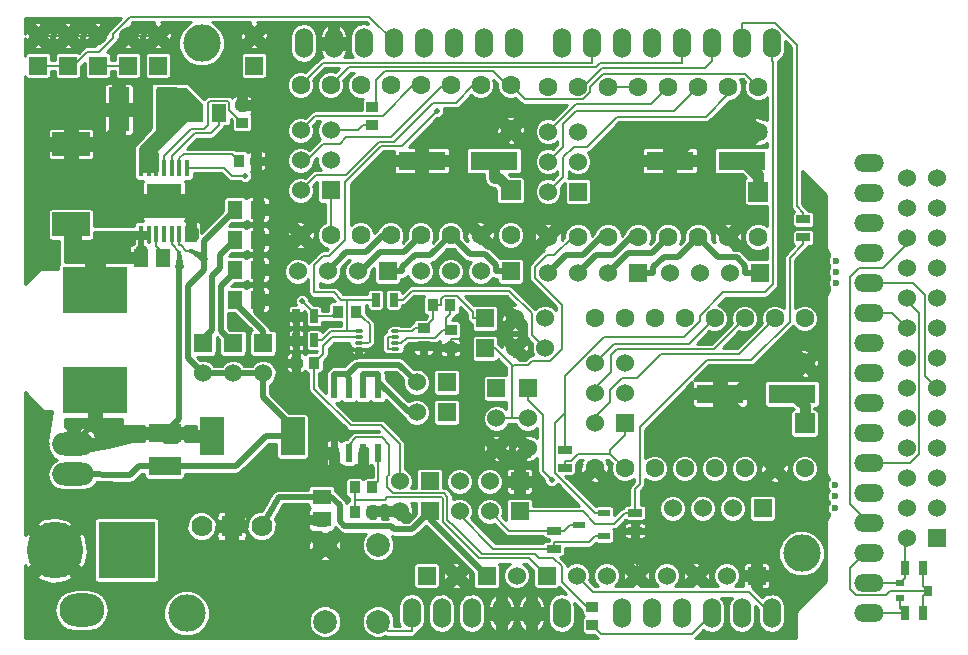
<source format=gtl>
G04 (created by PCBNEW (2014-01-10 BZR 4027)-stable) date Thursday, 14 August 2014 18:29:29*
%MOIN*%
G04 Gerber Fmt 3.4, Leading zero omitted, Abs format*
%FSLAX34Y34*%
G01*
G70*
G90*
G04 APERTURE LIST*
%ADD10C,0.00590551*%
%ADD11C,0.00984252*%
%ADD12C,0.0137795*%
%ADD13O,0.0315X0.0118*%
%ADD14C,0.189*%
%ADD15R,0.189X0.189*%
%ADD16O,0.14963X0.11026*%
%ADD17O,0.1X0.0590551*%
%ADD18R,0.0165X0.0579*%
%ADD19R,0.0413386X0.0579*%
%ADD20R,0.114173X0.114173*%
%ADD21C,0.019685*%
%ADD22R,0.06X0.06*%
%ADD23C,0.06*%
%ADD24R,0.065X0.065*%
%ADD25C,0.065*%
%ADD26R,0.0394X0.0354*%
%ADD27R,0.0709X0.1457*%
%ADD28R,0.0512X0.059*%
%ADD29R,0.106X0.063*%
%ADD30R,0.059X0.0512*%
%ADD31R,0.1259X0.0787*%
%ADD32R,0.0787X0.1259*%
%ADD33R,0.216535X0.15748*%
%ADD34O,0.138385X0.0767717*%
%ADD35R,0.0354X0.0394*%
%ADD36O,0.06X0.1*%
%ADD37C,0.125*%
%ADD38C,0.0787*%
%ADD39C,0.0629921*%
%ADD40C,0.07*%
%ADD41R,0.07X0.07*%
%ADD42R,0.023622X0.0629921*%
%ADD43C,0.015748*%
%ADD44C,0.023622*%
%ADD45R,0.0394X0.0236*%
%ADD46R,0.045X0.025*%
%ADD47R,0.0276X0.0236*%
%ADD48R,0.0276X0.0354*%
%ADD49R,0.025X0.045*%
%ADD50R,0.1575X0.063*%
%ADD51C,0.00787402*%
%ADD52C,0.0354331*%
%ADD53C,0.019685*%
%ADD54C,0.01*%
G04 APERTURE END LIST*
G54D10*
G54D11*
X69250Y-64950D02*
X69342Y-65450D01*
X69157Y-65450D02*
X69250Y-64950D01*
G54D12*
X69250Y-65000D02*
X69250Y-65560D01*
G54D11*
X69622Y-64899D02*
X70101Y-65069D01*
X70008Y-65229D02*
X69622Y-64899D01*
G54D12*
X69665Y-64924D02*
X70150Y-65205D01*
G54D13*
X75240Y-67605D03*
X75240Y-67802D03*
X75240Y-67998D03*
X75240Y-68195D03*
X76460Y-68195D03*
X76460Y-67998D03*
X76460Y-67802D03*
X76460Y-67605D03*
G54D14*
X65100Y-74900D03*
G54D15*
X67500Y-74900D03*
G54D16*
X66000Y-76900D03*
G54D17*
X92250Y-69000D03*
X92250Y-68000D03*
X92250Y-67000D03*
X92250Y-66000D03*
X92250Y-65000D03*
X92250Y-64000D03*
X92250Y-63000D03*
X92250Y-62000D03*
X92250Y-77000D03*
X92250Y-76000D03*
X92250Y-75000D03*
X92250Y-74000D03*
X92250Y-73000D03*
X92250Y-72000D03*
X92250Y-71000D03*
X92250Y-70000D03*
G54D18*
X68750Y-64352D03*
X69006Y-64352D03*
X69262Y-64352D03*
G54D19*
X69642Y-64352D03*
G54D18*
X69518Y-62148D03*
X67982Y-64352D03*
X68238Y-64352D03*
X68494Y-64352D03*
X69262Y-62148D03*
X69006Y-62148D03*
X68750Y-62148D03*
X68494Y-62148D03*
X68238Y-62148D03*
X67979Y-62148D03*
G54D20*
X68750Y-63250D03*
G54D21*
X68750Y-63250D03*
X68375Y-62875D03*
X69124Y-62875D03*
X69124Y-63624D03*
X68375Y-63624D03*
G54D22*
X78174Y-70300D03*
G54D23*
X77174Y-70300D03*
G54D24*
X88550Y-62950D03*
G54D25*
X88550Y-60950D03*
G54D24*
X80300Y-62900D03*
G54D25*
X80300Y-60900D03*
G54D24*
X90100Y-70674D03*
G54D25*
X90100Y-68674D03*
G54D26*
X77400Y-67504D03*
X77400Y-68096D03*
X78300Y-67554D03*
X78300Y-68146D03*
G54D27*
X68857Y-60200D03*
X67243Y-60200D03*
G54D28*
X68725Y-65150D03*
X67975Y-65150D03*
G54D29*
X68774Y-71000D03*
X68774Y-72100D03*
G54D30*
X74000Y-73125D03*
X74000Y-73875D03*
G54D31*
X65650Y-64038D03*
X65650Y-61362D03*
G54D32*
X70362Y-71100D03*
X73038Y-71100D03*
G54D22*
X78174Y-69300D03*
G54D23*
X77174Y-69300D03*
G54D22*
X71750Y-58750D03*
G54D23*
X71750Y-57750D03*
G54D22*
X68550Y-58750D03*
G54D23*
X68550Y-57750D03*
G54D22*
X67550Y-58750D03*
G54D23*
X67550Y-57750D03*
G54D22*
X66550Y-58750D03*
G54D23*
X66550Y-57750D03*
G54D22*
X65550Y-58750D03*
G54D23*
X65550Y-57750D03*
G54D22*
X64550Y-58750D03*
G54D23*
X64550Y-57750D03*
G54D22*
X77600Y-72600D03*
G54D23*
X76600Y-72600D03*
G54D22*
X70050Y-68000D03*
G54D23*
X70050Y-69000D03*
G54D22*
X71050Y-68000D03*
G54D23*
X71050Y-69000D03*
G54D22*
X72050Y-68000D03*
G54D23*
X72050Y-69000D03*
G54D22*
X79500Y-75750D03*
G54D23*
X80500Y-75750D03*
G54D22*
X81500Y-75750D03*
G54D23*
X82500Y-75750D03*
G54D22*
X79825Y-69500D03*
G54D23*
X79825Y-70500D03*
X79825Y-71500D03*
G54D22*
X80874Y-69500D03*
G54D23*
X80874Y-70500D03*
X80874Y-71500D03*
G54D22*
X79450Y-67174D03*
G54D23*
X80450Y-67174D03*
X81450Y-67174D03*
G54D22*
X79450Y-68174D03*
G54D23*
X80450Y-68174D03*
X81450Y-68174D03*
G54D33*
X66450Y-69573D03*
X66450Y-66226D03*
G54D22*
X77500Y-75750D03*
G54D23*
X78500Y-75750D03*
G54D22*
X88500Y-75750D03*
G54D23*
X87500Y-75750D03*
X86500Y-75750D03*
X85500Y-75750D03*
X84500Y-75750D03*
X83500Y-75750D03*
G54D22*
X82550Y-62950D03*
G54D23*
X81550Y-62950D03*
X82550Y-61950D03*
X81550Y-61950D03*
X82550Y-60950D03*
X81550Y-60950D03*
G54D22*
X84550Y-65650D03*
G54D23*
X83550Y-65650D03*
X82550Y-65650D03*
X81550Y-65650D03*
G54D22*
X74300Y-62900D03*
G54D23*
X73300Y-62900D03*
X74300Y-61900D03*
X73300Y-61900D03*
X74300Y-60900D03*
X73300Y-60900D03*
G54D22*
X80300Y-65600D03*
G54D23*
X79300Y-65600D03*
X78300Y-65600D03*
X77300Y-65600D03*
G54D22*
X84100Y-70674D03*
G54D23*
X83100Y-70674D03*
X84100Y-69674D03*
X83100Y-69674D03*
X84100Y-68674D03*
X83100Y-68674D03*
G54D22*
X88700Y-73500D03*
G54D23*
X87700Y-73500D03*
X86700Y-73500D03*
X85700Y-73500D03*
G54D34*
X65725Y-71374D03*
X65725Y-72374D03*
G54D22*
X77600Y-73600D03*
G54D23*
X76600Y-73600D03*
G54D26*
X75688Y-60137D03*
X75688Y-60729D03*
G54D35*
X73746Y-68650D03*
X73154Y-68650D03*
X78296Y-66725D03*
X77704Y-66725D03*
X74554Y-66950D03*
X75146Y-66950D03*
G54D28*
X69825Y-60331D03*
X70575Y-60331D03*
X71125Y-64550D03*
X71875Y-64550D03*
X71125Y-65550D03*
X71875Y-65550D03*
X71125Y-66550D03*
X71875Y-66550D03*
X71125Y-63550D03*
X71875Y-63550D03*
G54D26*
X83030Y-77386D03*
X83030Y-76794D03*
G54D35*
X75104Y-72800D03*
X75696Y-72800D03*
X75104Y-73620D03*
X75696Y-73620D03*
G54D36*
X89000Y-77000D03*
X88000Y-77000D03*
X87000Y-77000D03*
X84000Y-77000D03*
X85000Y-77000D03*
X86000Y-77000D03*
X82000Y-77000D03*
X81000Y-77000D03*
X80000Y-77000D03*
X78000Y-77000D03*
X77000Y-77000D03*
X89000Y-58000D03*
X88000Y-58000D03*
X87000Y-58000D03*
X86000Y-58000D03*
X85000Y-58000D03*
X84000Y-58000D03*
X83000Y-58000D03*
X82000Y-58000D03*
X80400Y-58000D03*
X79400Y-58000D03*
X78400Y-58000D03*
X77400Y-58000D03*
X76400Y-58000D03*
X75400Y-58000D03*
X74400Y-58000D03*
X73400Y-58000D03*
X79000Y-77000D03*
G54D37*
X90000Y-75000D03*
X70000Y-58000D03*
X69500Y-77000D03*
G54D38*
X75886Y-77280D03*
X74114Y-74720D03*
X74114Y-77280D03*
X75886Y-74720D03*
G54D39*
X81550Y-64450D03*
X82550Y-64450D03*
X83550Y-64450D03*
X84550Y-64450D03*
X85550Y-64450D03*
X86550Y-64450D03*
X87550Y-64450D03*
X88550Y-64450D03*
X88550Y-59450D03*
X87550Y-59450D03*
X86550Y-59450D03*
X85550Y-59450D03*
X84550Y-59450D03*
X83550Y-59450D03*
X82550Y-59450D03*
X81550Y-59450D03*
X73300Y-64400D03*
X74300Y-64400D03*
X75300Y-64400D03*
X76300Y-64400D03*
X77300Y-64400D03*
X78300Y-64400D03*
X79300Y-64400D03*
X80300Y-64400D03*
X80300Y-59400D03*
X79300Y-59400D03*
X78300Y-59400D03*
X77300Y-59400D03*
X76300Y-59400D03*
X75300Y-59400D03*
X74300Y-59400D03*
X73300Y-59400D03*
X83100Y-72174D03*
X84100Y-72174D03*
X85100Y-72174D03*
X86100Y-72174D03*
X87100Y-72174D03*
X88100Y-72174D03*
X89100Y-72174D03*
X90100Y-72174D03*
X90100Y-67174D03*
X89100Y-67174D03*
X88100Y-67174D03*
X87100Y-67174D03*
X86100Y-67174D03*
X85100Y-67174D03*
X84100Y-67174D03*
X83100Y-67174D03*
G54D40*
X70000Y-74100D03*
G54D41*
X71000Y-74100D03*
G54D40*
X72000Y-74100D03*
G54D35*
X71241Y-61920D03*
X71833Y-61920D03*
G54D26*
X71350Y-60646D03*
X71350Y-60054D03*
G54D42*
X74411Y-69537D03*
X74411Y-71662D03*
X74903Y-69537D03*
X75396Y-69537D03*
X75888Y-69537D03*
X74903Y-71662D03*
X75396Y-71662D03*
X75888Y-71662D03*
G54D22*
X76200Y-65600D03*
G54D23*
X75200Y-65600D03*
X74200Y-65600D03*
X73200Y-65600D03*
G54D22*
X88600Y-65650D03*
G54D23*
X87600Y-65650D03*
X86600Y-65650D03*
X85600Y-65650D03*
G54D43*
X69250Y-64985D03*
G54D44*
X69250Y-65500D03*
G54D43*
X69652Y-64917D03*
G54D44*
X70098Y-65174D03*
G54D45*
X83416Y-74425D03*
X82584Y-74050D03*
X83416Y-73675D03*
G54D46*
X81750Y-74850D03*
X81750Y-74250D03*
X82100Y-72150D03*
X82100Y-71550D03*
X84450Y-74250D03*
X84450Y-73650D03*
X90059Y-64473D03*
X90059Y-63873D03*
G54D22*
X80600Y-73600D03*
G54D23*
X79600Y-73600D03*
X78600Y-73600D03*
G54D47*
X93278Y-75994D03*
G54D48*
X94222Y-76250D03*
G54D47*
X93278Y-76506D03*
G54D49*
X93450Y-75500D03*
X94050Y-75500D03*
X94050Y-77000D03*
X93450Y-77000D03*
G54D22*
X94500Y-74500D03*
G54D23*
X93500Y-74500D03*
X94500Y-73500D03*
X93500Y-73500D03*
X94500Y-72500D03*
X93500Y-72500D03*
X94500Y-71500D03*
X93500Y-71500D03*
X94500Y-70500D03*
X93500Y-70500D03*
X94500Y-69500D03*
X93500Y-69500D03*
X94500Y-68500D03*
X93500Y-68500D03*
X94500Y-67500D03*
X93500Y-67500D03*
X94500Y-66500D03*
X93500Y-66500D03*
X94500Y-65500D03*
X93500Y-65500D03*
X94500Y-64500D03*
X93500Y-64500D03*
X94500Y-63500D03*
X93500Y-63500D03*
X94500Y-62500D03*
X93500Y-62500D03*
G54D49*
X76400Y-66550D03*
X75800Y-66550D03*
X73750Y-67900D03*
X73150Y-67900D03*
X73750Y-67100D03*
X73150Y-67100D03*
G54D50*
X88012Y-61909D03*
X85610Y-61909D03*
X89685Y-69685D03*
X87283Y-69685D03*
X79744Y-61909D03*
X77342Y-61909D03*
G54D44*
X91125Y-73500D03*
X91125Y-73100D03*
X91125Y-72725D03*
X91150Y-66000D03*
X91150Y-65625D03*
X91150Y-65250D03*
G54D22*
X80600Y-72600D03*
G54D23*
X79600Y-72600D03*
X78600Y-72600D03*
G54D21*
X69470Y-59840D03*
X81671Y-72553D03*
X77840Y-60250D03*
X73350Y-66600D03*
X71450Y-62410D03*
G54D51*
X79450Y-68174D02*
X79784Y-68174D01*
X80377Y-68767D02*
X80377Y-68767D01*
X79784Y-68174D02*
X80377Y-68767D01*
X82548Y-71701D02*
X83626Y-71701D01*
X82323Y-71926D02*
X82548Y-71701D01*
X82100Y-71926D02*
X82323Y-71926D01*
X82100Y-72150D02*
X82100Y-71926D01*
X83626Y-71701D02*
X84100Y-72174D01*
X83626Y-71546D02*
X83626Y-71701D01*
X84100Y-71073D02*
X83626Y-71546D01*
X84100Y-70674D02*
X84100Y-71073D01*
X80350Y-68795D02*
X80377Y-68767D01*
X80350Y-70500D02*
X80350Y-68795D01*
X80377Y-68767D02*
X80409Y-68736D01*
X82550Y-64450D02*
X82372Y-64450D01*
X82372Y-64450D02*
X81761Y-65060D01*
X81761Y-65060D02*
X81500Y-65060D01*
X81500Y-65060D02*
X81103Y-65457D01*
X81103Y-65457D02*
X81103Y-65825D01*
X81103Y-65825D02*
X82001Y-66722D01*
X82001Y-66722D02*
X82001Y-68205D01*
X82001Y-68205D02*
X81623Y-68583D01*
X81623Y-68583D02*
X81023Y-68583D01*
X81023Y-68583D02*
X80870Y-68736D01*
X80870Y-68736D02*
X80409Y-68736D01*
X77979Y-66725D02*
X77704Y-66725D01*
X77704Y-66725D02*
X77703Y-66725D01*
X77703Y-66725D02*
X77703Y-67200D01*
X77703Y-67200D02*
X77400Y-67503D01*
X79450Y-67174D02*
X79051Y-67174D01*
X79051Y-67174D02*
X79051Y-66956D01*
X79051Y-66956D02*
X78524Y-66429D01*
X78524Y-66429D02*
X78068Y-66429D01*
X78068Y-66429D02*
X77979Y-66518D01*
X77979Y-66518D02*
X77979Y-66725D01*
X80874Y-70500D02*
X80350Y-70500D01*
X80350Y-70500D02*
X79825Y-70500D01*
X74300Y-60900D02*
X74053Y-60900D01*
X75222Y-60900D02*
X75393Y-60729D01*
X74300Y-60900D02*
X75222Y-60900D01*
X75688Y-60729D02*
X75393Y-60729D01*
X77400Y-67503D02*
X77400Y-67504D01*
X76460Y-67605D02*
X76459Y-67605D01*
X77003Y-67605D02*
X76460Y-67605D01*
X77104Y-67503D02*
X77003Y-67605D01*
X77400Y-67503D02*
X77104Y-67503D01*
X76460Y-67605D02*
X76460Y-67605D01*
X74300Y-62900D02*
X74300Y-64400D01*
G54D52*
X90072Y-70072D02*
X89685Y-69685D01*
X90100Y-70072D02*
X90072Y-70072D01*
X90100Y-70674D02*
X90100Y-70072D01*
X79901Y-62501D02*
X80300Y-62900D01*
X79744Y-62501D02*
X79901Y-62501D01*
X79744Y-61909D02*
X79744Y-62501D01*
X88450Y-62347D02*
X88012Y-61909D01*
X88550Y-62347D02*
X88450Y-62347D01*
X88550Y-62950D02*
X88550Y-62347D01*
G54D53*
X77600Y-73600D02*
X77600Y-73850D01*
X77600Y-73850D02*
X79500Y-75750D01*
X74000Y-73125D02*
X74325Y-73125D01*
X74325Y-73125D02*
X74600Y-73400D01*
X74600Y-73400D02*
X74600Y-73940D01*
X74600Y-73940D02*
X74760Y-74100D01*
X74760Y-74100D02*
X76300Y-74100D01*
X76300Y-74100D02*
X76400Y-74200D01*
X76400Y-74200D02*
X77000Y-74200D01*
X77000Y-74200D02*
X77600Y-73600D01*
X74000Y-73125D02*
X73999Y-73125D01*
X72574Y-73125D02*
X72000Y-74100D01*
X73999Y-73125D02*
X72574Y-73125D01*
X73999Y-73125D02*
X74000Y-73125D01*
G54D51*
X83100Y-70674D02*
X83100Y-70450D01*
X85300Y-68350D02*
X87924Y-68350D01*
X84500Y-69150D02*
X85300Y-68350D01*
X84000Y-69150D02*
X84500Y-69150D01*
X83600Y-69550D02*
X84000Y-69150D01*
X83600Y-69950D02*
X83600Y-69550D01*
X83100Y-70450D02*
X83600Y-69950D01*
X89100Y-67174D02*
X87924Y-68350D01*
X83100Y-69674D02*
X83100Y-69500D01*
X87074Y-68200D02*
X88100Y-67174D01*
X83850Y-68200D02*
X87074Y-68200D01*
X83650Y-68400D02*
X83850Y-68200D01*
X83650Y-68950D02*
X83650Y-68400D01*
X83100Y-69500D02*
X83650Y-68950D01*
X83759Y-68014D02*
X83100Y-68674D01*
X86259Y-68014D02*
X83759Y-68014D01*
X87100Y-67174D02*
X86259Y-68014D01*
X69262Y-64740D02*
X69262Y-64546D01*
X69262Y-64497D02*
X69262Y-64497D01*
X69262Y-64546D02*
X69262Y-64497D01*
X69262Y-64497D02*
X69262Y-64448D01*
X69314Y-64740D02*
X69262Y-64740D01*
X69491Y-64917D02*
X69314Y-64740D01*
X69652Y-64917D02*
X69491Y-64917D01*
X69652Y-64917D02*
X69652Y-64917D01*
X69262Y-64448D02*
X69262Y-64400D01*
X69262Y-64400D02*
X69262Y-64351D01*
X69262Y-64400D02*
X69262Y-64352D01*
X69262Y-64400D02*
X69262Y-64400D01*
G54D53*
X70050Y-68000D02*
X70050Y-67850D01*
X70600Y-65075D02*
X71125Y-64550D01*
X70600Y-65500D02*
X70600Y-65075D01*
X70350Y-65750D02*
X70600Y-65500D01*
X70350Y-67550D02*
X70350Y-65750D01*
X70050Y-67850D02*
X70350Y-67550D01*
X71125Y-65550D02*
X71125Y-65625D01*
X70650Y-67600D02*
X71050Y-68000D01*
X70650Y-66100D02*
X70650Y-67600D01*
X71125Y-65625D02*
X70650Y-66100D01*
X71150Y-65635D02*
X71150Y-65525D01*
X71150Y-65634D02*
X71150Y-65525D01*
X71150Y-65635D02*
X71150Y-65634D01*
X71125Y-66550D02*
X71125Y-66675D01*
X72050Y-67600D02*
X72050Y-68000D01*
X71125Y-66675D02*
X72050Y-67600D01*
G54D51*
X76600Y-72600D02*
X76600Y-71360D01*
X73746Y-69517D02*
X74968Y-70739D01*
X73746Y-69517D02*
X73746Y-68650D01*
X75979Y-70739D02*
X74968Y-70739D01*
X76600Y-71360D02*
X75979Y-70739D01*
X75240Y-67802D02*
X74352Y-67802D01*
X74050Y-68346D02*
X73746Y-68650D01*
X74050Y-68104D02*
X74050Y-68346D01*
X74352Y-67802D02*
X74050Y-68104D01*
G54D53*
X66450Y-70650D02*
X65725Y-71374D01*
X66450Y-69573D02*
X66450Y-70650D01*
X68774Y-71256D02*
X68774Y-71000D01*
X69195Y-71256D02*
X68774Y-71256D01*
X69250Y-70524D02*
X68774Y-71000D01*
X69250Y-65500D02*
X69250Y-70524D01*
X71050Y-69000D02*
X72050Y-69000D01*
X70050Y-69000D02*
X71050Y-69000D01*
X70098Y-65174D02*
X70098Y-65548D01*
X69546Y-68496D02*
X70050Y-69000D01*
X69546Y-66100D02*
X69546Y-68496D01*
X70098Y-65548D02*
X69546Y-66100D01*
X70098Y-65174D02*
X70098Y-64576D01*
X70098Y-64576D02*
X71125Y-63550D01*
X73038Y-71100D02*
X73038Y-70788D01*
X73038Y-70788D02*
X72050Y-69800D01*
X72050Y-69800D02*
X72050Y-69000D01*
X67900Y-72100D02*
X68774Y-72100D01*
X67600Y-72400D02*
X67900Y-72100D01*
X65725Y-72374D02*
X67600Y-72400D01*
X71138Y-72100D02*
X72137Y-71100D01*
X68774Y-72100D02*
X71138Y-72100D01*
X72137Y-71100D02*
X73037Y-71100D01*
X73037Y-71100D02*
X73038Y-71100D01*
X70116Y-65192D02*
X70107Y-65183D01*
X70107Y-65183D02*
X70098Y-65174D01*
X70107Y-65183D02*
X70098Y-65174D01*
X70107Y-65183D02*
X70107Y-65183D01*
G54D51*
X68494Y-64637D02*
X68494Y-64531D01*
X68725Y-64974D02*
X68725Y-65062D01*
X68494Y-64744D02*
X68725Y-64974D01*
X68494Y-64637D02*
X68494Y-64744D01*
X68494Y-64531D02*
X68494Y-64441D01*
X68494Y-64441D02*
X68494Y-64351D01*
X68494Y-64441D02*
X68494Y-64352D01*
X68494Y-64441D02*
X68494Y-64441D01*
X68725Y-65149D02*
X68725Y-65062D01*
X68725Y-65150D02*
X68725Y-65149D01*
G54D53*
X66450Y-65336D02*
X66450Y-66226D01*
X66636Y-65150D02*
X66450Y-65336D01*
X67974Y-65150D02*
X66636Y-65150D01*
X67974Y-64359D02*
X67974Y-65150D01*
X67981Y-64351D02*
X67974Y-64359D01*
X67835Y-65011D02*
X67974Y-65150D01*
X65650Y-64400D02*
X65650Y-64037D01*
X65650Y-64037D02*
X65650Y-64037D01*
X67835Y-65010D02*
X67975Y-65150D01*
G54D51*
X69003Y-64354D02*
X69003Y-64354D01*
X69003Y-64355D02*
X69003Y-64354D01*
X69000Y-64357D02*
X69003Y-64355D01*
X69000Y-64700D02*
X69000Y-64357D01*
X69250Y-64950D02*
X69000Y-64700D01*
X69250Y-64985D02*
X69250Y-64950D01*
X69003Y-64354D02*
X69004Y-64353D01*
X69005Y-64352D02*
X69005Y-64352D01*
X69003Y-64354D02*
X69005Y-64352D01*
X69825Y-60195D02*
X69825Y-60331D01*
X69470Y-59840D02*
X69825Y-60195D01*
X68238Y-62148D02*
X68238Y-61725D01*
X68857Y-61106D02*
X68857Y-60200D01*
X68238Y-61725D02*
X68857Y-61106D01*
X69825Y-60331D02*
X68988Y-60331D01*
X68988Y-60331D02*
X68857Y-60200D01*
G54D53*
X75888Y-69023D02*
X75396Y-69023D01*
X75396Y-69537D02*
X75396Y-69023D01*
X75888Y-69537D02*
X75888Y-69280D01*
X75888Y-69280D02*
X75888Y-69023D01*
X76907Y-70300D02*
X77174Y-70300D01*
X75888Y-69280D02*
X76907Y-70300D01*
X74411Y-69537D02*
X74411Y-69023D01*
X74903Y-69537D02*
X74903Y-69164D01*
X74869Y-69023D02*
X74411Y-69023D01*
X74869Y-69130D02*
X74869Y-69023D01*
X74903Y-69164D02*
X74869Y-69130D01*
X76598Y-68724D02*
X77174Y-69300D01*
X75168Y-68724D02*
X76598Y-68724D01*
X74869Y-69023D02*
X75168Y-68724D01*
X85048Y-65650D02*
X84550Y-65650D01*
X85048Y-65464D02*
X85048Y-65650D01*
X85401Y-65111D02*
X85048Y-65464D01*
X85888Y-65111D02*
X85401Y-65111D01*
X86550Y-64450D02*
X85888Y-65111D01*
X88131Y-65650D02*
X88600Y-65650D01*
X88131Y-65421D02*
X88131Y-65650D01*
X87841Y-65131D02*
X88131Y-65421D01*
X87231Y-65131D02*
X87841Y-65131D01*
X86550Y-64450D02*
X87231Y-65131D01*
G54D51*
X87550Y-59450D02*
X87550Y-59700D01*
X82050Y-62450D02*
X81550Y-62950D01*
X82050Y-61800D02*
X82050Y-62450D01*
X82400Y-61450D02*
X82050Y-61800D01*
X82850Y-61450D02*
X82400Y-61450D01*
X83850Y-60450D02*
X82850Y-61450D01*
X86800Y-60450D02*
X83850Y-60450D01*
X87550Y-59700D02*
X86800Y-60450D01*
X85741Y-60258D02*
X82491Y-60258D01*
X82050Y-61450D02*
X81550Y-61950D01*
X82050Y-60700D02*
X82050Y-61450D01*
X82491Y-60258D02*
X82050Y-60700D01*
X86550Y-59450D02*
X85741Y-60258D01*
X82472Y-60027D02*
X81550Y-60950D01*
X84972Y-60027D02*
X82472Y-60027D01*
X85550Y-59450D02*
X84972Y-60027D01*
X79300Y-59400D02*
X79050Y-59400D01*
X77710Y-59980D02*
X76410Y-61280D01*
X78470Y-59980D02*
X77710Y-59980D01*
X79050Y-59400D02*
X78470Y-59980D01*
X73800Y-62400D02*
X73300Y-62900D01*
X74800Y-62400D02*
X73800Y-62400D01*
X75920Y-61280D02*
X74800Y-62400D01*
X76410Y-61280D02*
X75920Y-61280D01*
X76300Y-61120D02*
X74830Y-61120D01*
X73500Y-61900D02*
X74050Y-61350D01*
X74050Y-61350D02*
X74600Y-61350D01*
X74600Y-61350D02*
X74830Y-61120D01*
X78010Y-59410D02*
X76300Y-61120D01*
X73500Y-61900D02*
X73300Y-61900D01*
X73780Y-60419D02*
X73300Y-60900D01*
X76040Y-60419D02*
X73780Y-60419D01*
X77060Y-59400D02*
X76040Y-60419D01*
X78600Y-73600D02*
X78600Y-73720D01*
X79730Y-74850D02*
X81750Y-74850D01*
X78600Y-73720D02*
X79730Y-74850D01*
X83415Y-74425D02*
X83120Y-74425D01*
X81750Y-74850D02*
X81750Y-74738D01*
X81750Y-74738D02*
X81750Y-74626D01*
X82918Y-74626D02*
X81750Y-74626D01*
X83120Y-74425D02*
X82918Y-74626D01*
X89000Y-77000D02*
X88950Y-77000D01*
X83040Y-76290D02*
X82500Y-75750D01*
X88240Y-76290D02*
X83040Y-76290D01*
X88950Y-77000D02*
X88240Y-76290D01*
X81383Y-72265D02*
X81671Y-72553D01*
X81383Y-70407D02*
X81383Y-72265D01*
X80874Y-69898D02*
X81383Y-70407D01*
X80874Y-69500D02*
X80874Y-69898D01*
X75104Y-73620D02*
X75104Y-72800D01*
X75104Y-73220D02*
X76100Y-73220D01*
X80910Y-75160D02*
X81500Y-75750D01*
X79260Y-75160D02*
X80910Y-75160D01*
X78060Y-73960D02*
X79260Y-75160D01*
X78060Y-73180D02*
X78060Y-73960D01*
X78020Y-73140D02*
X78060Y-73180D01*
X76180Y-73140D02*
X78020Y-73140D01*
X76100Y-73220D02*
X76180Y-73140D01*
X75104Y-72800D02*
X75104Y-73220D01*
X75104Y-73220D02*
X75104Y-73400D01*
X80300Y-59400D02*
X80170Y-59400D01*
X75820Y-60006D02*
X75688Y-60137D01*
X75820Y-59220D02*
X75820Y-60006D01*
X76100Y-58940D02*
X75820Y-59220D01*
X79710Y-58940D02*
X76100Y-58940D01*
X80170Y-59400D02*
X79710Y-58940D01*
X80769Y-59869D02*
X80300Y-59400D01*
X82731Y-59869D02*
X80769Y-59869D01*
X82966Y-59634D02*
X82731Y-59869D01*
X82966Y-59446D02*
X82966Y-59634D01*
X83395Y-59016D02*
X82966Y-59446D01*
X88116Y-59016D02*
X83395Y-59016D01*
X88550Y-59450D02*
X88116Y-59016D01*
X87000Y-77000D02*
X87000Y-77020D01*
X83324Y-77680D02*
X83030Y-77386D01*
X86340Y-77680D02*
X83324Y-77680D01*
X87000Y-77020D02*
X86340Y-77680D01*
X79087Y-70762D02*
X79825Y-71500D01*
G54D52*
X76600Y-73600D02*
X75716Y-73600D01*
X75716Y-73600D02*
X75696Y-73620D01*
X69481Y-63624D02*
X69725Y-63624D01*
X70500Y-62850D02*
X71875Y-62850D01*
X69725Y-63624D02*
X70500Y-62850D01*
X71750Y-57750D02*
X71070Y-58430D01*
X71350Y-59600D02*
X71350Y-60054D01*
X71070Y-59320D02*
X71350Y-59600D01*
X71070Y-58430D02*
X71070Y-59320D01*
X65650Y-61362D02*
X65650Y-62032D01*
X65650Y-62032D02*
X67241Y-63624D01*
X67241Y-63624D02*
X68375Y-63624D01*
G54D51*
X67550Y-57750D02*
X68550Y-57750D01*
X64550Y-57750D02*
X65550Y-57750D01*
X65550Y-57750D02*
X66550Y-57750D01*
X73154Y-68650D02*
X73154Y-67904D01*
X73154Y-67904D02*
X73150Y-67900D01*
X73150Y-67100D02*
X73150Y-67900D01*
X78300Y-67870D02*
X78300Y-68145D01*
X78575Y-67870D02*
X78300Y-67870D01*
X78769Y-67676D02*
X78575Y-67870D01*
X79951Y-67676D02*
X78769Y-67676D01*
X78300Y-68146D02*
X78300Y-68421D01*
X78300Y-68146D02*
X78300Y-68145D01*
X77400Y-68096D02*
X77400Y-68095D01*
X77745Y-68146D02*
X78300Y-68146D01*
X77695Y-68096D02*
X77745Y-68146D01*
X77400Y-68096D02*
X77695Y-68096D01*
X77104Y-68096D02*
X77400Y-68096D01*
X76843Y-68356D02*
X77104Y-68096D01*
X75657Y-68356D02*
X76843Y-68356D01*
X75496Y-68194D02*
X75657Y-68356D01*
X75239Y-68194D02*
X75496Y-68194D01*
X75240Y-68194D02*
X75240Y-68195D01*
X75239Y-68194D02*
X75240Y-68194D01*
X78300Y-68421D02*
X79087Y-69209D01*
X79087Y-69209D02*
X79087Y-70762D01*
X80450Y-68174D02*
X79951Y-67676D01*
X84450Y-74250D02*
X84450Y-74473D01*
X84500Y-74523D02*
X84450Y-74473D01*
X74114Y-74720D02*
X74114Y-74719D01*
X74114Y-74719D02*
X74114Y-74720D01*
X84500Y-75750D02*
X84500Y-74523D01*
G54D52*
X71849Y-60046D02*
X71832Y-60062D01*
X89100Y-72174D02*
X89100Y-71501D01*
X89100Y-71501D02*
X87283Y-69685D01*
X90100Y-68674D02*
X88775Y-68674D01*
X88775Y-68674D02*
X87764Y-69685D01*
X87764Y-69685D02*
X87283Y-69685D01*
X72250Y-72450D02*
X74250Y-72450D01*
X71000Y-74100D02*
X72250Y-72450D01*
X74250Y-72450D02*
X74550Y-72150D01*
X75396Y-71662D02*
X75396Y-72053D01*
X75396Y-72053D02*
X75150Y-72300D01*
X75150Y-72300D02*
X74700Y-72300D01*
X74700Y-72300D02*
X74550Y-72150D01*
X74411Y-72011D02*
X74411Y-71662D01*
X74550Y-72150D02*
X74411Y-72011D01*
X85610Y-61909D02*
X85610Y-63389D01*
X85610Y-63389D02*
X85146Y-63853D01*
X88550Y-60950D02*
X86569Y-60950D01*
X86569Y-60950D02*
X85610Y-61909D01*
X71875Y-63550D02*
X71875Y-62850D01*
X71875Y-62850D02*
X71875Y-62525D01*
X71832Y-62483D02*
X71832Y-61920D01*
X71875Y-62525D02*
X71832Y-62483D01*
X71875Y-64550D02*
X73150Y-64550D01*
X73150Y-64550D02*
X73300Y-64400D01*
X71875Y-66550D02*
X71875Y-65550D01*
X71875Y-65550D02*
X71875Y-64550D01*
X71875Y-63550D02*
X71875Y-64550D01*
X77342Y-61909D02*
X77342Y-62442D01*
X77342Y-62442D02*
X79300Y-64400D01*
X67243Y-60200D02*
X67243Y-60757D01*
X66638Y-61362D02*
X65650Y-61362D01*
X67243Y-60757D02*
X66638Y-61362D01*
X69124Y-62875D02*
X68750Y-63250D01*
X69124Y-63624D02*
X68750Y-63250D01*
X69481Y-63624D02*
X69124Y-63624D01*
X69642Y-63785D02*
X69481Y-63624D01*
X82146Y-63853D02*
X81550Y-64450D01*
X85146Y-63853D02*
X82146Y-63853D01*
X87069Y-63853D02*
X85146Y-63853D01*
X87550Y-64450D02*
X87069Y-63969D01*
X87069Y-63969D02*
X87069Y-63853D01*
X79893Y-63806D02*
X80902Y-63806D01*
X79300Y-64400D02*
X79893Y-63806D01*
X80906Y-63806D02*
X81550Y-64450D01*
X80902Y-63806D02*
X80906Y-63806D01*
X80902Y-61502D02*
X80300Y-60900D01*
X80902Y-63806D02*
X80902Y-61502D01*
X69642Y-63785D02*
X69642Y-64068D01*
X71832Y-61920D02*
X71832Y-60062D01*
X68375Y-63624D02*
X68750Y-63250D01*
X71833Y-61920D02*
X71832Y-61920D01*
X71832Y-61920D02*
X71832Y-61920D01*
X71832Y-60062D02*
X71824Y-60053D01*
X71824Y-60053D02*
X71350Y-60053D01*
G54D51*
X74850Y-66550D02*
X74650Y-66550D01*
X74251Y-65090D02*
X74792Y-64550D01*
X74064Y-65090D02*
X74251Y-65090D01*
X73753Y-65401D02*
X74064Y-65090D01*
X73753Y-66303D02*
X73753Y-65401D01*
X74792Y-64550D02*
X74792Y-62670D01*
X73753Y-66303D02*
X74403Y-66303D01*
X74792Y-62617D02*
X75990Y-61420D01*
X75990Y-61420D02*
X76670Y-61420D01*
X76670Y-61420D02*
X77840Y-60250D01*
X74792Y-62670D02*
X74792Y-62617D01*
X74650Y-66550D02*
X74403Y-66303D01*
X75800Y-66550D02*
X74850Y-66550D01*
X74850Y-66550D02*
X74850Y-66550D01*
X74850Y-66550D02*
X74850Y-67605D01*
X73750Y-67900D02*
X74010Y-67900D01*
X74305Y-67605D02*
X74850Y-67605D01*
X74850Y-67605D02*
X75240Y-67605D01*
X74010Y-67900D02*
X74305Y-67605D01*
X94100Y-69100D02*
X94500Y-69500D01*
X94100Y-66400D02*
X94100Y-69100D01*
X93700Y-66000D02*
X94100Y-66400D01*
X92250Y-66000D02*
X93700Y-66000D01*
X93450Y-74550D02*
X93500Y-74500D01*
X93450Y-75500D02*
X93450Y-74550D01*
X93272Y-76000D02*
X93361Y-75911D01*
X92250Y-76000D02*
X93272Y-76000D01*
X93450Y-75822D02*
X93450Y-75500D01*
X93361Y-75911D02*
X93450Y-75822D01*
X93360Y-75911D02*
X93277Y-75994D01*
X93361Y-75911D02*
X93360Y-75911D01*
X76204Y-77598D02*
X76125Y-77518D01*
X77000Y-77598D02*
X76204Y-77598D01*
X77000Y-77000D02*
X77000Y-77598D01*
X76125Y-77518D02*
X76045Y-77439D01*
X76124Y-77518D02*
X76045Y-77439D01*
X76125Y-77518D02*
X76124Y-77518D01*
X75885Y-77280D02*
X75885Y-77279D01*
X76045Y-77439D02*
X75885Y-77280D01*
X75885Y-77280D02*
X75885Y-77280D01*
X83550Y-59450D02*
X84550Y-59450D01*
X78300Y-67554D02*
X78056Y-67554D01*
X76662Y-67998D02*
X76460Y-67998D01*
X76840Y-67820D02*
X76662Y-67998D01*
X77790Y-67820D02*
X76840Y-67820D01*
X78056Y-67554D02*
X77790Y-67820D01*
X78296Y-66725D02*
X78296Y-66873D01*
X78162Y-67153D02*
X78162Y-67553D01*
X78296Y-67020D02*
X78162Y-67153D01*
X78296Y-66873D02*
X78296Y-67020D01*
X78295Y-66872D02*
X78295Y-66725D01*
X78296Y-66873D02*
X78295Y-66872D01*
X76460Y-67997D02*
X76460Y-67998D01*
X76460Y-67998D02*
X76459Y-67998D01*
X78300Y-67553D02*
X78299Y-67553D01*
X78299Y-67553D02*
X78162Y-67553D01*
X78299Y-67553D02*
X78300Y-67554D01*
X76459Y-67801D02*
X76460Y-67802D01*
X76459Y-67801D02*
X76459Y-67801D01*
X76203Y-67801D02*
X76459Y-67801D01*
X76203Y-68194D02*
X76203Y-67801D01*
X76459Y-68194D02*
X76203Y-68194D01*
X76459Y-68194D02*
X76460Y-68195D01*
X76459Y-68194D02*
X76459Y-68194D01*
X70574Y-60725D02*
X70574Y-60528D01*
X70575Y-60331D02*
X70575Y-60528D01*
X70575Y-60528D02*
X70574Y-60528D01*
X69005Y-61862D02*
X69005Y-61767D01*
X69005Y-61862D02*
X69005Y-61957D01*
X69005Y-61957D02*
X69005Y-62005D01*
X69005Y-62005D02*
X69005Y-62052D01*
X69005Y-62052D02*
X69005Y-62100D01*
X69005Y-62100D02*
X69005Y-62148D01*
X69005Y-62100D02*
X69005Y-62147D01*
X69005Y-62100D02*
X69005Y-62100D01*
X69005Y-61767D02*
X69778Y-60994D01*
X69778Y-60994D02*
X70305Y-60994D01*
X70305Y-60994D02*
X70574Y-60725D01*
X73750Y-67100D02*
X74354Y-67100D01*
X74354Y-67100D02*
X74554Y-66950D01*
X69518Y-62148D02*
X70738Y-62148D01*
X73350Y-66600D02*
X73750Y-67000D01*
X73750Y-67000D02*
X73750Y-67100D01*
X71000Y-62410D02*
X71450Y-62410D01*
X70738Y-62148D02*
X71000Y-62410D01*
X73753Y-67053D02*
X73800Y-67100D01*
X69518Y-62002D02*
X69518Y-62002D01*
X69518Y-62002D02*
X69518Y-62051D01*
X69518Y-62051D02*
X69518Y-62099D01*
X69518Y-62099D02*
X69518Y-62148D01*
X69517Y-62099D02*
X69517Y-62147D01*
X69518Y-62099D02*
X69517Y-62099D01*
X69262Y-62148D02*
X69262Y-61838D01*
X71020Y-61700D02*
X71241Y-61920D01*
X69400Y-61700D02*
X71020Y-61700D01*
X69262Y-61838D02*
X69400Y-61700D01*
X69262Y-62293D02*
X69262Y-62293D01*
X69262Y-62293D02*
X69262Y-62244D01*
X69262Y-62244D02*
X69262Y-62196D01*
X69262Y-62196D02*
X69262Y-62148D01*
X69262Y-62196D02*
X69262Y-62147D01*
X69262Y-62196D02*
X69262Y-62196D01*
X71350Y-60645D02*
X71349Y-60646D01*
X71350Y-60646D02*
X71349Y-60646D01*
X70929Y-60225D02*
X70929Y-59995D01*
X70871Y-59937D02*
X70278Y-59937D01*
X70278Y-59937D02*
X70220Y-59995D01*
X70220Y-59995D02*
X70220Y-60716D01*
X70220Y-60716D02*
X70079Y-60856D01*
X70079Y-60856D02*
X69653Y-60856D01*
X69653Y-60856D02*
X68750Y-61759D01*
X70929Y-59995D02*
X70871Y-59937D01*
X71349Y-60646D02*
X70929Y-60225D01*
X68750Y-61759D02*
X68750Y-62147D01*
X68750Y-62147D02*
X68750Y-62148D01*
X75600Y-67354D02*
X75146Y-66950D01*
X75600Y-67554D02*
X75600Y-67354D01*
X75600Y-67946D02*
X75600Y-67554D01*
X75548Y-67998D02*
X75600Y-67946D01*
X75240Y-67998D02*
X75548Y-67998D01*
X76400Y-66550D02*
X76700Y-66550D01*
X81000Y-67724D02*
X81450Y-68174D01*
X81000Y-67000D02*
X81000Y-67724D01*
X80250Y-66250D02*
X81000Y-67000D01*
X77000Y-66250D02*
X80250Y-66250D01*
X76700Y-66550D02*
X77000Y-66250D01*
X78460Y-74140D02*
X78457Y-74140D01*
X79340Y-75020D02*
X78460Y-74140D01*
X83030Y-76794D02*
X82834Y-76794D01*
X81100Y-75020D02*
X80960Y-75020D01*
X81240Y-75160D02*
X81100Y-75020D01*
X81720Y-75160D02*
X81240Y-75160D01*
X82000Y-75440D02*
X81720Y-75160D01*
X82000Y-75960D02*
X82000Y-75440D01*
X82834Y-76794D02*
X82000Y-75960D01*
X80960Y-75020D02*
X79340Y-75020D01*
X78082Y-73002D02*
X78197Y-73117D01*
X78197Y-73117D02*
X78197Y-73420D01*
X77980Y-73002D02*
X76920Y-73002D01*
X76240Y-72380D02*
X76180Y-72440D01*
X76180Y-72440D02*
X76180Y-72800D01*
X76180Y-72800D02*
X76382Y-73002D01*
X76382Y-73002D02*
X76920Y-73002D01*
X74903Y-71396D02*
X74903Y-71662D01*
X76240Y-71380D02*
X76240Y-72040D01*
X76000Y-71140D02*
X76240Y-71380D01*
X75160Y-71140D02*
X76000Y-71140D01*
X74903Y-71396D02*
X75160Y-71140D01*
X76240Y-72040D02*
X76240Y-72380D01*
X77980Y-73002D02*
X78082Y-73002D01*
X78197Y-73880D02*
X78197Y-73420D01*
X78457Y-74140D02*
X78197Y-73880D01*
X75888Y-71662D02*
X75888Y-72607D01*
X75888Y-72607D02*
X75696Y-72800D01*
X92250Y-77000D02*
X93450Y-77000D01*
X93450Y-77000D02*
X93277Y-76827D01*
X93277Y-76827D02*
X93277Y-76626D01*
X93277Y-76626D02*
X93277Y-76586D01*
X93277Y-76626D02*
X93277Y-76505D01*
X93277Y-76626D02*
X93277Y-76626D01*
X94050Y-76422D02*
X94222Y-76250D01*
X94050Y-77000D02*
X94050Y-76422D01*
X94050Y-76077D02*
X94222Y-76250D01*
X94050Y-75500D02*
X94050Y-76077D01*
X92950Y-76250D02*
X94222Y-76250D01*
X92800Y-76400D02*
X92950Y-76250D01*
X91800Y-76400D02*
X92800Y-76400D01*
X91600Y-76200D02*
X91800Y-76400D01*
X91600Y-75500D02*
X91600Y-76200D01*
X92100Y-75000D02*
X91600Y-75500D01*
X92250Y-75000D02*
X92100Y-75000D01*
X94222Y-76250D02*
X94222Y-76250D01*
X91600Y-73350D02*
X92250Y-74000D01*
X91600Y-65800D02*
X91600Y-73350D01*
X91900Y-65500D02*
X91600Y-65800D01*
X92700Y-65500D02*
X91900Y-65500D01*
X93500Y-64700D02*
X92700Y-65500D01*
X93500Y-64500D02*
X93500Y-64700D01*
X93600Y-72000D02*
X92250Y-72000D01*
X93900Y-71700D02*
X93600Y-72000D01*
X93900Y-67000D02*
X93900Y-71700D01*
X93500Y-66600D02*
X93900Y-67000D01*
X93500Y-66500D02*
X93500Y-66600D01*
X93000Y-67000D02*
X93500Y-67500D01*
X92250Y-67000D02*
X93000Y-67000D01*
X82100Y-69095D02*
X82100Y-70322D01*
X83413Y-67781D02*
X82100Y-69095D01*
X86090Y-67781D02*
X83413Y-67781D01*
X86600Y-67272D02*
X86090Y-67781D01*
X86600Y-67080D02*
X86600Y-67272D01*
X87390Y-66290D02*
X86600Y-67080D01*
X88779Y-66290D02*
X87390Y-66290D01*
X89041Y-66027D02*
X88779Y-66290D01*
X89041Y-58640D02*
X89041Y-66027D01*
X89000Y-58598D02*
X89041Y-58640D01*
X89000Y-58000D02*
X89000Y-58598D01*
X82100Y-70322D02*
X82100Y-71550D01*
X83116Y-73675D02*
X83415Y-73675D01*
X81776Y-72335D02*
X83116Y-73675D01*
X81776Y-70646D02*
X81776Y-72335D01*
X82100Y-70322D02*
X81776Y-70646D01*
X80250Y-74250D02*
X79600Y-73600D01*
X81750Y-74250D02*
X80250Y-74250D01*
X82584Y-74050D02*
X82288Y-74050D01*
X82088Y-74250D02*
X81750Y-74250D01*
X82288Y-74050D02*
X82088Y-74250D01*
X90059Y-63649D02*
X90059Y-63873D01*
X89835Y-63425D02*
X90059Y-63649D01*
X89835Y-58059D02*
X89835Y-63425D01*
X89107Y-57331D02*
X89835Y-58059D01*
X88000Y-57331D02*
X89107Y-57331D01*
X88000Y-58000D02*
X88000Y-57331D01*
X80600Y-73600D02*
X82700Y-73600D01*
X84110Y-73650D02*
X84450Y-73650D01*
X83740Y-74020D02*
X84110Y-73650D01*
X83120Y-74020D02*
X83740Y-74020D01*
X82700Y-73600D02*
X83120Y-74020D01*
X84450Y-73650D02*
X84450Y-72850D01*
X90059Y-64696D02*
X90059Y-64473D01*
X88329Y-68550D02*
X89600Y-67279D01*
X89600Y-67279D02*
X89600Y-65155D01*
X89600Y-65155D02*
X90059Y-64696D01*
X86850Y-68550D02*
X88329Y-68550D01*
X84600Y-70800D02*
X86850Y-68550D01*
X84600Y-72700D02*
X84600Y-70800D01*
X84450Y-72850D02*
X84600Y-72700D01*
G54D53*
X82139Y-65060D02*
X81550Y-65650D01*
X82719Y-65060D02*
X82139Y-65060D01*
X83329Y-64450D02*
X82719Y-65060D01*
X83550Y-64450D02*
X83329Y-64450D01*
X83139Y-65060D02*
X82550Y-65650D01*
X83719Y-65060D02*
X83139Y-65060D01*
X84329Y-64450D02*
X83719Y-65060D01*
X84550Y-64450D02*
X84329Y-64450D01*
X84216Y-64983D02*
X83550Y-65650D01*
X85016Y-64983D02*
X84216Y-64983D01*
X85550Y-64450D02*
X85016Y-64983D01*
G54D51*
X87000Y-58598D02*
X87000Y-58000D01*
X86779Y-58819D02*
X87000Y-58598D01*
X83334Y-58819D02*
X86779Y-58819D01*
X82703Y-59450D02*
X83334Y-58819D01*
X82550Y-59450D02*
X82703Y-59450D01*
G54D53*
X74824Y-64975D02*
X74200Y-65600D01*
X75474Y-64975D02*
X74824Y-64975D01*
X76050Y-64400D02*
X75474Y-64975D01*
X75200Y-65600D02*
X75300Y-65600D01*
X76750Y-64950D02*
X77300Y-64400D01*
X75950Y-64950D02*
X76750Y-64950D01*
X75300Y-65600D02*
X75950Y-64950D01*
X79801Y-65600D02*
X80300Y-65600D01*
X79801Y-65381D02*
X79801Y-65600D01*
X79461Y-65041D02*
X79801Y-65381D01*
X78941Y-65041D02*
X79461Y-65041D01*
X78300Y-64400D02*
X78941Y-65041D01*
X77628Y-65071D02*
X78300Y-64400D01*
X77102Y-65071D02*
X77628Y-65071D01*
X76698Y-65475D02*
X77102Y-65071D01*
X76698Y-65600D02*
X76698Y-65475D01*
X76200Y-65600D02*
X76698Y-65600D01*
G54D51*
X83000Y-58648D02*
X83000Y-58000D01*
X74051Y-58648D02*
X83000Y-58648D01*
X73300Y-59400D02*
X74051Y-58648D01*
X67550Y-58750D02*
X66550Y-58750D01*
X86000Y-58668D02*
X86000Y-58000D01*
X83290Y-58668D02*
X86000Y-58668D01*
X83158Y-58799D02*
X83290Y-58668D01*
X74900Y-58799D02*
X83158Y-58799D01*
X74300Y-59400D02*
X74900Y-58799D01*
X76400Y-58000D02*
X76400Y-57940D01*
X75580Y-57120D02*
X67615Y-57120D01*
X76400Y-57940D02*
X75580Y-57120D01*
X65550Y-58750D02*
X65729Y-58750D01*
X65729Y-58750D02*
X66197Y-58281D01*
X65550Y-58750D02*
X64550Y-58750D01*
X66197Y-58281D02*
X66597Y-58281D01*
X66597Y-58281D02*
X67050Y-57829D01*
X67050Y-57829D02*
X67050Y-57685D01*
X67050Y-57685D02*
X67615Y-57120D01*
G54D10*
G36*
X69975Y-60575D02*
X69479Y-60575D01*
X68454Y-61600D01*
X68500Y-61645D01*
X68500Y-62250D01*
X67950Y-62250D01*
X67950Y-61495D01*
X68525Y-60920D01*
X68525Y-59525D01*
X69454Y-59525D01*
X69975Y-60045D01*
X69975Y-60575D01*
X69975Y-60575D01*
G37*
G54D54*
X69975Y-60575D02*
X69479Y-60575D01*
X68454Y-61600D01*
X68500Y-61645D01*
X68500Y-62250D01*
X67950Y-62250D01*
X67950Y-61495D01*
X68525Y-60920D01*
X68525Y-59525D01*
X69454Y-59525D01*
X69975Y-60045D01*
X69975Y-60575D01*
G54D10*
G36*
X68250Y-64641D02*
X68214Y-64641D01*
X68214Y-64611D01*
X68214Y-64534D01*
X68196Y-64516D01*
X68196Y-64496D01*
X68177Y-64496D01*
X68043Y-64496D01*
X68023Y-64496D01*
X68023Y-64516D01*
X68005Y-64534D01*
X68005Y-64611D01*
X68005Y-64641D01*
X67940Y-64641D01*
X67940Y-64496D01*
X67787Y-64496D01*
X67749Y-64534D01*
X67749Y-64611D01*
X67749Y-64671D01*
X67763Y-64704D01*
X67689Y-64704D01*
X67634Y-64727D01*
X67591Y-64769D01*
X67569Y-64825D01*
X67568Y-64884D01*
X67569Y-64965D01*
X67606Y-65002D01*
X67847Y-65002D01*
X67847Y-64782D01*
X67869Y-64791D01*
X67903Y-64791D01*
X67933Y-64761D01*
X67933Y-64791D01*
X67940Y-64791D01*
X68060Y-64791D01*
X68094Y-64791D01*
X68094Y-64791D01*
X68103Y-64791D01*
X68103Y-64926D01*
X67940Y-65088D01*
X67731Y-65297D01*
X67606Y-65297D01*
X67599Y-65304D01*
X67562Y-65289D01*
X66791Y-65289D01*
X66754Y-65326D01*
X66754Y-65700D01*
X66145Y-65700D01*
X66145Y-65326D01*
X66108Y-65289D01*
X65450Y-65289D01*
X65450Y-64300D01*
X65954Y-64300D01*
X65954Y-64544D01*
X65991Y-64581D01*
X66249Y-64581D01*
X66309Y-64581D01*
X66364Y-64558D01*
X66406Y-64516D01*
X66429Y-64461D01*
X66429Y-64300D01*
X68250Y-64300D01*
X68250Y-64350D01*
X68250Y-64641D01*
X68250Y-64641D01*
G37*
G54D54*
X68250Y-64641D02*
X68214Y-64641D01*
X68214Y-64611D01*
X68214Y-64534D01*
X68196Y-64516D01*
X68196Y-64496D01*
X68177Y-64496D01*
X68043Y-64496D01*
X68023Y-64496D01*
X68023Y-64516D01*
X68005Y-64534D01*
X68005Y-64611D01*
X68005Y-64641D01*
X67940Y-64641D01*
X67940Y-64496D01*
X67787Y-64496D01*
X67749Y-64534D01*
X67749Y-64611D01*
X67749Y-64671D01*
X67763Y-64704D01*
X67689Y-64704D01*
X67634Y-64727D01*
X67591Y-64769D01*
X67569Y-64825D01*
X67568Y-64884D01*
X67569Y-64965D01*
X67606Y-65002D01*
X67847Y-65002D01*
X67847Y-64782D01*
X67869Y-64791D01*
X67903Y-64791D01*
X67933Y-64761D01*
X67933Y-64791D01*
X67940Y-64791D01*
X68060Y-64791D01*
X68094Y-64791D01*
X68094Y-64791D01*
X68103Y-64791D01*
X68103Y-64926D01*
X67940Y-65088D01*
X67731Y-65297D01*
X67606Y-65297D01*
X67599Y-65304D01*
X67562Y-65289D01*
X66791Y-65289D01*
X66754Y-65326D01*
X66754Y-65700D01*
X66145Y-65700D01*
X66145Y-65326D01*
X66108Y-65289D01*
X65450Y-65289D01*
X65450Y-64300D01*
X65954Y-64300D01*
X65954Y-64544D01*
X65991Y-64581D01*
X66249Y-64581D01*
X66309Y-64581D01*
X66364Y-64558D01*
X66406Y-64516D01*
X66429Y-64461D01*
X66429Y-64300D01*
X68250Y-64300D01*
X68250Y-64350D01*
X68250Y-64641D01*
G54D10*
G36*
X67317Y-57152D02*
X66917Y-57553D01*
X66876Y-57613D01*
X66871Y-57641D01*
X66762Y-57750D01*
X66793Y-57781D01*
X66722Y-57852D01*
X66722Y-57365D01*
X66683Y-57311D01*
X66505Y-57293D01*
X66416Y-57311D01*
X66377Y-57365D01*
X66550Y-57537D01*
X66722Y-57365D01*
X66722Y-57852D01*
X66581Y-57993D01*
X66550Y-57962D01*
X66418Y-58093D01*
X66337Y-58093D01*
X66337Y-57750D01*
X66165Y-57577D01*
X66111Y-57616D01*
X66093Y-57794D01*
X66111Y-57883D01*
X66165Y-57922D01*
X66337Y-57750D01*
X66337Y-58093D01*
X66197Y-58093D01*
X66125Y-58108D01*
X66064Y-58148D01*
X66006Y-58207D01*
X66006Y-57705D01*
X65988Y-57616D01*
X65934Y-57577D01*
X65762Y-57750D01*
X65934Y-57922D01*
X65988Y-57883D01*
X66006Y-57705D01*
X66006Y-58207D01*
X65902Y-58311D01*
X65879Y-58301D01*
X65820Y-58301D01*
X65722Y-58301D01*
X65722Y-58134D01*
X65722Y-57365D01*
X65683Y-57311D01*
X65505Y-57293D01*
X65416Y-57311D01*
X65377Y-57365D01*
X65550Y-57537D01*
X65722Y-57365D01*
X65722Y-58134D01*
X65550Y-57962D01*
X65377Y-58134D01*
X65416Y-58188D01*
X65594Y-58206D01*
X65683Y-58188D01*
X65722Y-58134D01*
X65722Y-58301D01*
X65337Y-58301D01*
X65337Y-57750D01*
X65165Y-57577D01*
X65111Y-57616D01*
X65093Y-57794D01*
X65111Y-57883D01*
X65165Y-57922D01*
X65337Y-57750D01*
X65337Y-58301D01*
X65220Y-58301D01*
X65166Y-58324D01*
X65124Y-58365D01*
X65101Y-58420D01*
X65101Y-58479D01*
X65101Y-58562D01*
X65006Y-58562D01*
X65006Y-57705D01*
X64988Y-57616D01*
X64934Y-57577D01*
X64762Y-57750D01*
X64934Y-57922D01*
X64988Y-57883D01*
X65006Y-57705D01*
X65006Y-58562D01*
X64998Y-58562D01*
X64998Y-58420D01*
X64975Y-58366D01*
X64934Y-58324D01*
X64879Y-58301D01*
X64820Y-58301D01*
X64722Y-58301D01*
X64722Y-58134D01*
X64722Y-57365D01*
X64683Y-57311D01*
X64505Y-57293D01*
X64416Y-57311D01*
X64377Y-57365D01*
X64550Y-57537D01*
X64722Y-57365D01*
X64722Y-58134D01*
X64550Y-57962D01*
X64377Y-58134D01*
X64416Y-58188D01*
X64594Y-58206D01*
X64683Y-58188D01*
X64722Y-58134D01*
X64722Y-58301D01*
X64220Y-58301D01*
X64166Y-58324D01*
X64124Y-58365D01*
X64102Y-58417D01*
X64102Y-57842D01*
X64111Y-57883D01*
X64165Y-57922D01*
X64337Y-57750D01*
X64165Y-57577D01*
X64111Y-57616D01*
X64102Y-57697D01*
X64102Y-57152D01*
X67317Y-57152D01*
X67317Y-57152D01*
G37*
G54D54*
X67317Y-57152D02*
X66917Y-57553D01*
X66876Y-57613D01*
X66871Y-57641D01*
X66762Y-57750D01*
X66793Y-57781D01*
X66722Y-57852D01*
X66722Y-57365D01*
X66683Y-57311D01*
X66505Y-57293D01*
X66416Y-57311D01*
X66377Y-57365D01*
X66550Y-57537D01*
X66722Y-57365D01*
X66722Y-57852D01*
X66581Y-57993D01*
X66550Y-57962D01*
X66418Y-58093D01*
X66337Y-58093D01*
X66337Y-57750D01*
X66165Y-57577D01*
X66111Y-57616D01*
X66093Y-57794D01*
X66111Y-57883D01*
X66165Y-57922D01*
X66337Y-57750D01*
X66337Y-58093D01*
X66197Y-58093D01*
X66125Y-58108D01*
X66064Y-58148D01*
X66006Y-58207D01*
X66006Y-57705D01*
X65988Y-57616D01*
X65934Y-57577D01*
X65762Y-57750D01*
X65934Y-57922D01*
X65988Y-57883D01*
X66006Y-57705D01*
X66006Y-58207D01*
X65902Y-58311D01*
X65879Y-58301D01*
X65820Y-58301D01*
X65722Y-58301D01*
X65722Y-58134D01*
X65722Y-57365D01*
X65683Y-57311D01*
X65505Y-57293D01*
X65416Y-57311D01*
X65377Y-57365D01*
X65550Y-57537D01*
X65722Y-57365D01*
X65722Y-58134D01*
X65550Y-57962D01*
X65377Y-58134D01*
X65416Y-58188D01*
X65594Y-58206D01*
X65683Y-58188D01*
X65722Y-58134D01*
X65722Y-58301D01*
X65337Y-58301D01*
X65337Y-57750D01*
X65165Y-57577D01*
X65111Y-57616D01*
X65093Y-57794D01*
X65111Y-57883D01*
X65165Y-57922D01*
X65337Y-57750D01*
X65337Y-58301D01*
X65220Y-58301D01*
X65166Y-58324D01*
X65124Y-58365D01*
X65101Y-58420D01*
X65101Y-58479D01*
X65101Y-58562D01*
X65006Y-58562D01*
X65006Y-57705D01*
X64988Y-57616D01*
X64934Y-57577D01*
X64762Y-57750D01*
X64934Y-57922D01*
X64988Y-57883D01*
X65006Y-57705D01*
X65006Y-58562D01*
X64998Y-58562D01*
X64998Y-58420D01*
X64975Y-58366D01*
X64934Y-58324D01*
X64879Y-58301D01*
X64820Y-58301D01*
X64722Y-58301D01*
X64722Y-58134D01*
X64722Y-57365D01*
X64683Y-57311D01*
X64505Y-57293D01*
X64416Y-57311D01*
X64377Y-57365D01*
X64550Y-57537D01*
X64722Y-57365D01*
X64722Y-58134D01*
X64550Y-57962D01*
X64377Y-58134D01*
X64416Y-58188D01*
X64594Y-58206D01*
X64683Y-58188D01*
X64722Y-58134D01*
X64722Y-58301D01*
X64220Y-58301D01*
X64166Y-58324D01*
X64124Y-58365D01*
X64102Y-58417D01*
X64102Y-57842D01*
X64111Y-57883D01*
X64165Y-57922D01*
X64337Y-57750D01*
X64165Y-57577D01*
X64111Y-57616D01*
X64102Y-57697D01*
X64102Y-57152D01*
X67317Y-57152D01*
G54D10*
G36*
X76204Y-73851D02*
X76021Y-73851D01*
X76022Y-73846D01*
X76023Y-73787D01*
X76023Y-73756D01*
X75985Y-73718D01*
X75784Y-73718D01*
X75784Y-73814D01*
X75607Y-73814D01*
X75607Y-73718D01*
X75519Y-73718D01*
X75519Y-73521D01*
X75607Y-73521D01*
X75607Y-73425D01*
X75784Y-73425D01*
X75784Y-73521D01*
X75985Y-73521D01*
X76023Y-73484D01*
X76023Y-73452D01*
X76022Y-73407D01*
X76100Y-73407D01*
X76155Y-73396D01*
X76144Y-73407D01*
X76185Y-73448D01*
X76161Y-73466D01*
X76143Y-73644D01*
X76161Y-73733D01*
X76185Y-73751D01*
X76144Y-73792D01*
X76204Y-73851D01*
X76204Y-73851D01*
G37*
G54D54*
X76204Y-73851D02*
X76021Y-73851D01*
X76022Y-73846D01*
X76023Y-73787D01*
X76023Y-73756D01*
X75985Y-73718D01*
X75784Y-73718D01*
X75784Y-73814D01*
X75607Y-73814D01*
X75607Y-73718D01*
X75519Y-73718D01*
X75519Y-73521D01*
X75607Y-73521D01*
X75607Y-73425D01*
X75784Y-73425D01*
X75784Y-73521D01*
X75985Y-73521D01*
X76023Y-73484D01*
X76023Y-73452D01*
X76022Y-73407D01*
X76100Y-73407D01*
X76155Y-73396D01*
X76144Y-73407D01*
X76185Y-73448D01*
X76161Y-73466D01*
X76143Y-73644D01*
X76161Y-73733D01*
X76185Y-73751D01*
X76144Y-73792D01*
X76204Y-73851D01*
G54D10*
G36*
X77149Y-73327D02*
X77149Y-73329D01*
X77149Y-73698D01*
X77056Y-73792D01*
X76897Y-73951D01*
X76739Y-73951D01*
X76600Y-73812D01*
X76568Y-73843D01*
X76387Y-73662D01*
X76356Y-73631D01*
X76387Y-73600D01*
X76356Y-73568D01*
X76568Y-73356D01*
X76600Y-73387D01*
X76631Y-73356D01*
X76843Y-73568D01*
X76812Y-73600D01*
X76984Y-73772D01*
X77038Y-73733D01*
X77056Y-73555D01*
X77038Y-73466D01*
X77014Y-73448D01*
X77055Y-73407D01*
X76975Y-73327D01*
X77149Y-73327D01*
X77149Y-73327D01*
G37*
G54D54*
X77149Y-73327D02*
X77149Y-73329D01*
X77149Y-73698D01*
X77056Y-73792D01*
X76897Y-73951D01*
X76739Y-73951D01*
X76600Y-73812D01*
X76568Y-73843D01*
X76387Y-73662D01*
X76356Y-73631D01*
X76387Y-73600D01*
X76356Y-73568D01*
X76568Y-73356D01*
X76600Y-73387D01*
X76631Y-73356D01*
X76843Y-73568D01*
X76812Y-73600D01*
X76984Y-73772D01*
X77038Y-73733D01*
X77056Y-73555D01*
X77038Y-73466D01*
X77014Y-73448D01*
X77055Y-73407D01*
X76975Y-73327D01*
X77149Y-73327D01*
G54D10*
G36*
X83205Y-77822D02*
X81449Y-77822D01*
X81449Y-77257D01*
X81449Y-76742D01*
X81393Y-76575D01*
X81277Y-76441D01*
X81214Y-76404D01*
X81150Y-76415D01*
X81150Y-76813D01*
X81415Y-76813D01*
X81449Y-76742D01*
X81449Y-77257D01*
X81415Y-77186D01*
X81150Y-77186D01*
X81150Y-77584D01*
X81214Y-77595D01*
X81277Y-77558D01*
X81393Y-77424D01*
X81449Y-77257D01*
X81449Y-77822D01*
X80850Y-77822D01*
X80850Y-77584D01*
X80850Y-77186D01*
X80850Y-76813D01*
X80850Y-76415D01*
X80785Y-76404D01*
X80722Y-76441D01*
X80606Y-76575D01*
X80550Y-76742D01*
X80584Y-76813D01*
X80850Y-76813D01*
X80850Y-77186D01*
X80584Y-77186D01*
X80550Y-77257D01*
X80606Y-77424D01*
X80722Y-77558D01*
X80785Y-77595D01*
X80850Y-77584D01*
X80850Y-77822D01*
X80449Y-77822D01*
X80449Y-77257D01*
X80449Y-76742D01*
X80393Y-76575D01*
X80277Y-76441D01*
X80214Y-76404D01*
X80150Y-76415D01*
X80150Y-76813D01*
X80415Y-76813D01*
X80449Y-76742D01*
X80449Y-77257D01*
X80415Y-77186D01*
X80150Y-77186D01*
X80150Y-77584D01*
X80214Y-77595D01*
X80277Y-77558D01*
X80393Y-77424D01*
X80449Y-77257D01*
X80449Y-77822D01*
X79850Y-77822D01*
X79850Y-77584D01*
X79850Y-77186D01*
X79850Y-76813D01*
X79850Y-76415D01*
X79785Y-76404D01*
X79722Y-76441D01*
X79606Y-76575D01*
X79550Y-76742D01*
X79584Y-76813D01*
X79850Y-76813D01*
X79850Y-77186D01*
X79584Y-77186D01*
X79550Y-77257D01*
X79606Y-77424D01*
X79722Y-77558D01*
X79785Y-77595D01*
X79850Y-77584D01*
X79850Y-77822D01*
X79448Y-77822D01*
X79448Y-77212D01*
X79448Y-76787D01*
X79414Y-76615D01*
X79317Y-76470D01*
X79171Y-76373D01*
X79000Y-76338D01*
X78956Y-76347D01*
X78956Y-75705D01*
X78938Y-75616D01*
X78884Y-75577D01*
X78712Y-75750D01*
X78884Y-75922D01*
X78938Y-75883D01*
X78956Y-75705D01*
X78956Y-76347D01*
X78828Y-76373D01*
X78682Y-76470D01*
X78672Y-76486D01*
X78672Y-76134D01*
X78672Y-75365D01*
X78633Y-75311D01*
X78455Y-75293D01*
X78366Y-75311D01*
X78327Y-75365D01*
X78500Y-75537D01*
X78672Y-75365D01*
X78672Y-76134D01*
X78500Y-75962D01*
X78327Y-76134D01*
X78366Y-76188D01*
X78544Y-76206D01*
X78633Y-76188D01*
X78672Y-76134D01*
X78672Y-76486D01*
X78585Y-76615D01*
X78551Y-76787D01*
X78551Y-77212D01*
X78585Y-77384D01*
X78682Y-77529D01*
X78828Y-77626D01*
X79000Y-77661D01*
X79171Y-77626D01*
X79317Y-77529D01*
X79414Y-77384D01*
X79448Y-77212D01*
X79448Y-77822D01*
X78448Y-77822D01*
X78448Y-77212D01*
X78448Y-76787D01*
X78414Y-76615D01*
X78317Y-76470D01*
X78287Y-76450D01*
X78287Y-75750D01*
X78115Y-75577D01*
X78061Y-75616D01*
X78043Y-75794D01*
X78061Y-75883D01*
X78115Y-75922D01*
X78287Y-75750D01*
X78287Y-76450D01*
X78171Y-76373D01*
X78000Y-76338D01*
X77948Y-76349D01*
X77948Y-76020D01*
X77948Y-75420D01*
X77925Y-75366D01*
X77884Y-75324D01*
X77829Y-75301D01*
X77770Y-75301D01*
X77170Y-75301D01*
X77116Y-75324D01*
X77074Y-75365D01*
X77051Y-75420D01*
X77051Y-75479D01*
X77051Y-76079D01*
X77074Y-76133D01*
X77115Y-76175D01*
X77170Y-76198D01*
X77229Y-76198D01*
X77829Y-76198D01*
X77883Y-76175D01*
X77925Y-76134D01*
X77948Y-76079D01*
X77948Y-76020D01*
X77948Y-76349D01*
X77828Y-76373D01*
X77682Y-76470D01*
X77585Y-76615D01*
X77551Y-76787D01*
X77551Y-77212D01*
X77585Y-77384D01*
X77682Y-77529D01*
X77828Y-77626D01*
X78000Y-77661D01*
X78171Y-77626D01*
X78317Y-77529D01*
X78414Y-77384D01*
X78448Y-77212D01*
X78448Y-77822D01*
X77448Y-77822D01*
X77448Y-77212D01*
X77448Y-76787D01*
X77414Y-76615D01*
X77317Y-76470D01*
X77171Y-76373D01*
X77000Y-76338D01*
X76828Y-76373D01*
X76682Y-76470D01*
X76585Y-76615D01*
X76551Y-76787D01*
X76551Y-77212D01*
X76585Y-77384D01*
X76603Y-77410D01*
X76418Y-77410D01*
X76427Y-77388D01*
X76428Y-77172D01*
X76345Y-76973D01*
X76193Y-76820D01*
X75994Y-76738D01*
X75778Y-76737D01*
X75579Y-76820D01*
X75426Y-76972D01*
X75344Y-77171D01*
X75343Y-77387D01*
X75426Y-77586D01*
X75578Y-77739D01*
X75777Y-77821D01*
X75993Y-77822D01*
X76125Y-77767D01*
X76132Y-77771D01*
X76204Y-77786D01*
X77000Y-77786D01*
X77071Y-77771D01*
X77132Y-77731D01*
X77173Y-77670D01*
X77183Y-77618D01*
X77317Y-77529D01*
X77414Y-77384D01*
X77448Y-77212D01*
X77448Y-77822D01*
X74664Y-77822D01*
X74664Y-74660D01*
X74645Y-74563D01*
X74586Y-74510D01*
X74377Y-74720D01*
X74586Y-74929D01*
X74645Y-74876D01*
X74664Y-74660D01*
X74664Y-77822D01*
X74656Y-77822D01*
X74656Y-77172D01*
X74573Y-76973D01*
X74421Y-76820D01*
X74323Y-76780D01*
X74323Y-75192D01*
X74114Y-74983D01*
X73904Y-75192D01*
X73957Y-75251D01*
X74173Y-75270D01*
X74270Y-75251D01*
X74323Y-75192D01*
X74323Y-76780D01*
X74222Y-76738D01*
X74006Y-76737D01*
X73852Y-76801D01*
X73850Y-76802D01*
X73850Y-74720D01*
X73641Y-74510D01*
X73582Y-74563D01*
X73563Y-74779D01*
X73582Y-74876D01*
X73641Y-74929D01*
X73850Y-74720D01*
X73850Y-76802D01*
X73807Y-76820D01*
X73654Y-76972D01*
X73572Y-77171D01*
X73571Y-77387D01*
X73654Y-77586D01*
X73806Y-77739D01*
X74005Y-77821D01*
X74221Y-77822D01*
X74420Y-77739D01*
X74573Y-77587D01*
X74655Y-77388D01*
X74656Y-77172D01*
X74656Y-77822D01*
X71500Y-77822D01*
X71500Y-74420D01*
X71500Y-74312D01*
X71462Y-74275D01*
X71175Y-74275D01*
X71175Y-74562D01*
X71212Y-74600D01*
X71379Y-74600D01*
X71434Y-74577D01*
X71477Y-74535D01*
X71499Y-74479D01*
X71500Y-74420D01*
X71500Y-77822D01*
X71050Y-77822D01*
X70825Y-77822D01*
X70825Y-74562D01*
X70825Y-74275D01*
X70825Y-73925D01*
X70825Y-73637D01*
X70787Y-73600D01*
X70620Y-73599D01*
X70565Y-73622D01*
X70522Y-73664D01*
X70500Y-73720D01*
X70499Y-73779D01*
X70500Y-73887D01*
X70537Y-73925D01*
X70825Y-73925D01*
X70825Y-74275D01*
X70537Y-74275D01*
X70500Y-74312D01*
X70500Y-74000D01*
X70424Y-73817D01*
X70283Y-73676D01*
X70099Y-73600D01*
X69900Y-73599D01*
X69717Y-73675D01*
X69576Y-73816D01*
X69500Y-74000D01*
X69499Y-74199D01*
X69575Y-74382D01*
X69716Y-74523D01*
X69900Y-74599D01*
X70099Y-74600D01*
X70282Y-74524D01*
X70423Y-74383D01*
X70499Y-74199D01*
X70500Y-74000D01*
X70500Y-74312D01*
X70500Y-74312D01*
X70499Y-74420D01*
X70500Y-74479D01*
X70522Y-74535D01*
X70565Y-74577D01*
X70620Y-74600D01*
X70787Y-74600D01*
X70825Y-74562D01*
X70825Y-77822D01*
X70273Y-77822D01*
X70273Y-76846D01*
X70156Y-76562D01*
X69938Y-76344D01*
X69654Y-76226D01*
X69346Y-76226D01*
X69062Y-76343D01*
X68844Y-76561D01*
X68726Y-76845D01*
X68726Y-77153D01*
X68843Y-77437D01*
X69061Y-77655D01*
X69345Y-77773D01*
X69653Y-77773D01*
X69937Y-77656D01*
X70155Y-77438D01*
X70273Y-77154D01*
X70273Y-76846D01*
X70273Y-77822D01*
X68595Y-77822D01*
X68595Y-75815D01*
X68595Y-73925D01*
X68572Y-73870D01*
X68530Y-73827D01*
X68474Y-73805D01*
X68415Y-73804D01*
X66525Y-73804D01*
X66470Y-73827D01*
X66427Y-73869D01*
X66405Y-73925D01*
X66404Y-73984D01*
X66404Y-75874D01*
X66427Y-75929D01*
X66469Y-75972D01*
X66525Y-75994D01*
X66584Y-75995D01*
X68474Y-75995D01*
X68529Y-75972D01*
X68572Y-75930D01*
X68594Y-75874D01*
X68595Y-75815D01*
X68595Y-77822D01*
X66914Y-77822D01*
X66914Y-76900D01*
X66860Y-76632D01*
X66709Y-76405D01*
X66482Y-76253D01*
X66214Y-76200D01*
X66213Y-76200D01*
X66213Y-74975D01*
X66158Y-74543D01*
X66100Y-74403D01*
X65983Y-74280D01*
X65719Y-74543D01*
X65719Y-74016D01*
X65596Y-73899D01*
X65175Y-73786D01*
X64743Y-73841D01*
X64603Y-73899D01*
X64480Y-74016D01*
X65100Y-74636D01*
X65719Y-74016D01*
X65719Y-74543D01*
X65363Y-74900D01*
X65983Y-75519D01*
X66100Y-75396D01*
X66213Y-74975D01*
X66213Y-76200D01*
X65785Y-76200D01*
X65719Y-76213D01*
X65719Y-75783D01*
X65100Y-75163D01*
X64480Y-75783D01*
X64603Y-75900D01*
X65024Y-76013D01*
X65456Y-75958D01*
X65596Y-75900D01*
X65719Y-75783D01*
X65719Y-76213D01*
X65517Y-76253D01*
X65290Y-76405D01*
X65139Y-76632D01*
X65085Y-76900D01*
X65139Y-77167D01*
X65290Y-77394D01*
X65517Y-77546D01*
X65785Y-77599D01*
X66214Y-77599D01*
X66482Y-77546D01*
X66709Y-77394D01*
X66860Y-77167D01*
X66914Y-76900D01*
X66914Y-77822D01*
X64102Y-77822D01*
X64102Y-75399D01*
X64216Y-75519D01*
X64836Y-74900D01*
X64216Y-74280D01*
X64102Y-74400D01*
X64102Y-69623D01*
X64729Y-70250D01*
X65010Y-70250D01*
X64848Y-71305D01*
X64869Y-71359D01*
X64866Y-71374D01*
X64907Y-71579D01*
X65023Y-71752D01*
X65028Y-71755D01*
X65060Y-71836D01*
X65177Y-71894D01*
X65023Y-71997D01*
X64907Y-72170D01*
X64866Y-72374D01*
X64907Y-72579D01*
X65023Y-72752D01*
X65196Y-72868D01*
X65400Y-72908D01*
X66049Y-72908D01*
X66254Y-72868D01*
X66427Y-72752D01*
X66506Y-72634D01*
X67596Y-72649D01*
X67691Y-72631D01*
X67773Y-72579D01*
X67775Y-72575D01*
X67775Y-72575D01*
X68002Y-72348D01*
X68094Y-72348D01*
X68094Y-72444D01*
X68117Y-72499D01*
X68159Y-72542D01*
X68214Y-72564D01*
X68274Y-72565D01*
X69334Y-72565D01*
X69389Y-72542D01*
X69431Y-72500D01*
X69454Y-72444D01*
X69454Y-72385D01*
X69454Y-72348D01*
X71050Y-72348D01*
X71138Y-72348D01*
X71138Y-72348D01*
X71233Y-72329D01*
X71313Y-72275D01*
X72241Y-71348D01*
X72494Y-71348D01*
X72494Y-71759D01*
X72517Y-71814D01*
X72559Y-71856D01*
X72614Y-71879D01*
X72674Y-71879D01*
X73461Y-71879D01*
X73516Y-71856D01*
X73558Y-71814D01*
X73581Y-71759D01*
X73581Y-71699D01*
X73581Y-70440D01*
X73558Y-70385D01*
X73516Y-70343D01*
X73461Y-70320D01*
X73401Y-70320D01*
X73087Y-70320D01*
X73087Y-68237D01*
X73087Y-68012D01*
X73087Y-67787D01*
X73087Y-67562D01*
X73087Y-67437D01*
X73087Y-67212D01*
X72912Y-67212D01*
X72875Y-67250D01*
X72874Y-67295D01*
X72875Y-67354D01*
X72897Y-67410D01*
X72940Y-67452D01*
X72995Y-67475D01*
X73050Y-67475D01*
X73087Y-67437D01*
X73087Y-67562D01*
X73050Y-67525D01*
X72995Y-67524D01*
X72940Y-67547D01*
X72897Y-67589D01*
X72875Y-67645D01*
X72874Y-67704D01*
X72875Y-67750D01*
X72912Y-67787D01*
X73087Y-67787D01*
X73087Y-68012D01*
X72912Y-68012D01*
X72875Y-68050D01*
X72874Y-68095D01*
X72875Y-68154D01*
X72897Y-68210D01*
X72940Y-68252D01*
X72995Y-68275D01*
X73050Y-68275D01*
X73087Y-68237D01*
X73087Y-70320D01*
X73065Y-70320D01*
X73065Y-68959D01*
X73065Y-68748D01*
X73065Y-68551D01*
X73065Y-68340D01*
X73028Y-68303D01*
X72947Y-68302D01*
X72892Y-68325D01*
X72849Y-68367D01*
X72827Y-68423D01*
X72826Y-68482D01*
X72827Y-68514D01*
X72864Y-68551D01*
X73065Y-68551D01*
X73065Y-68748D01*
X72864Y-68748D01*
X72827Y-68786D01*
X72826Y-68817D01*
X72827Y-68876D01*
X72849Y-68932D01*
X72892Y-68974D01*
X72947Y-68997D01*
X73028Y-68997D01*
X73065Y-68959D01*
X73065Y-70320D01*
X72921Y-70320D01*
X72298Y-69697D01*
X72298Y-69384D01*
X72304Y-69381D01*
X72431Y-69255D01*
X72499Y-69089D01*
X72500Y-68910D01*
X72431Y-68745D01*
X72305Y-68618D01*
X72139Y-68550D01*
X71960Y-68549D01*
X71795Y-68618D01*
X71668Y-68744D01*
X71665Y-68751D01*
X71434Y-68751D01*
X71431Y-68745D01*
X71305Y-68618D01*
X71139Y-68550D01*
X70960Y-68549D01*
X70795Y-68618D01*
X70668Y-68744D01*
X70665Y-68751D01*
X70434Y-68751D01*
X70431Y-68745D01*
X70305Y-68618D01*
X70139Y-68550D01*
X69960Y-68549D01*
X69954Y-68552D01*
X69851Y-68450D01*
X70379Y-68450D01*
X70434Y-68427D01*
X70477Y-68385D01*
X70499Y-68329D01*
X70500Y-68270D01*
X70500Y-67801D01*
X70599Y-67901D01*
X70599Y-68329D01*
X70622Y-68384D01*
X70664Y-68427D01*
X70720Y-68449D01*
X70779Y-68450D01*
X71379Y-68450D01*
X71434Y-68427D01*
X71477Y-68385D01*
X71499Y-68329D01*
X71500Y-68270D01*
X71500Y-67670D01*
X71477Y-67615D01*
X71435Y-67572D01*
X71379Y-67550D01*
X71320Y-67549D01*
X70951Y-67549D01*
X70898Y-67497D01*
X70898Y-66995D01*
X70898Y-66995D01*
X71093Y-66995D01*
X71669Y-67570D01*
X71665Y-67572D01*
X71622Y-67614D01*
X71600Y-67670D01*
X71599Y-67729D01*
X71599Y-68329D01*
X71622Y-68384D01*
X71664Y-68427D01*
X71720Y-68449D01*
X71779Y-68450D01*
X72379Y-68450D01*
X72434Y-68427D01*
X72477Y-68385D01*
X72499Y-68329D01*
X72500Y-68270D01*
X72500Y-67670D01*
X72477Y-67615D01*
X72435Y-67572D01*
X72379Y-67550D01*
X72320Y-67549D01*
X72288Y-67549D01*
X72281Y-67512D01*
X72281Y-66815D01*
X72281Y-66284D01*
X72281Y-65815D01*
X72281Y-65284D01*
X72281Y-64815D01*
X72281Y-64284D01*
X72281Y-63815D01*
X72281Y-63284D01*
X72280Y-63225D01*
X72258Y-63169D01*
X72215Y-63127D01*
X72206Y-63123D01*
X72206Y-57705D01*
X72188Y-57616D01*
X72134Y-57577D01*
X71962Y-57750D01*
X72134Y-57922D01*
X72188Y-57883D01*
X72206Y-57705D01*
X72206Y-63123D01*
X72198Y-63120D01*
X72198Y-59020D01*
X72198Y-58420D01*
X72175Y-58366D01*
X72134Y-58324D01*
X72079Y-58301D01*
X72020Y-58301D01*
X71922Y-58301D01*
X71922Y-58134D01*
X71750Y-57962D01*
X71577Y-58134D01*
X71616Y-58188D01*
X71794Y-58206D01*
X71883Y-58188D01*
X71922Y-58134D01*
X71922Y-58301D01*
X71537Y-58301D01*
X71537Y-57750D01*
X71365Y-57577D01*
X71311Y-57616D01*
X71293Y-57794D01*
X71311Y-57883D01*
X71365Y-57922D01*
X71537Y-57750D01*
X71537Y-58301D01*
X71420Y-58301D01*
X71366Y-58324D01*
X71324Y-58365D01*
X71301Y-58420D01*
X71301Y-58479D01*
X71301Y-59079D01*
X71324Y-59133D01*
X71365Y-59175D01*
X71420Y-59198D01*
X71479Y-59198D01*
X72079Y-59198D01*
X72133Y-59175D01*
X72175Y-59134D01*
X72198Y-59079D01*
X72198Y-59020D01*
X72198Y-63120D01*
X72160Y-63104D01*
X72160Y-63104D01*
X72160Y-62087D01*
X72160Y-61752D01*
X72159Y-61693D01*
X72137Y-61637D01*
X72094Y-61595D01*
X72039Y-61573D01*
X71959Y-61573D01*
X71921Y-61610D01*
X71921Y-61821D01*
X72122Y-61821D01*
X72160Y-61784D01*
X72160Y-61752D01*
X72160Y-62087D01*
X72160Y-62056D01*
X72122Y-62018D01*
X71921Y-62018D01*
X71921Y-62229D01*
X71959Y-62267D01*
X72039Y-62267D01*
X72094Y-62244D01*
X72137Y-62202D01*
X72159Y-62147D01*
X72160Y-62087D01*
X72160Y-63104D01*
X72040Y-63105D01*
X72003Y-63142D01*
X72003Y-63402D01*
X72243Y-63402D01*
X72281Y-63365D01*
X72281Y-63284D01*
X72281Y-63815D01*
X72281Y-63735D01*
X72243Y-63697D01*
X72003Y-63697D01*
X72003Y-63957D01*
X72040Y-63995D01*
X72160Y-63995D01*
X72215Y-63972D01*
X72258Y-63930D01*
X72280Y-63874D01*
X72281Y-63815D01*
X72281Y-64284D01*
X72280Y-64225D01*
X72258Y-64169D01*
X72215Y-64127D01*
X72160Y-64104D01*
X72040Y-64105D01*
X72003Y-64142D01*
X72003Y-64402D01*
X72243Y-64402D01*
X72281Y-64365D01*
X72281Y-64284D01*
X72281Y-64815D01*
X72281Y-64735D01*
X72243Y-64697D01*
X72003Y-64697D01*
X72003Y-64957D01*
X72040Y-64995D01*
X72160Y-64995D01*
X72215Y-64972D01*
X72258Y-64930D01*
X72280Y-64874D01*
X72281Y-64815D01*
X72281Y-65284D01*
X72280Y-65225D01*
X72258Y-65169D01*
X72215Y-65127D01*
X72160Y-65104D01*
X72040Y-65105D01*
X72003Y-65142D01*
X72003Y-65402D01*
X72243Y-65402D01*
X72281Y-65365D01*
X72281Y-65284D01*
X72281Y-65815D01*
X72281Y-65735D01*
X72243Y-65697D01*
X72003Y-65697D01*
X72003Y-65957D01*
X72040Y-65995D01*
X72160Y-65995D01*
X72215Y-65972D01*
X72258Y-65930D01*
X72280Y-65874D01*
X72281Y-65815D01*
X72281Y-66284D01*
X72280Y-66225D01*
X72258Y-66169D01*
X72215Y-66127D01*
X72160Y-66104D01*
X72040Y-66105D01*
X72003Y-66142D01*
X72003Y-66402D01*
X72243Y-66402D01*
X72281Y-66365D01*
X72281Y-66284D01*
X72281Y-66815D01*
X72281Y-66735D01*
X72243Y-66697D01*
X72003Y-66697D01*
X72003Y-66957D01*
X72040Y-66995D01*
X72160Y-66995D01*
X72215Y-66972D01*
X72258Y-66930D01*
X72280Y-66874D01*
X72281Y-66815D01*
X72281Y-67512D01*
X72279Y-67504D01*
X72279Y-67504D01*
X72261Y-67478D01*
X72225Y-67424D01*
X72225Y-67424D01*
X71747Y-66945D01*
X71747Y-66697D01*
X71680Y-66697D01*
X71680Y-66402D01*
X71747Y-66402D01*
X71747Y-66142D01*
X71709Y-66105D01*
X71589Y-66104D01*
X71534Y-66127D01*
X71499Y-66161D01*
X71466Y-66127D01*
X71410Y-66105D01*
X71351Y-66104D01*
X70996Y-66104D01*
X71106Y-65995D01*
X71410Y-65995D01*
X71465Y-65972D01*
X71500Y-65938D01*
X71534Y-65972D01*
X71589Y-65995D01*
X71709Y-65995D01*
X71747Y-65957D01*
X71747Y-65697D01*
X71680Y-65697D01*
X71680Y-65402D01*
X71747Y-65402D01*
X71747Y-65142D01*
X71709Y-65105D01*
X71589Y-65104D01*
X71534Y-65127D01*
X71499Y-65161D01*
X71466Y-65127D01*
X71410Y-65105D01*
X71351Y-65104D01*
X70921Y-65104D01*
X71031Y-64995D01*
X71410Y-64995D01*
X71465Y-64972D01*
X71500Y-64938D01*
X71534Y-64972D01*
X71589Y-64995D01*
X71709Y-64995D01*
X71747Y-64957D01*
X71747Y-64697D01*
X71680Y-64697D01*
X71680Y-64402D01*
X71747Y-64402D01*
X71747Y-64142D01*
X71709Y-64105D01*
X71589Y-64104D01*
X71534Y-64127D01*
X71499Y-64161D01*
X71466Y-64127D01*
X71410Y-64105D01*
X71351Y-64104D01*
X70921Y-64104D01*
X71031Y-63995D01*
X71410Y-63995D01*
X71465Y-63972D01*
X71500Y-63938D01*
X71534Y-63972D01*
X71589Y-63995D01*
X71709Y-63995D01*
X71747Y-63957D01*
X71747Y-63697D01*
X71680Y-63697D01*
X71680Y-63402D01*
X71747Y-63402D01*
X71747Y-63142D01*
X71744Y-63140D01*
X71744Y-62229D01*
X71744Y-62018D01*
X71656Y-62018D01*
X71656Y-61821D01*
X71744Y-61821D01*
X71744Y-61610D01*
X71707Y-61573D01*
X71626Y-61573D01*
X71571Y-61595D01*
X71535Y-61631D01*
X71502Y-61597D01*
X71447Y-61574D01*
X71388Y-61574D01*
X71161Y-61574D01*
X71153Y-61567D01*
X71092Y-61526D01*
X71020Y-61512D01*
X69526Y-61512D01*
X69856Y-61182D01*
X70305Y-61182D01*
X70377Y-61167D01*
X70438Y-61127D01*
X70707Y-60857D01*
X70748Y-60797D01*
X70752Y-60774D01*
X70860Y-60774D01*
X70914Y-60752D01*
X70956Y-60710D01*
X70979Y-60656D01*
X70979Y-60597D01*
X70979Y-60541D01*
X71004Y-60566D01*
X71004Y-60852D01*
X71027Y-60906D01*
X71068Y-60948D01*
X71123Y-60971D01*
X71182Y-60971D01*
X71576Y-60971D01*
X71630Y-60948D01*
X71672Y-60907D01*
X71695Y-60852D01*
X71695Y-60793D01*
X71695Y-60439D01*
X71672Y-60385D01*
X71639Y-60351D01*
X71674Y-60315D01*
X71697Y-60260D01*
X71697Y-59847D01*
X71674Y-59792D01*
X71632Y-59749D01*
X71576Y-59727D01*
X71517Y-59726D01*
X71486Y-59727D01*
X71448Y-59764D01*
X71448Y-59965D01*
X71659Y-59965D01*
X71697Y-59928D01*
X71697Y-59847D01*
X71697Y-60260D01*
X71697Y-60180D01*
X71659Y-60142D01*
X71448Y-60142D01*
X71448Y-60231D01*
X71251Y-60231D01*
X71251Y-60142D01*
X71155Y-60142D01*
X71155Y-59965D01*
X71251Y-59965D01*
X71251Y-59764D01*
X71214Y-59727D01*
X71182Y-59726D01*
X71123Y-59727D01*
X71067Y-59749D01*
X71025Y-59792D01*
X71015Y-59816D01*
X71004Y-59805D01*
X70943Y-59764D01*
X70871Y-59750D01*
X70278Y-59750D01*
X70206Y-59764D01*
X70145Y-59805D01*
X70087Y-59862D01*
X70081Y-59871D01*
X69536Y-59326D01*
X69249Y-59326D01*
X69241Y-59323D01*
X69182Y-59323D01*
X69006Y-59323D01*
X69006Y-57705D01*
X68988Y-57616D01*
X68934Y-57577D01*
X68762Y-57750D01*
X68934Y-57922D01*
X68988Y-57883D01*
X69006Y-57705D01*
X69006Y-59323D01*
X68998Y-59323D01*
X68998Y-59020D01*
X68998Y-58420D01*
X68975Y-58366D01*
X68934Y-58324D01*
X68879Y-58301D01*
X68820Y-58301D01*
X68722Y-58301D01*
X68722Y-58134D01*
X68550Y-57962D01*
X68377Y-58134D01*
X68416Y-58188D01*
X68594Y-58206D01*
X68683Y-58188D01*
X68722Y-58134D01*
X68722Y-58301D01*
X68337Y-58301D01*
X68337Y-57750D01*
X68165Y-57577D01*
X68111Y-57616D01*
X68093Y-57794D01*
X68111Y-57883D01*
X68165Y-57922D01*
X68337Y-57750D01*
X68337Y-58301D01*
X68220Y-58301D01*
X68166Y-58324D01*
X68124Y-58365D01*
X68101Y-58420D01*
X68101Y-58479D01*
X68101Y-59079D01*
X68124Y-59133D01*
X68165Y-59175D01*
X68220Y-59198D01*
X68279Y-59198D01*
X68879Y-59198D01*
X68933Y-59175D01*
X68975Y-59134D01*
X68998Y-59079D01*
X68998Y-59020D01*
X68998Y-59323D01*
X68473Y-59323D01*
X68464Y-59326D01*
X68326Y-59326D01*
X68326Y-60838D01*
X68006Y-61158D01*
X68006Y-57705D01*
X67988Y-57616D01*
X67934Y-57577D01*
X67762Y-57750D01*
X67934Y-57922D01*
X67988Y-57883D01*
X68006Y-57705D01*
X68006Y-61158D01*
X67751Y-61413D01*
X67751Y-61821D01*
X67748Y-61828D01*
X67748Y-61887D01*
X67748Y-62466D01*
X67771Y-62521D01*
X67812Y-62563D01*
X67867Y-62585D01*
X67926Y-62585D01*
X68060Y-62585D01*
X68052Y-62594D01*
X68029Y-62649D01*
X68029Y-62708D01*
X68029Y-63026D01*
X68066Y-63063D01*
X68206Y-63063D01*
X68329Y-63186D01*
X68375Y-63139D01*
X68422Y-63186D01*
X68545Y-63063D01*
X68563Y-63063D01*
X68563Y-63055D01*
X68637Y-63055D01*
X68636Y-63066D01*
X68750Y-63180D01*
X68863Y-63066D01*
X68862Y-63055D01*
X68936Y-63055D01*
X68936Y-63063D01*
X68954Y-63063D01*
X69077Y-63186D01*
X69124Y-63139D01*
X69170Y-63186D01*
X69293Y-63063D01*
X69433Y-63063D01*
X69470Y-63026D01*
X69470Y-62708D01*
X69470Y-62649D01*
X69447Y-62594D01*
X69439Y-62585D01*
X69464Y-62585D01*
X69629Y-62585D01*
X69684Y-62563D01*
X69726Y-62521D01*
X69748Y-62467D01*
X69748Y-62408D01*
X69748Y-62335D01*
X70660Y-62335D01*
X70867Y-62542D01*
X70867Y-62542D01*
X70928Y-62583D01*
X70928Y-62583D01*
X70999Y-62597D01*
X71000Y-62597D01*
X71288Y-62597D01*
X71309Y-62619D01*
X71400Y-62656D01*
X71498Y-62656D01*
X71589Y-62619D01*
X71659Y-62550D01*
X71696Y-62459D01*
X71696Y-62361D01*
X71659Y-62270D01*
X71656Y-62267D01*
X71707Y-62267D01*
X71744Y-62229D01*
X71744Y-63140D01*
X71709Y-63105D01*
X71589Y-63104D01*
X71534Y-63127D01*
X71499Y-63161D01*
X71466Y-63127D01*
X71410Y-63105D01*
X71351Y-63104D01*
X70839Y-63104D01*
X70784Y-63127D01*
X70741Y-63169D01*
X70719Y-63225D01*
X70718Y-63284D01*
X70718Y-63604D01*
X69998Y-64324D01*
X69998Y-64324D01*
X69998Y-64169D01*
X69998Y-64092D01*
X69998Y-64032D01*
X69975Y-63977D01*
X69933Y-63935D01*
X69878Y-63912D01*
X69783Y-63912D01*
X69745Y-63950D01*
X69745Y-64207D01*
X69836Y-64207D01*
X69836Y-64496D01*
X69745Y-64496D01*
X69745Y-64546D01*
X69538Y-64546D01*
X69538Y-64496D01*
X69492Y-64496D01*
X69492Y-64207D01*
X69538Y-64207D01*
X69538Y-63950D01*
X69501Y-63912D01*
X69441Y-63912D01*
X69447Y-63905D01*
X69470Y-63850D01*
X69470Y-63791D01*
X69470Y-63473D01*
X69433Y-63436D01*
X69293Y-63436D01*
X69170Y-63313D01*
X69124Y-63360D01*
X69077Y-63313D01*
X69003Y-63388D01*
X69003Y-63260D01*
X68987Y-63162D01*
X68979Y-63143D01*
X68933Y-63136D01*
X68863Y-63205D01*
X68819Y-63250D01*
X68933Y-63363D01*
X68979Y-63356D01*
X69003Y-63260D01*
X69003Y-63388D01*
X68954Y-63436D01*
X68936Y-63436D01*
X68936Y-63444D01*
X68863Y-63444D01*
X68862Y-63444D01*
X68863Y-63433D01*
X68750Y-63319D01*
X68680Y-63389D01*
X68680Y-63250D01*
X68566Y-63136D01*
X68520Y-63143D01*
X68496Y-63239D01*
X68512Y-63337D01*
X68520Y-63356D01*
X68566Y-63363D01*
X68680Y-63250D01*
X68680Y-63389D01*
X68636Y-63433D01*
X68637Y-63444D01*
X68563Y-63444D01*
X68563Y-63436D01*
X68545Y-63436D01*
X68422Y-63313D01*
X68375Y-63360D01*
X68329Y-63313D01*
X68206Y-63436D01*
X68066Y-63436D01*
X68029Y-63473D01*
X68029Y-63791D01*
X68029Y-63850D01*
X68052Y-63905D01*
X68058Y-63912D01*
X68034Y-63912D01*
X67869Y-63912D01*
X67814Y-63935D01*
X67772Y-63977D01*
X67749Y-64032D01*
X67749Y-64092D01*
X67749Y-64101D01*
X67747Y-64101D01*
X67747Y-60898D01*
X67747Y-59501D01*
X67747Y-59441D01*
X67724Y-59386D01*
X67682Y-59344D01*
X67627Y-59321D01*
X67457Y-59321D01*
X67420Y-59359D01*
X67420Y-60013D01*
X67710Y-60013D01*
X67747Y-59976D01*
X67747Y-59501D01*
X67747Y-60898D01*
X67747Y-60423D01*
X67710Y-60386D01*
X67420Y-60386D01*
X67420Y-61041D01*
X67457Y-61078D01*
X67627Y-61078D01*
X67682Y-61055D01*
X67724Y-61013D01*
X67747Y-60958D01*
X67747Y-60898D01*
X67747Y-64101D01*
X67065Y-64101D01*
X67065Y-61041D01*
X67065Y-60386D01*
X67065Y-60013D01*
X67065Y-59359D01*
X67028Y-59321D01*
X66858Y-59321D01*
X66803Y-59344D01*
X66761Y-59386D01*
X66738Y-59441D01*
X66738Y-59501D01*
X66738Y-59976D01*
X66776Y-60013D01*
X67065Y-60013D01*
X67065Y-60386D01*
X66776Y-60386D01*
X66738Y-60423D01*
X66738Y-60898D01*
X66738Y-60958D01*
X66761Y-61013D01*
X66803Y-61055D01*
X66858Y-61078D01*
X67028Y-61078D01*
X67065Y-61041D01*
X67065Y-64101D01*
X66429Y-64101D01*
X66429Y-63614D01*
X66429Y-61785D01*
X66429Y-60938D01*
X66406Y-60883D01*
X66364Y-60841D01*
X66309Y-60818D01*
X66249Y-60818D01*
X65873Y-60818D01*
X65836Y-60856D01*
X65836Y-61175D01*
X66392Y-61175D01*
X66429Y-61138D01*
X66429Y-60938D01*
X66429Y-61785D01*
X66429Y-61585D01*
X66392Y-61548D01*
X65836Y-61548D01*
X65836Y-61868D01*
X65873Y-61905D01*
X66249Y-61905D01*
X66309Y-61905D01*
X66364Y-61882D01*
X66406Y-61840D01*
X66429Y-61785D01*
X66429Y-63614D01*
X66406Y-63559D01*
X66364Y-63517D01*
X66309Y-63494D01*
X66249Y-63494D01*
X65463Y-63494D01*
X65463Y-61868D01*
X65463Y-61548D01*
X65463Y-61175D01*
X65463Y-60856D01*
X65426Y-60818D01*
X65050Y-60818D01*
X64990Y-60818D01*
X64935Y-60841D01*
X64893Y-60883D01*
X64870Y-60938D01*
X64870Y-61138D01*
X64908Y-61175D01*
X65463Y-61175D01*
X65463Y-61548D01*
X64908Y-61548D01*
X64870Y-61585D01*
X64870Y-61785D01*
X64893Y-61840D01*
X64935Y-61882D01*
X64990Y-61905D01*
X65050Y-61905D01*
X65426Y-61905D01*
X65463Y-61868D01*
X65463Y-63494D01*
X64990Y-63494D01*
X64935Y-63517D01*
X64893Y-63559D01*
X64870Y-63614D01*
X64870Y-63674D01*
X64870Y-64461D01*
X64893Y-64516D01*
X64935Y-64558D01*
X64990Y-64581D01*
X65050Y-64581D01*
X65251Y-64581D01*
X65251Y-65342D01*
X65240Y-65354D01*
X65217Y-65409D01*
X65217Y-65469D01*
X65217Y-65525D01*
X64604Y-65525D01*
X64102Y-66026D01*
X64102Y-59082D01*
X64124Y-59133D01*
X64165Y-59175D01*
X64220Y-59198D01*
X64279Y-59198D01*
X64879Y-59198D01*
X64933Y-59175D01*
X64975Y-59134D01*
X64998Y-59079D01*
X64998Y-59020D01*
X64998Y-58937D01*
X65101Y-58937D01*
X65101Y-59079D01*
X65124Y-59133D01*
X65165Y-59175D01*
X65220Y-59198D01*
X65279Y-59198D01*
X65879Y-59198D01*
X65933Y-59175D01*
X65975Y-59134D01*
X65998Y-59079D01*
X65998Y-59020D01*
X65998Y-58746D01*
X66101Y-58643D01*
X66101Y-59079D01*
X66124Y-59133D01*
X66165Y-59175D01*
X66220Y-59198D01*
X66279Y-59198D01*
X66879Y-59198D01*
X66933Y-59175D01*
X66975Y-59134D01*
X66998Y-59079D01*
X66998Y-59020D01*
X66998Y-58937D01*
X67101Y-58937D01*
X67101Y-59079D01*
X67124Y-59133D01*
X67165Y-59175D01*
X67220Y-59198D01*
X67279Y-59198D01*
X67879Y-59198D01*
X67933Y-59175D01*
X67975Y-59134D01*
X67998Y-59079D01*
X67998Y-59020D01*
X67998Y-58420D01*
X67975Y-58366D01*
X67934Y-58324D01*
X67879Y-58301D01*
X67820Y-58301D01*
X67722Y-58301D01*
X67722Y-58134D01*
X67550Y-57962D01*
X67377Y-58134D01*
X67416Y-58188D01*
X67594Y-58206D01*
X67683Y-58188D01*
X67722Y-58134D01*
X67722Y-58301D01*
X67220Y-58301D01*
X67166Y-58324D01*
X67124Y-58365D01*
X67101Y-58420D01*
X67101Y-58479D01*
X67101Y-58562D01*
X66998Y-58562D01*
X66998Y-58420D01*
X66975Y-58366D01*
X66934Y-58324D01*
X66879Y-58301D01*
X66843Y-58301D01*
X67182Y-57962D01*
X67223Y-57901D01*
X67232Y-57855D01*
X67337Y-57750D01*
X67306Y-57718D01*
X67518Y-57506D01*
X67550Y-57537D01*
X67722Y-57365D01*
X67686Y-57315D01*
X67693Y-57307D01*
X68432Y-57307D01*
X68416Y-57311D01*
X68377Y-57365D01*
X68550Y-57537D01*
X68722Y-57365D01*
X68683Y-57311D01*
X68650Y-57307D01*
X69649Y-57307D01*
X69562Y-57343D01*
X69344Y-57561D01*
X69226Y-57845D01*
X69226Y-58153D01*
X69343Y-58437D01*
X69561Y-58655D01*
X69845Y-58773D01*
X70153Y-58773D01*
X70437Y-58656D01*
X70655Y-58438D01*
X70773Y-58154D01*
X70773Y-57846D01*
X70656Y-57562D01*
X70438Y-57344D01*
X70349Y-57307D01*
X71632Y-57307D01*
X71616Y-57311D01*
X71577Y-57365D01*
X71750Y-57537D01*
X71922Y-57365D01*
X71883Y-57311D01*
X71850Y-57307D01*
X75502Y-57307D01*
X75566Y-57371D01*
X75400Y-57338D01*
X75228Y-57373D01*
X75082Y-57470D01*
X74985Y-57615D01*
X74951Y-57787D01*
X74951Y-58212D01*
X74985Y-58384D01*
X75036Y-58460D01*
X74762Y-58460D01*
X74793Y-58424D01*
X74849Y-58257D01*
X74849Y-57742D01*
X74793Y-57575D01*
X74677Y-57441D01*
X74614Y-57404D01*
X74550Y-57415D01*
X74550Y-57813D01*
X74815Y-57813D01*
X74849Y-57742D01*
X74849Y-58257D01*
X74815Y-58186D01*
X74550Y-58186D01*
X74550Y-58194D01*
X74250Y-58194D01*
X74250Y-58186D01*
X74250Y-57813D01*
X74250Y-57415D01*
X74185Y-57404D01*
X74122Y-57441D01*
X74006Y-57575D01*
X73950Y-57742D01*
X73984Y-57813D01*
X74250Y-57813D01*
X74250Y-58186D01*
X73984Y-58186D01*
X73950Y-58257D01*
X74006Y-58424D01*
X74039Y-58462D01*
X73979Y-58474D01*
X73918Y-58515D01*
X73918Y-58515D01*
X73848Y-58585D01*
X73848Y-58212D01*
X73848Y-57787D01*
X73814Y-57615D01*
X73717Y-57470D01*
X73571Y-57373D01*
X73400Y-57338D01*
X73228Y-57373D01*
X73082Y-57470D01*
X72985Y-57615D01*
X72951Y-57787D01*
X72951Y-58212D01*
X72985Y-58384D01*
X73082Y-58529D01*
X73228Y-58626D01*
X73400Y-58661D01*
X73571Y-58626D01*
X73717Y-58529D01*
X73814Y-58384D01*
X73848Y-58212D01*
X73848Y-58585D01*
X73466Y-58967D01*
X73392Y-58936D01*
X73208Y-58936D01*
X73037Y-59006D01*
X72907Y-59137D01*
X72836Y-59307D01*
X72836Y-59491D01*
X72906Y-59662D01*
X73037Y-59792D01*
X73207Y-59863D01*
X73391Y-59863D01*
X73562Y-59793D01*
X73692Y-59662D01*
X73763Y-59492D01*
X73763Y-59308D01*
X73732Y-59233D01*
X74129Y-58836D01*
X74598Y-58836D01*
X74466Y-58967D01*
X74392Y-58936D01*
X74208Y-58936D01*
X74037Y-59006D01*
X73907Y-59137D01*
X73836Y-59307D01*
X73836Y-59491D01*
X73906Y-59662D01*
X74037Y-59792D01*
X74207Y-59863D01*
X74391Y-59863D01*
X74562Y-59793D01*
X74692Y-59662D01*
X74763Y-59492D01*
X74763Y-59308D01*
X74732Y-59233D01*
X74977Y-58987D01*
X75084Y-58987D01*
X75037Y-59006D01*
X74907Y-59137D01*
X74836Y-59307D01*
X74836Y-59491D01*
X74906Y-59662D01*
X75037Y-59792D01*
X75207Y-59863D01*
X75378Y-59863D01*
X75366Y-59875D01*
X75343Y-59930D01*
X75343Y-59989D01*
X75343Y-60231D01*
X73780Y-60231D01*
X73709Y-60245D01*
X73648Y-60286D01*
X73455Y-60478D01*
X73389Y-60451D01*
X73211Y-60451D01*
X73046Y-60519D01*
X72920Y-60645D01*
X72851Y-60810D01*
X72851Y-60988D01*
X72919Y-61153D01*
X73045Y-61279D01*
X73210Y-61348D01*
X73388Y-61348D01*
X73553Y-61280D01*
X73679Y-61154D01*
X73748Y-60989D01*
X73748Y-60811D01*
X73720Y-60744D01*
X73858Y-60606D01*
X73958Y-60606D01*
X73920Y-60645D01*
X73851Y-60810D01*
X73851Y-60988D01*
X73919Y-61153D01*
X73956Y-61190D01*
X73956Y-61190D01*
X73917Y-61217D01*
X73584Y-61550D01*
X73554Y-61520D01*
X73389Y-61451D01*
X73211Y-61451D01*
X73046Y-61519D01*
X72920Y-61645D01*
X72851Y-61810D01*
X72851Y-61988D01*
X72919Y-62153D01*
X73045Y-62279D01*
X73210Y-62348D01*
X73388Y-62348D01*
X73553Y-62280D01*
X73679Y-62154D01*
X73748Y-61989D01*
X73748Y-61917D01*
X73851Y-61813D01*
X73851Y-61988D01*
X73919Y-62153D01*
X73978Y-62212D01*
X73800Y-62212D01*
X73728Y-62226D01*
X73667Y-62267D01*
X73455Y-62478D01*
X73389Y-62451D01*
X73211Y-62451D01*
X73046Y-62519D01*
X72920Y-62645D01*
X72851Y-62810D01*
X72851Y-62988D01*
X72919Y-63153D01*
X73045Y-63279D01*
X73210Y-63348D01*
X73388Y-63348D01*
X73553Y-63280D01*
X73679Y-63154D01*
X73748Y-62989D01*
X73748Y-62811D01*
X73720Y-62744D01*
X73851Y-62614D01*
X73851Y-62629D01*
X73851Y-63229D01*
X73874Y-63283D01*
X73915Y-63325D01*
X73970Y-63348D01*
X74029Y-63348D01*
X74112Y-63348D01*
X74112Y-63976D01*
X74037Y-64006D01*
X73907Y-64137D01*
X73836Y-64307D01*
X73836Y-64491D01*
X73906Y-64662D01*
X74037Y-64792D01*
X74207Y-64863D01*
X74213Y-64863D01*
X74174Y-64902D01*
X74064Y-64902D01*
X73992Y-64917D01*
X73931Y-64957D01*
X73771Y-65118D01*
X73771Y-64351D01*
X73754Y-64264D01*
X73699Y-64223D01*
X73522Y-64400D01*
X73699Y-64576D01*
X73754Y-64535D01*
X73771Y-64351D01*
X73771Y-65118D01*
X73620Y-65268D01*
X73579Y-65329D01*
X73577Y-65341D01*
X73476Y-65240D01*
X73476Y-64799D01*
X73476Y-64000D01*
X73435Y-63945D01*
X73251Y-63928D01*
X73164Y-63945D01*
X73123Y-64000D01*
X73300Y-64177D01*
X73476Y-64000D01*
X73476Y-64799D01*
X73300Y-64622D01*
X73123Y-64799D01*
X73164Y-64854D01*
X73348Y-64871D01*
X73435Y-64854D01*
X73476Y-64799D01*
X73476Y-65240D01*
X73455Y-65218D01*
X73289Y-65150D01*
X73110Y-65149D01*
X73077Y-65163D01*
X73077Y-64400D01*
X72900Y-64223D01*
X72845Y-64264D01*
X72828Y-64448D01*
X72845Y-64535D01*
X72900Y-64576D01*
X73077Y-64400D01*
X73077Y-65163D01*
X72945Y-65218D01*
X72818Y-65344D01*
X72750Y-65510D01*
X72749Y-65689D01*
X72818Y-65854D01*
X72944Y-65981D01*
X73110Y-66049D01*
X73289Y-66050D01*
X73454Y-65981D01*
X73565Y-65870D01*
X73565Y-66303D01*
X73579Y-66375D01*
X73620Y-66436D01*
X73681Y-66476D01*
X73753Y-66491D01*
X74325Y-66491D01*
X74438Y-66604D01*
X74347Y-66604D01*
X74293Y-66627D01*
X74251Y-66668D01*
X74228Y-66723D01*
X74228Y-66782D01*
X74228Y-66912D01*
X74023Y-66912D01*
X74023Y-66845D01*
X74000Y-66791D01*
X73959Y-66749D01*
X73904Y-66726D01*
X73845Y-66726D01*
X73742Y-66726D01*
X73596Y-66581D01*
X73596Y-66551D01*
X73559Y-66460D01*
X73490Y-66390D01*
X73399Y-66353D01*
X73301Y-66353D01*
X73210Y-66390D01*
X73140Y-66459D01*
X73103Y-66550D01*
X73103Y-66648D01*
X73134Y-66725D01*
X73050Y-66725D01*
X72995Y-66724D01*
X72995Y-66725D01*
X72963Y-66725D01*
X72963Y-66737D01*
X72940Y-66747D01*
X72897Y-66789D01*
X72875Y-66845D01*
X72874Y-66904D01*
X72875Y-66950D01*
X72912Y-66987D01*
X73087Y-66987D01*
X73087Y-66905D01*
X73212Y-66905D01*
X73212Y-66987D01*
X73387Y-66987D01*
X73425Y-66950D01*
X73425Y-66940D01*
X73476Y-66992D01*
X73476Y-67354D01*
X73499Y-67408D01*
X73540Y-67450D01*
X73595Y-67473D01*
X73654Y-67473D01*
X73904Y-67473D01*
X73958Y-67450D01*
X74000Y-67409D01*
X74023Y-67354D01*
X74023Y-67295D01*
X74023Y-67287D01*
X74329Y-67287D01*
X74347Y-67295D01*
X74406Y-67295D01*
X74662Y-67295D01*
X74662Y-67417D01*
X74305Y-67417D01*
X74233Y-67431D01*
X74172Y-67472D01*
X74016Y-67628D01*
X74000Y-67591D01*
X73959Y-67549D01*
X73904Y-67526D01*
X73845Y-67526D01*
X73595Y-67526D01*
X73541Y-67549D01*
X73499Y-67590D01*
X73476Y-67645D01*
X73476Y-67704D01*
X73476Y-68154D01*
X73499Y-68208D01*
X73540Y-68250D01*
X73595Y-68273D01*
X73654Y-68273D01*
X73856Y-68273D01*
X73825Y-68304D01*
X73539Y-68304D01*
X73485Y-68327D01*
X73451Y-68360D01*
X73425Y-68334D01*
X73425Y-68095D01*
X73425Y-67704D01*
X73425Y-67295D01*
X73425Y-67250D01*
X73387Y-67212D01*
X73212Y-67212D01*
X73212Y-67437D01*
X73250Y-67475D01*
X73304Y-67475D01*
X73359Y-67452D01*
X73402Y-67410D01*
X73424Y-67354D01*
X73425Y-67295D01*
X73425Y-67704D01*
X73424Y-67645D01*
X73402Y-67589D01*
X73359Y-67547D01*
X73304Y-67524D01*
X73250Y-67525D01*
X73212Y-67562D01*
X73212Y-67787D01*
X73387Y-67787D01*
X73425Y-67750D01*
X73425Y-67704D01*
X73425Y-68095D01*
X73425Y-68050D01*
X73387Y-68012D01*
X73212Y-68012D01*
X73212Y-68237D01*
X73250Y-68275D01*
X73304Y-68275D01*
X73359Y-68252D01*
X73402Y-68210D01*
X73424Y-68154D01*
X73425Y-68095D01*
X73425Y-68334D01*
X73415Y-68325D01*
X73360Y-68302D01*
X73280Y-68303D01*
X73242Y-68340D01*
X73242Y-68551D01*
X73331Y-68551D01*
X73331Y-68748D01*
X73242Y-68748D01*
X73242Y-68959D01*
X73280Y-68997D01*
X73360Y-68997D01*
X73415Y-68974D01*
X73451Y-68939D01*
X73484Y-68972D01*
X73539Y-68995D01*
X73558Y-68995D01*
X73558Y-69517D01*
X73572Y-69589D01*
X73613Y-69650D01*
X74835Y-70872D01*
X74896Y-70913D01*
X74896Y-70913D01*
X74968Y-70927D01*
X75901Y-70927D01*
X75926Y-70952D01*
X75160Y-70952D01*
X75088Y-70966D01*
X75027Y-71007D01*
X74834Y-71199D01*
X74756Y-71199D01*
X74701Y-71222D01*
X74660Y-71263D01*
X74658Y-71267D01*
X74657Y-71262D01*
X74614Y-71220D01*
X74559Y-71198D01*
X74508Y-71198D01*
X74470Y-71235D01*
X74470Y-71505D01*
X74529Y-71505D01*
X74529Y-71820D01*
X74470Y-71820D01*
X74470Y-72090D01*
X74508Y-72127D01*
X74559Y-72127D01*
X74614Y-72105D01*
X74657Y-72063D01*
X74658Y-72058D01*
X74659Y-72061D01*
X74701Y-72103D01*
X74756Y-72126D01*
X74815Y-72126D01*
X75051Y-72126D01*
X75106Y-72103D01*
X75147Y-72062D01*
X75149Y-72058D01*
X75150Y-72063D01*
X75193Y-72105D01*
X75248Y-72127D01*
X75299Y-72127D01*
X75337Y-72090D01*
X75337Y-71820D01*
X75277Y-71820D01*
X75277Y-71505D01*
X75337Y-71505D01*
X75337Y-71468D01*
X75455Y-71468D01*
X75455Y-71505D01*
X75514Y-71505D01*
X75514Y-71820D01*
X75455Y-71820D01*
X75455Y-72090D01*
X75492Y-72127D01*
X75543Y-72127D01*
X75599Y-72105D01*
X75641Y-72063D01*
X75642Y-72058D01*
X75644Y-72061D01*
X75685Y-72103D01*
X75700Y-72109D01*
X75700Y-72454D01*
X75489Y-72454D01*
X75435Y-72477D01*
X75399Y-72512D01*
X75365Y-72477D01*
X75310Y-72454D01*
X75251Y-72454D01*
X74897Y-72454D01*
X74843Y-72477D01*
X74801Y-72518D01*
X74778Y-72573D01*
X74778Y-72632D01*
X74778Y-73026D01*
X74801Y-73080D01*
X74842Y-73122D01*
X74897Y-73145D01*
X74916Y-73145D01*
X74916Y-73220D01*
X74916Y-73274D01*
X74897Y-73274D01*
X74843Y-73297D01*
X74830Y-73309D01*
X74829Y-73304D01*
X74829Y-73304D01*
X74775Y-73224D01*
X74775Y-73224D01*
X74500Y-72949D01*
X74445Y-72912D01*
X74445Y-72839D01*
X74422Y-72784D01*
X74380Y-72741D01*
X74352Y-72730D01*
X74352Y-72090D01*
X74352Y-71820D01*
X74352Y-71505D01*
X74352Y-71235D01*
X74315Y-71198D01*
X74263Y-71198D01*
X74208Y-71220D01*
X74166Y-71262D01*
X74143Y-71318D01*
X74143Y-71377D01*
X74143Y-71468D01*
X74181Y-71505D01*
X74352Y-71505D01*
X74352Y-71820D01*
X74181Y-71820D01*
X74143Y-71857D01*
X74143Y-71948D01*
X74143Y-72007D01*
X74166Y-72063D01*
X74208Y-72105D01*
X74263Y-72127D01*
X74315Y-72127D01*
X74352Y-72090D01*
X74352Y-72730D01*
X74324Y-72719D01*
X74265Y-72718D01*
X73675Y-72718D01*
X73620Y-72741D01*
X73577Y-72783D01*
X73555Y-72839D01*
X73554Y-72876D01*
X72574Y-72876D01*
X72546Y-72882D01*
X72512Y-72884D01*
X72495Y-72892D01*
X72479Y-72895D01*
X72456Y-72911D01*
X72424Y-72926D01*
X72411Y-72940D01*
X72399Y-72949D01*
X72383Y-72972D01*
X72360Y-72998D01*
X72006Y-73600D01*
X71900Y-73599D01*
X71717Y-73675D01*
X71576Y-73816D01*
X71500Y-74000D01*
X71500Y-74070D01*
X71500Y-73779D01*
X71499Y-73720D01*
X71477Y-73664D01*
X71434Y-73622D01*
X71379Y-73599D01*
X71212Y-73600D01*
X71175Y-73637D01*
X71175Y-73925D01*
X71462Y-73925D01*
X71500Y-73887D01*
X71500Y-73779D01*
X71500Y-74070D01*
X71499Y-74199D01*
X71575Y-74382D01*
X71716Y-74523D01*
X71900Y-74599D01*
X72099Y-74600D01*
X72282Y-74524D01*
X72423Y-74383D01*
X72499Y-74199D01*
X72500Y-74000D01*
X72436Y-73847D01*
X72716Y-73373D01*
X73554Y-73373D01*
X73554Y-73410D01*
X73577Y-73465D01*
X73611Y-73500D01*
X73577Y-73534D01*
X73554Y-73589D01*
X73555Y-73709D01*
X73592Y-73747D01*
X73852Y-73747D01*
X73852Y-73680D01*
X74147Y-73680D01*
X74147Y-73747D01*
X74194Y-73747D01*
X74194Y-74003D01*
X74147Y-74003D01*
X74147Y-74069D01*
X73852Y-74069D01*
X73852Y-74003D01*
X73592Y-74003D01*
X73555Y-74040D01*
X73554Y-74160D01*
X73577Y-74215D01*
X73619Y-74258D01*
X73675Y-74280D01*
X73734Y-74281D01*
X73815Y-74281D01*
X73852Y-74281D01*
X73938Y-74281D01*
X74114Y-74456D01*
X74289Y-74281D01*
X74324Y-74280D01*
X74380Y-74258D01*
X74422Y-74215D01*
X74445Y-74160D01*
X74445Y-74136D01*
X74584Y-74275D01*
X74584Y-74275D01*
X74664Y-74329D01*
X74664Y-74329D01*
X74680Y-74332D01*
X74760Y-74348D01*
X75491Y-74348D01*
X75426Y-74412D01*
X75344Y-74611D01*
X75343Y-74827D01*
X75426Y-75026D01*
X75578Y-75179D01*
X75777Y-75261D01*
X75993Y-75262D01*
X76192Y-75179D01*
X76345Y-75027D01*
X76427Y-74828D01*
X76428Y-74612D01*
X76356Y-74439D01*
X76400Y-74448D01*
X77000Y-74448D01*
X77000Y-74448D01*
X77095Y-74429D01*
X77175Y-74375D01*
X77475Y-74076D01*
X79049Y-75651D01*
X79049Y-76079D01*
X79072Y-76134D01*
X79114Y-76177D01*
X79170Y-76199D01*
X79229Y-76200D01*
X79829Y-76200D01*
X79884Y-76177D01*
X79927Y-76135D01*
X79949Y-76079D01*
X79950Y-76020D01*
X79950Y-75420D01*
X79927Y-75365D01*
X79909Y-75347D01*
X80299Y-75347D01*
X80246Y-75369D01*
X80120Y-75495D01*
X80051Y-75660D01*
X80051Y-75838D01*
X80119Y-76003D01*
X80245Y-76129D01*
X80410Y-76198D01*
X80588Y-76198D01*
X80753Y-76130D01*
X80879Y-76004D01*
X80948Y-75839D01*
X80948Y-75661D01*
X80880Y-75496D01*
X80754Y-75370D01*
X80700Y-75347D01*
X80832Y-75347D01*
X81051Y-75567D01*
X81051Y-76079D01*
X81074Y-76133D01*
X81115Y-76175D01*
X81170Y-76198D01*
X81229Y-76198D01*
X81829Y-76198D01*
X81883Y-76175D01*
X81917Y-76142D01*
X82141Y-76367D01*
X82000Y-76338D01*
X81828Y-76373D01*
X81682Y-76470D01*
X81585Y-76615D01*
X81551Y-76787D01*
X81551Y-77212D01*
X81585Y-77384D01*
X81682Y-77529D01*
X81828Y-77626D01*
X82000Y-77661D01*
X82171Y-77626D01*
X82317Y-77529D01*
X82414Y-77384D01*
X82448Y-77212D01*
X82448Y-76787D01*
X82420Y-76645D01*
X82684Y-76910D01*
X82684Y-77000D01*
X82707Y-77054D01*
X82742Y-77090D01*
X82707Y-77124D01*
X82684Y-77179D01*
X82684Y-77238D01*
X82684Y-77592D01*
X82707Y-77646D01*
X82748Y-77688D01*
X82803Y-77711D01*
X82862Y-77711D01*
X83089Y-77711D01*
X83191Y-77812D01*
X83205Y-77822D01*
X83205Y-77822D01*
G37*
G54D54*
X83205Y-77822D02*
X81449Y-77822D01*
X81449Y-77257D01*
X81449Y-76742D01*
X81393Y-76575D01*
X81277Y-76441D01*
X81214Y-76404D01*
X81150Y-76415D01*
X81150Y-76813D01*
X81415Y-76813D01*
X81449Y-76742D01*
X81449Y-77257D01*
X81415Y-77186D01*
X81150Y-77186D01*
X81150Y-77584D01*
X81214Y-77595D01*
X81277Y-77558D01*
X81393Y-77424D01*
X81449Y-77257D01*
X81449Y-77822D01*
X80850Y-77822D01*
X80850Y-77584D01*
X80850Y-77186D01*
X80850Y-76813D01*
X80850Y-76415D01*
X80785Y-76404D01*
X80722Y-76441D01*
X80606Y-76575D01*
X80550Y-76742D01*
X80584Y-76813D01*
X80850Y-76813D01*
X80850Y-77186D01*
X80584Y-77186D01*
X80550Y-77257D01*
X80606Y-77424D01*
X80722Y-77558D01*
X80785Y-77595D01*
X80850Y-77584D01*
X80850Y-77822D01*
X80449Y-77822D01*
X80449Y-77257D01*
X80449Y-76742D01*
X80393Y-76575D01*
X80277Y-76441D01*
X80214Y-76404D01*
X80150Y-76415D01*
X80150Y-76813D01*
X80415Y-76813D01*
X80449Y-76742D01*
X80449Y-77257D01*
X80415Y-77186D01*
X80150Y-77186D01*
X80150Y-77584D01*
X80214Y-77595D01*
X80277Y-77558D01*
X80393Y-77424D01*
X80449Y-77257D01*
X80449Y-77822D01*
X79850Y-77822D01*
X79850Y-77584D01*
X79850Y-77186D01*
X79850Y-76813D01*
X79850Y-76415D01*
X79785Y-76404D01*
X79722Y-76441D01*
X79606Y-76575D01*
X79550Y-76742D01*
X79584Y-76813D01*
X79850Y-76813D01*
X79850Y-77186D01*
X79584Y-77186D01*
X79550Y-77257D01*
X79606Y-77424D01*
X79722Y-77558D01*
X79785Y-77595D01*
X79850Y-77584D01*
X79850Y-77822D01*
X79448Y-77822D01*
X79448Y-77212D01*
X79448Y-76787D01*
X79414Y-76615D01*
X79317Y-76470D01*
X79171Y-76373D01*
X79000Y-76338D01*
X78956Y-76347D01*
X78956Y-75705D01*
X78938Y-75616D01*
X78884Y-75577D01*
X78712Y-75750D01*
X78884Y-75922D01*
X78938Y-75883D01*
X78956Y-75705D01*
X78956Y-76347D01*
X78828Y-76373D01*
X78682Y-76470D01*
X78672Y-76486D01*
X78672Y-76134D01*
X78672Y-75365D01*
X78633Y-75311D01*
X78455Y-75293D01*
X78366Y-75311D01*
X78327Y-75365D01*
X78500Y-75537D01*
X78672Y-75365D01*
X78672Y-76134D01*
X78500Y-75962D01*
X78327Y-76134D01*
X78366Y-76188D01*
X78544Y-76206D01*
X78633Y-76188D01*
X78672Y-76134D01*
X78672Y-76486D01*
X78585Y-76615D01*
X78551Y-76787D01*
X78551Y-77212D01*
X78585Y-77384D01*
X78682Y-77529D01*
X78828Y-77626D01*
X79000Y-77661D01*
X79171Y-77626D01*
X79317Y-77529D01*
X79414Y-77384D01*
X79448Y-77212D01*
X79448Y-77822D01*
X78448Y-77822D01*
X78448Y-77212D01*
X78448Y-76787D01*
X78414Y-76615D01*
X78317Y-76470D01*
X78287Y-76450D01*
X78287Y-75750D01*
X78115Y-75577D01*
X78061Y-75616D01*
X78043Y-75794D01*
X78061Y-75883D01*
X78115Y-75922D01*
X78287Y-75750D01*
X78287Y-76450D01*
X78171Y-76373D01*
X78000Y-76338D01*
X77948Y-76349D01*
X77948Y-76020D01*
X77948Y-75420D01*
X77925Y-75366D01*
X77884Y-75324D01*
X77829Y-75301D01*
X77770Y-75301D01*
X77170Y-75301D01*
X77116Y-75324D01*
X77074Y-75365D01*
X77051Y-75420D01*
X77051Y-75479D01*
X77051Y-76079D01*
X77074Y-76133D01*
X77115Y-76175D01*
X77170Y-76198D01*
X77229Y-76198D01*
X77829Y-76198D01*
X77883Y-76175D01*
X77925Y-76134D01*
X77948Y-76079D01*
X77948Y-76020D01*
X77948Y-76349D01*
X77828Y-76373D01*
X77682Y-76470D01*
X77585Y-76615D01*
X77551Y-76787D01*
X77551Y-77212D01*
X77585Y-77384D01*
X77682Y-77529D01*
X77828Y-77626D01*
X78000Y-77661D01*
X78171Y-77626D01*
X78317Y-77529D01*
X78414Y-77384D01*
X78448Y-77212D01*
X78448Y-77822D01*
X77448Y-77822D01*
X77448Y-77212D01*
X77448Y-76787D01*
X77414Y-76615D01*
X77317Y-76470D01*
X77171Y-76373D01*
X77000Y-76338D01*
X76828Y-76373D01*
X76682Y-76470D01*
X76585Y-76615D01*
X76551Y-76787D01*
X76551Y-77212D01*
X76585Y-77384D01*
X76603Y-77410D01*
X76418Y-77410D01*
X76427Y-77388D01*
X76428Y-77172D01*
X76345Y-76973D01*
X76193Y-76820D01*
X75994Y-76738D01*
X75778Y-76737D01*
X75579Y-76820D01*
X75426Y-76972D01*
X75344Y-77171D01*
X75343Y-77387D01*
X75426Y-77586D01*
X75578Y-77739D01*
X75777Y-77821D01*
X75993Y-77822D01*
X76125Y-77767D01*
X76132Y-77771D01*
X76204Y-77786D01*
X77000Y-77786D01*
X77071Y-77771D01*
X77132Y-77731D01*
X77173Y-77670D01*
X77183Y-77618D01*
X77317Y-77529D01*
X77414Y-77384D01*
X77448Y-77212D01*
X77448Y-77822D01*
X74664Y-77822D01*
X74664Y-74660D01*
X74645Y-74563D01*
X74586Y-74510D01*
X74377Y-74720D01*
X74586Y-74929D01*
X74645Y-74876D01*
X74664Y-74660D01*
X74664Y-77822D01*
X74656Y-77822D01*
X74656Y-77172D01*
X74573Y-76973D01*
X74421Y-76820D01*
X74323Y-76780D01*
X74323Y-75192D01*
X74114Y-74983D01*
X73904Y-75192D01*
X73957Y-75251D01*
X74173Y-75270D01*
X74270Y-75251D01*
X74323Y-75192D01*
X74323Y-76780D01*
X74222Y-76738D01*
X74006Y-76737D01*
X73852Y-76801D01*
X73850Y-76802D01*
X73850Y-74720D01*
X73641Y-74510D01*
X73582Y-74563D01*
X73563Y-74779D01*
X73582Y-74876D01*
X73641Y-74929D01*
X73850Y-74720D01*
X73850Y-76802D01*
X73807Y-76820D01*
X73654Y-76972D01*
X73572Y-77171D01*
X73571Y-77387D01*
X73654Y-77586D01*
X73806Y-77739D01*
X74005Y-77821D01*
X74221Y-77822D01*
X74420Y-77739D01*
X74573Y-77587D01*
X74655Y-77388D01*
X74656Y-77172D01*
X74656Y-77822D01*
X71500Y-77822D01*
X71500Y-74420D01*
X71500Y-74312D01*
X71462Y-74275D01*
X71175Y-74275D01*
X71175Y-74562D01*
X71212Y-74600D01*
X71379Y-74600D01*
X71434Y-74577D01*
X71477Y-74535D01*
X71499Y-74479D01*
X71500Y-74420D01*
X71500Y-77822D01*
X71050Y-77822D01*
X70825Y-77822D01*
X70825Y-74562D01*
X70825Y-74275D01*
X70825Y-73925D01*
X70825Y-73637D01*
X70787Y-73600D01*
X70620Y-73599D01*
X70565Y-73622D01*
X70522Y-73664D01*
X70500Y-73720D01*
X70499Y-73779D01*
X70500Y-73887D01*
X70537Y-73925D01*
X70825Y-73925D01*
X70825Y-74275D01*
X70537Y-74275D01*
X70500Y-74312D01*
X70500Y-74000D01*
X70424Y-73817D01*
X70283Y-73676D01*
X70099Y-73600D01*
X69900Y-73599D01*
X69717Y-73675D01*
X69576Y-73816D01*
X69500Y-74000D01*
X69499Y-74199D01*
X69575Y-74382D01*
X69716Y-74523D01*
X69900Y-74599D01*
X70099Y-74600D01*
X70282Y-74524D01*
X70423Y-74383D01*
X70499Y-74199D01*
X70500Y-74000D01*
X70500Y-74312D01*
X70500Y-74312D01*
X70499Y-74420D01*
X70500Y-74479D01*
X70522Y-74535D01*
X70565Y-74577D01*
X70620Y-74600D01*
X70787Y-74600D01*
X70825Y-74562D01*
X70825Y-77822D01*
X70273Y-77822D01*
X70273Y-76846D01*
X70156Y-76562D01*
X69938Y-76344D01*
X69654Y-76226D01*
X69346Y-76226D01*
X69062Y-76343D01*
X68844Y-76561D01*
X68726Y-76845D01*
X68726Y-77153D01*
X68843Y-77437D01*
X69061Y-77655D01*
X69345Y-77773D01*
X69653Y-77773D01*
X69937Y-77656D01*
X70155Y-77438D01*
X70273Y-77154D01*
X70273Y-76846D01*
X70273Y-77822D01*
X68595Y-77822D01*
X68595Y-75815D01*
X68595Y-73925D01*
X68572Y-73870D01*
X68530Y-73827D01*
X68474Y-73805D01*
X68415Y-73804D01*
X66525Y-73804D01*
X66470Y-73827D01*
X66427Y-73869D01*
X66405Y-73925D01*
X66404Y-73984D01*
X66404Y-75874D01*
X66427Y-75929D01*
X66469Y-75972D01*
X66525Y-75994D01*
X66584Y-75995D01*
X68474Y-75995D01*
X68529Y-75972D01*
X68572Y-75930D01*
X68594Y-75874D01*
X68595Y-75815D01*
X68595Y-77822D01*
X66914Y-77822D01*
X66914Y-76900D01*
X66860Y-76632D01*
X66709Y-76405D01*
X66482Y-76253D01*
X66214Y-76200D01*
X66213Y-76200D01*
X66213Y-74975D01*
X66158Y-74543D01*
X66100Y-74403D01*
X65983Y-74280D01*
X65719Y-74543D01*
X65719Y-74016D01*
X65596Y-73899D01*
X65175Y-73786D01*
X64743Y-73841D01*
X64603Y-73899D01*
X64480Y-74016D01*
X65100Y-74636D01*
X65719Y-74016D01*
X65719Y-74543D01*
X65363Y-74900D01*
X65983Y-75519D01*
X66100Y-75396D01*
X66213Y-74975D01*
X66213Y-76200D01*
X65785Y-76200D01*
X65719Y-76213D01*
X65719Y-75783D01*
X65100Y-75163D01*
X64480Y-75783D01*
X64603Y-75900D01*
X65024Y-76013D01*
X65456Y-75958D01*
X65596Y-75900D01*
X65719Y-75783D01*
X65719Y-76213D01*
X65517Y-76253D01*
X65290Y-76405D01*
X65139Y-76632D01*
X65085Y-76900D01*
X65139Y-77167D01*
X65290Y-77394D01*
X65517Y-77546D01*
X65785Y-77599D01*
X66214Y-77599D01*
X66482Y-77546D01*
X66709Y-77394D01*
X66860Y-77167D01*
X66914Y-76900D01*
X66914Y-77822D01*
X64102Y-77822D01*
X64102Y-75399D01*
X64216Y-75519D01*
X64836Y-74900D01*
X64216Y-74280D01*
X64102Y-74400D01*
X64102Y-69623D01*
X64729Y-70250D01*
X65010Y-70250D01*
X64848Y-71305D01*
X64869Y-71359D01*
X64866Y-71374D01*
X64907Y-71579D01*
X65023Y-71752D01*
X65028Y-71755D01*
X65060Y-71836D01*
X65177Y-71894D01*
X65023Y-71997D01*
X64907Y-72170D01*
X64866Y-72374D01*
X64907Y-72579D01*
X65023Y-72752D01*
X65196Y-72868D01*
X65400Y-72908D01*
X66049Y-72908D01*
X66254Y-72868D01*
X66427Y-72752D01*
X66506Y-72634D01*
X67596Y-72649D01*
X67691Y-72631D01*
X67773Y-72579D01*
X67775Y-72575D01*
X67775Y-72575D01*
X68002Y-72348D01*
X68094Y-72348D01*
X68094Y-72444D01*
X68117Y-72499D01*
X68159Y-72542D01*
X68214Y-72564D01*
X68274Y-72565D01*
X69334Y-72565D01*
X69389Y-72542D01*
X69431Y-72500D01*
X69454Y-72444D01*
X69454Y-72385D01*
X69454Y-72348D01*
X71050Y-72348D01*
X71138Y-72348D01*
X71138Y-72348D01*
X71233Y-72329D01*
X71313Y-72275D01*
X72241Y-71348D01*
X72494Y-71348D01*
X72494Y-71759D01*
X72517Y-71814D01*
X72559Y-71856D01*
X72614Y-71879D01*
X72674Y-71879D01*
X73461Y-71879D01*
X73516Y-71856D01*
X73558Y-71814D01*
X73581Y-71759D01*
X73581Y-71699D01*
X73581Y-70440D01*
X73558Y-70385D01*
X73516Y-70343D01*
X73461Y-70320D01*
X73401Y-70320D01*
X73087Y-70320D01*
X73087Y-68237D01*
X73087Y-68012D01*
X73087Y-67787D01*
X73087Y-67562D01*
X73087Y-67437D01*
X73087Y-67212D01*
X72912Y-67212D01*
X72875Y-67250D01*
X72874Y-67295D01*
X72875Y-67354D01*
X72897Y-67410D01*
X72940Y-67452D01*
X72995Y-67475D01*
X73050Y-67475D01*
X73087Y-67437D01*
X73087Y-67562D01*
X73050Y-67525D01*
X72995Y-67524D01*
X72940Y-67547D01*
X72897Y-67589D01*
X72875Y-67645D01*
X72874Y-67704D01*
X72875Y-67750D01*
X72912Y-67787D01*
X73087Y-67787D01*
X73087Y-68012D01*
X72912Y-68012D01*
X72875Y-68050D01*
X72874Y-68095D01*
X72875Y-68154D01*
X72897Y-68210D01*
X72940Y-68252D01*
X72995Y-68275D01*
X73050Y-68275D01*
X73087Y-68237D01*
X73087Y-70320D01*
X73065Y-70320D01*
X73065Y-68959D01*
X73065Y-68748D01*
X73065Y-68551D01*
X73065Y-68340D01*
X73028Y-68303D01*
X72947Y-68302D01*
X72892Y-68325D01*
X72849Y-68367D01*
X72827Y-68423D01*
X72826Y-68482D01*
X72827Y-68514D01*
X72864Y-68551D01*
X73065Y-68551D01*
X73065Y-68748D01*
X72864Y-68748D01*
X72827Y-68786D01*
X72826Y-68817D01*
X72827Y-68876D01*
X72849Y-68932D01*
X72892Y-68974D01*
X72947Y-68997D01*
X73028Y-68997D01*
X73065Y-68959D01*
X73065Y-70320D01*
X72921Y-70320D01*
X72298Y-69697D01*
X72298Y-69384D01*
X72304Y-69381D01*
X72431Y-69255D01*
X72499Y-69089D01*
X72500Y-68910D01*
X72431Y-68745D01*
X72305Y-68618D01*
X72139Y-68550D01*
X71960Y-68549D01*
X71795Y-68618D01*
X71668Y-68744D01*
X71665Y-68751D01*
X71434Y-68751D01*
X71431Y-68745D01*
X71305Y-68618D01*
X71139Y-68550D01*
X70960Y-68549D01*
X70795Y-68618D01*
X70668Y-68744D01*
X70665Y-68751D01*
X70434Y-68751D01*
X70431Y-68745D01*
X70305Y-68618D01*
X70139Y-68550D01*
X69960Y-68549D01*
X69954Y-68552D01*
X69851Y-68450D01*
X70379Y-68450D01*
X70434Y-68427D01*
X70477Y-68385D01*
X70499Y-68329D01*
X70500Y-68270D01*
X70500Y-67801D01*
X70599Y-67901D01*
X70599Y-68329D01*
X70622Y-68384D01*
X70664Y-68427D01*
X70720Y-68449D01*
X70779Y-68450D01*
X71379Y-68450D01*
X71434Y-68427D01*
X71477Y-68385D01*
X71499Y-68329D01*
X71500Y-68270D01*
X71500Y-67670D01*
X71477Y-67615D01*
X71435Y-67572D01*
X71379Y-67550D01*
X71320Y-67549D01*
X70951Y-67549D01*
X70898Y-67497D01*
X70898Y-66995D01*
X70898Y-66995D01*
X71093Y-66995D01*
X71669Y-67570D01*
X71665Y-67572D01*
X71622Y-67614D01*
X71600Y-67670D01*
X71599Y-67729D01*
X71599Y-68329D01*
X71622Y-68384D01*
X71664Y-68427D01*
X71720Y-68449D01*
X71779Y-68450D01*
X72379Y-68450D01*
X72434Y-68427D01*
X72477Y-68385D01*
X72499Y-68329D01*
X72500Y-68270D01*
X72500Y-67670D01*
X72477Y-67615D01*
X72435Y-67572D01*
X72379Y-67550D01*
X72320Y-67549D01*
X72288Y-67549D01*
X72281Y-67512D01*
X72281Y-66815D01*
X72281Y-66284D01*
X72281Y-65815D01*
X72281Y-65284D01*
X72281Y-64815D01*
X72281Y-64284D01*
X72281Y-63815D01*
X72281Y-63284D01*
X72280Y-63225D01*
X72258Y-63169D01*
X72215Y-63127D01*
X72206Y-63123D01*
X72206Y-57705D01*
X72188Y-57616D01*
X72134Y-57577D01*
X71962Y-57750D01*
X72134Y-57922D01*
X72188Y-57883D01*
X72206Y-57705D01*
X72206Y-63123D01*
X72198Y-63120D01*
X72198Y-59020D01*
X72198Y-58420D01*
X72175Y-58366D01*
X72134Y-58324D01*
X72079Y-58301D01*
X72020Y-58301D01*
X71922Y-58301D01*
X71922Y-58134D01*
X71750Y-57962D01*
X71577Y-58134D01*
X71616Y-58188D01*
X71794Y-58206D01*
X71883Y-58188D01*
X71922Y-58134D01*
X71922Y-58301D01*
X71537Y-58301D01*
X71537Y-57750D01*
X71365Y-57577D01*
X71311Y-57616D01*
X71293Y-57794D01*
X71311Y-57883D01*
X71365Y-57922D01*
X71537Y-57750D01*
X71537Y-58301D01*
X71420Y-58301D01*
X71366Y-58324D01*
X71324Y-58365D01*
X71301Y-58420D01*
X71301Y-58479D01*
X71301Y-59079D01*
X71324Y-59133D01*
X71365Y-59175D01*
X71420Y-59198D01*
X71479Y-59198D01*
X72079Y-59198D01*
X72133Y-59175D01*
X72175Y-59134D01*
X72198Y-59079D01*
X72198Y-59020D01*
X72198Y-63120D01*
X72160Y-63104D01*
X72160Y-63104D01*
X72160Y-62087D01*
X72160Y-61752D01*
X72159Y-61693D01*
X72137Y-61637D01*
X72094Y-61595D01*
X72039Y-61573D01*
X71959Y-61573D01*
X71921Y-61610D01*
X71921Y-61821D01*
X72122Y-61821D01*
X72160Y-61784D01*
X72160Y-61752D01*
X72160Y-62087D01*
X72160Y-62056D01*
X72122Y-62018D01*
X71921Y-62018D01*
X71921Y-62229D01*
X71959Y-62267D01*
X72039Y-62267D01*
X72094Y-62244D01*
X72137Y-62202D01*
X72159Y-62147D01*
X72160Y-62087D01*
X72160Y-63104D01*
X72040Y-63105D01*
X72003Y-63142D01*
X72003Y-63402D01*
X72243Y-63402D01*
X72281Y-63365D01*
X72281Y-63284D01*
X72281Y-63815D01*
X72281Y-63735D01*
X72243Y-63697D01*
X72003Y-63697D01*
X72003Y-63957D01*
X72040Y-63995D01*
X72160Y-63995D01*
X72215Y-63972D01*
X72258Y-63930D01*
X72280Y-63874D01*
X72281Y-63815D01*
X72281Y-64284D01*
X72280Y-64225D01*
X72258Y-64169D01*
X72215Y-64127D01*
X72160Y-64104D01*
X72040Y-64105D01*
X72003Y-64142D01*
X72003Y-64402D01*
X72243Y-64402D01*
X72281Y-64365D01*
X72281Y-64284D01*
X72281Y-64815D01*
X72281Y-64735D01*
X72243Y-64697D01*
X72003Y-64697D01*
X72003Y-64957D01*
X72040Y-64995D01*
X72160Y-64995D01*
X72215Y-64972D01*
X72258Y-64930D01*
X72280Y-64874D01*
X72281Y-64815D01*
X72281Y-65284D01*
X72280Y-65225D01*
X72258Y-65169D01*
X72215Y-65127D01*
X72160Y-65104D01*
X72040Y-65105D01*
X72003Y-65142D01*
X72003Y-65402D01*
X72243Y-65402D01*
X72281Y-65365D01*
X72281Y-65284D01*
X72281Y-65815D01*
X72281Y-65735D01*
X72243Y-65697D01*
X72003Y-65697D01*
X72003Y-65957D01*
X72040Y-65995D01*
X72160Y-65995D01*
X72215Y-65972D01*
X72258Y-65930D01*
X72280Y-65874D01*
X72281Y-65815D01*
X72281Y-66284D01*
X72280Y-66225D01*
X72258Y-66169D01*
X72215Y-66127D01*
X72160Y-66104D01*
X72040Y-66105D01*
X72003Y-66142D01*
X72003Y-66402D01*
X72243Y-66402D01*
X72281Y-66365D01*
X72281Y-66284D01*
X72281Y-66815D01*
X72281Y-66735D01*
X72243Y-66697D01*
X72003Y-66697D01*
X72003Y-66957D01*
X72040Y-66995D01*
X72160Y-66995D01*
X72215Y-66972D01*
X72258Y-66930D01*
X72280Y-66874D01*
X72281Y-66815D01*
X72281Y-67512D01*
X72279Y-67504D01*
X72279Y-67504D01*
X72261Y-67478D01*
X72225Y-67424D01*
X72225Y-67424D01*
X71747Y-66945D01*
X71747Y-66697D01*
X71680Y-66697D01*
X71680Y-66402D01*
X71747Y-66402D01*
X71747Y-66142D01*
X71709Y-66105D01*
X71589Y-66104D01*
X71534Y-66127D01*
X71499Y-66161D01*
X71466Y-66127D01*
X71410Y-66105D01*
X71351Y-66104D01*
X70996Y-66104D01*
X71106Y-65995D01*
X71410Y-65995D01*
X71465Y-65972D01*
X71500Y-65938D01*
X71534Y-65972D01*
X71589Y-65995D01*
X71709Y-65995D01*
X71747Y-65957D01*
X71747Y-65697D01*
X71680Y-65697D01*
X71680Y-65402D01*
X71747Y-65402D01*
X71747Y-65142D01*
X71709Y-65105D01*
X71589Y-65104D01*
X71534Y-65127D01*
X71499Y-65161D01*
X71466Y-65127D01*
X71410Y-65105D01*
X71351Y-65104D01*
X70921Y-65104D01*
X71031Y-64995D01*
X71410Y-64995D01*
X71465Y-64972D01*
X71500Y-64938D01*
X71534Y-64972D01*
X71589Y-64995D01*
X71709Y-64995D01*
X71747Y-64957D01*
X71747Y-64697D01*
X71680Y-64697D01*
X71680Y-64402D01*
X71747Y-64402D01*
X71747Y-64142D01*
X71709Y-64105D01*
X71589Y-64104D01*
X71534Y-64127D01*
X71499Y-64161D01*
X71466Y-64127D01*
X71410Y-64105D01*
X71351Y-64104D01*
X70921Y-64104D01*
X71031Y-63995D01*
X71410Y-63995D01*
X71465Y-63972D01*
X71500Y-63938D01*
X71534Y-63972D01*
X71589Y-63995D01*
X71709Y-63995D01*
X71747Y-63957D01*
X71747Y-63697D01*
X71680Y-63697D01*
X71680Y-63402D01*
X71747Y-63402D01*
X71747Y-63142D01*
X71744Y-63140D01*
X71744Y-62229D01*
X71744Y-62018D01*
X71656Y-62018D01*
X71656Y-61821D01*
X71744Y-61821D01*
X71744Y-61610D01*
X71707Y-61573D01*
X71626Y-61573D01*
X71571Y-61595D01*
X71535Y-61631D01*
X71502Y-61597D01*
X71447Y-61574D01*
X71388Y-61574D01*
X71161Y-61574D01*
X71153Y-61567D01*
X71092Y-61526D01*
X71020Y-61512D01*
X69526Y-61512D01*
X69856Y-61182D01*
X70305Y-61182D01*
X70377Y-61167D01*
X70438Y-61127D01*
X70707Y-60857D01*
X70748Y-60797D01*
X70752Y-60774D01*
X70860Y-60774D01*
X70914Y-60752D01*
X70956Y-60710D01*
X70979Y-60656D01*
X70979Y-60597D01*
X70979Y-60541D01*
X71004Y-60566D01*
X71004Y-60852D01*
X71027Y-60906D01*
X71068Y-60948D01*
X71123Y-60971D01*
X71182Y-60971D01*
X71576Y-60971D01*
X71630Y-60948D01*
X71672Y-60907D01*
X71695Y-60852D01*
X71695Y-60793D01*
X71695Y-60439D01*
X71672Y-60385D01*
X71639Y-60351D01*
X71674Y-60315D01*
X71697Y-60260D01*
X71697Y-59847D01*
X71674Y-59792D01*
X71632Y-59749D01*
X71576Y-59727D01*
X71517Y-59726D01*
X71486Y-59727D01*
X71448Y-59764D01*
X71448Y-59965D01*
X71659Y-59965D01*
X71697Y-59928D01*
X71697Y-59847D01*
X71697Y-60260D01*
X71697Y-60180D01*
X71659Y-60142D01*
X71448Y-60142D01*
X71448Y-60231D01*
X71251Y-60231D01*
X71251Y-60142D01*
X71155Y-60142D01*
X71155Y-59965D01*
X71251Y-59965D01*
X71251Y-59764D01*
X71214Y-59727D01*
X71182Y-59726D01*
X71123Y-59727D01*
X71067Y-59749D01*
X71025Y-59792D01*
X71015Y-59816D01*
X71004Y-59805D01*
X70943Y-59764D01*
X70871Y-59750D01*
X70278Y-59750D01*
X70206Y-59764D01*
X70145Y-59805D01*
X70087Y-59862D01*
X70081Y-59871D01*
X69536Y-59326D01*
X69249Y-59326D01*
X69241Y-59323D01*
X69182Y-59323D01*
X69006Y-59323D01*
X69006Y-57705D01*
X68988Y-57616D01*
X68934Y-57577D01*
X68762Y-57750D01*
X68934Y-57922D01*
X68988Y-57883D01*
X69006Y-57705D01*
X69006Y-59323D01*
X68998Y-59323D01*
X68998Y-59020D01*
X68998Y-58420D01*
X68975Y-58366D01*
X68934Y-58324D01*
X68879Y-58301D01*
X68820Y-58301D01*
X68722Y-58301D01*
X68722Y-58134D01*
X68550Y-57962D01*
X68377Y-58134D01*
X68416Y-58188D01*
X68594Y-58206D01*
X68683Y-58188D01*
X68722Y-58134D01*
X68722Y-58301D01*
X68337Y-58301D01*
X68337Y-57750D01*
X68165Y-57577D01*
X68111Y-57616D01*
X68093Y-57794D01*
X68111Y-57883D01*
X68165Y-57922D01*
X68337Y-57750D01*
X68337Y-58301D01*
X68220Y-58301D01*
X68166Y-58324D01*
X68124Y-58365D01*
X68101Y-58420D01*
X68101Y-58479D01*
X68101Y-59079D01*
X68124Y-59133D01*
X68165Y-59175D01*
X68220Y-59198D01*
X68279Y-59198D01*
X68879Y-59198D01*
X68933Y-59175D01*
X68975Y-59134D01*
X68998Y-59079D01*
X68998Y-59020D01*
X68998Y-59323D01*
X68473Y-59323D01*
X68464Y-59326D01*
X68326Y-59326D01*
X68326Y-60838D01*
X68006Y-61158D01*
X68006Y-57705D01*
X67988Y-57616D01*
X67934Y-57577D01*
X67762Y-57750D01*
X67934Y-57922D01*
X67988Y-57883D01*
X68006Y-57705D01*
X68006Y-61158D01*
X67751Y-61413D01*
X67751Y-61821D01*
X67748Y-61828D01*
X67748Y-61887D01*
X67748Y-62466D01*
X67771Y-62521D01*
X67812Y-62563D01*
X67867Y-62585D01*
X67926Y-62585D01*
X68060Y-62585D01*
X68052Y-62594D01*
X68029Y-62649D01*
X68029Y-62708D01*
X68029Y-63026D01*
X68066Y-63063D01*
X68206Y-63063D01*
X68329Y-63186D01*
X68375Y-63139D01*
X68422Y-63186D01*
X68545Y-63063D01*
X68563Y-63063D01*
X68563Y-63055D01*
X68637Y-63055D01*
X68636Y-63066D01*
X68750Y-63180D01*
X68863Y-63066D01*
X68862Y-63055D01*
X68936Y-63055D01*
X68936Y-63063D01*
X68954Y-63063D01*
X69077Y-63186D01*
X69124Y-63139D01*
X69170Y-63186D01*
X69293Y-63063D01*
X69433Y-63063D01*
X69470Y-63026D01*
X69470Y-62708D01*
X69470Y-62649D01*
X69447Y-62594D01*
X69439Y-62585D01*
X69464Y-62585D01*
X69629Y-62585D01*
X69684Y-62563D01*
X69726Y-62521D01*
X69748Y-62467D01*
X69748Y-62408D01*
X69748Y-62335D01*
X70660Y-62335D01*
X70867Y-62542D01*
X70867Y-62542D01*
X70928Y-62583D01*
X70928Y-62583D01*
X70999Y-62597D01*
X71000Y-62597D01*
X71288Y-62597D01*
X71309Y-62619D01*
X71400Y-62656D01*
X71498Y-62656D01*
X71589Y-62619D01*
X71659Y-62550D01*
X71696Y-62459D01*
X71696Y-62361D01*
X71659Y-62270D01*
X71656Y-62267D01*
X71707Y-62267D01*
X71744Y-62229D01*
X71744Y-63140D01*
X71709Y-63105D01*
X71589Y-63104D01*
X71534Y-63127D01*
X71499Y-63161D01*
X71466Y-63127D01*
X71410Y-63105D01*
X71351Y-63104D01*
X70839Y-63104D01*
X70784Y-63127D01*
X70741Y-63169D01*
X70719Y-63225D01*
X70718Y-63284D01*
X70718Y-63604D01*
X69998Y-64324D01*
X69998Y-64324D01*
X69998Y-64169D01*
X69998Y-64092D01*
X69998Y-64032D01*
X69975Y-63977D01*
X69933Y-63935D01*
X69878Y-63912D01*
X69783Y-63912D01*
X69745Y-63950D01*
X69745Y-64207D01*
X69836Y-64207D01*
X69836Y-64496D01*
X69745Y-64496D01*
X69745Y-64546D01*
X69538Y-64546D01*
X69538Y-64496D01*
X69492Y-64496D01*
X69492Y-64207D01*
X69538Y-64207D01*
X69538Y-63950D01*
X69501Y-63912D01*
X69441Y-63912D01*
X69447Y-63905D01*
X69470Y-63850D01*
X69470Y-63791D01*
X69470Y-63473D01*
X69433Y-63436D01*
X69293Y-63436D01*
X69170Y-63313D01*
X69124Y-63360D01*
X69077Y-63313D01*
X69003Y-63388D01*
X69003Y-63260D01*
X68987Y-63162D01*
X68979Y-63143D01*
X68933Y-63136D01*
X68863Y-63205D01*
X68819Y-63250D01*
X68933Y-63363D01*
X68979Y-63356D01*
X69003Y-63260D01*
X69003Y-63388D01*
X68954Y-63436D01*
X68936Y-63436D01*
X68936Y-63444D01*
X68863Y-63444D01*
X68862Y-63444D01*
X68863Y-63433D01*
X68750Y-63319D01*
X68680Y-63389D01*
X68680Y-63250D01*
X68566Y-63136D01*
X68520Y-63143D01*
X68496Y-63239D01*
X68512Y-63337D01*
X68520Y-63356D01*
X68566Y-63363D01*
X68680Y-63250D01*
X68680Y-63389D01*
X68636Y-63433D01*
X68637Y-63444D01*
X68563Y-63444D01*
X68563Y-63436D01*
X68545Y-63436D01*
X68422Y-63313D01*
X68375Y-63360D01*
X68329Y-63313D01*
X68206Y-63436D01*
X68066Y-63436D01*
X68029Y-63473D01*
X68029Y-63791D01*
X68029Y-63850D01*
X68052Y-63905D01*
X68058Y-63912D01*
X68034Y-63912D01*
X67869Y-63912D01*
X67814Y-63935D01*
X67772Y-63977D01*
X67749Y-64032D01*
X67749Y-64092D01*
X67749Y-64101D01*
X67747Y-64101D01*
X67747Y-60898D01*
X67747Y-59501D01*
X67747Y-59441D01*
X67724Y-59386D01*
X67682Y-59344D01*
X67627Y-59321D01*
X67457Y-59321D01*
X67420Y-59359D01*
X67420Y-60013D01*
X67710Y-60013D01*
X67747Y-59976D01*
X67747Y-59501D01*
X67747Y-60898D01*
X67747Y-60423D01*
X67710Y-60386D01*
X67420Y-60386D01*
X67420Y-61041D01*
X67457Y-61078D01*
X67627Y-61078D01*
X67682Y-61055D01*
X67724Y-61013D01*
X67747Y-60958D01*
X67747Y-60898D01*
X67747Y-64101D01*
X67065Y-64101D01*
X67065Y-61041D01*
X67065Y-60386D01*
X67065Y-60013D01*
X67065Y-59359D01*
X67028Y-59321D01*
X66858Y-59321D01*
X66803Y-59344D01*
X66761Y-59386D01*
X66738Y-59441D01*
X66738Y-59501D01*
X66738Y-59976D01*
X66776Y-60013D01*
X67065Y-60013D01*
X67065Y-60386D01*
X66776Y-60386D01*
X66738Y-60423D01*
X66738Y-60898D01*
X66738Y-60958D01*
X66761Y-61013D01*
X66803Y-61055D01*
X66858Y-61078D01*
X67028Y-61078D01*
X67065Y-61041D01*
X67065Y-64101D01*
X66429Y-64101D01*
X66429Y-63614D01*
X66429Y-61785D01*
X66429Y-60938D01*
X66406Y-60883D01*
X66364Y-60841D01*
X66309Y-60818D01*
X66249Y-60818D01*
X65873Y-60818D01*
X65836Y-60856D01*
X65836Y-61175D01*
X66392Y-61175D01*
X66429Y-61138D01*
X66429Y-60938D01*
X66429Y-61785D01*
X66429Y-61585D01*
X66392Y-61548D01*
X65836Y-61548D01*
X65836Y-61868D01*
X65873Y-61905D01*
X66249Y-61905D01*
X66309Y-61905D01*
X66364Y-61882D01*
X66406Y-61840D01*
X66429Y-61785D01*
X66429Y-63614D01*
X66406Y-63559D01*
X66364Y-63517D01*
X66309Y-63494D01*
X66249Y-63494D01*
X65463Y-63494D01*
X65463Y-61868D01*
X65463Y-61548D01*
X65463Y-61175D01*
X65463Y-60856D01*
X65426Y-60818D01*
X65050Y-60818D01*
X64990Y-60818D01*
X64935Y-60841D01*
X64893Y-60883D01*
X64870Y-60938D01*
X64870Y-61138D01*
X64908Y-61175D01*
X65463Y-61175D01*
X65463Y-61548D01*
X64908Y-61548D01*
X64870Y-61585D01*
X64870Y-61785D01*
X64893Y-61840D01*
X64935Y-61882D01*
X64990Y-61905D01*
X65050Y-61905D01*
X65426Y-61905D01*
X65463Y-61868D01*
X65463Y-63494D01*
X64990Y-63494D01*
X64935Y-63517D01*
X64893Y-63559D01*
X64870Y-63614D01*
X64870Y-63674D01*
X64870Y-64461D01*
X64893Y-64516D01*
X64935Y-64558D01*
X64990Y-64581D01*
X65050Y-64581D01*
X65251Y-64581D01*
X65251Y-65342D01*
X65240Y-65354D01*
X65217Y-65409D01*
X65217Y-65469D01*
X65217Y-65525D01*
X64604Y-65525D01*
X64102Y-66026D01*
X64102Y-59082D01*
X64124Y-59133D01*
X64165Y-59175D01*
X64220Y-59198D01*
X64279Y-59198D01*
X64879Y-59198D01*
X64933Y-59175D01*
X64975Y-59134D01*
X64998Y-59079D01*
X64998Y-59020D01*
X64998Y-58937D01*
X65101Y-58937D01*
X65101Y-59079D01*
X65124Y-59133D01*
X65165Y-59175D01*
X65220Y-59198D01*
X65279Y-59198D01*
X65879Y-59198D01*
X65933Y-59175D01*
X65975Y-59134D01*
X65998Y-59079D01*
X65998Y-59020D01*
X65998Y-58746D01*
X66101Y-58643D01*
X66101Y-59079D01*
X66124Y-59133D01*
X66165Y-59175D01*
X66220Y-59198D01*
X66279Y-59198D01*
X66879Y-59198D01*
X66933Y-59175D01*
X66975Y-59134D01*
X66998Y-59079D01*
X66998Y-59020D01*
X66998Y-58937D01*
X67101Y-58937D01*
X67101Y-59079D01*
X67124Y-59133D01*
X67165Y-59175D01*
X67220Y-59198D01*
X67279Y-59198D01*
X67879Y-59198D01*
X67933Y-59175D01*
X67975Y-59134D01*
X67998Y-59079D01*
X67998Y-59020D01*
X67998Y-58420D01*
X67975Y-58366D01*
X67934Y-58324D01*
X67879Y-58301D01*
X67820Y-58301D01*
X67722Y-58301D01*
X67722Y-58134D01*
X67550Y-57962D01*
X67377Y-58134D01*
X67416Y-58188D01*
X67594Y-58206D01*
X67683Y-58188D01*
X67722Y-58134D01*
X67722Y-58301D01*
X67220Y-58301D01*
X67166Y-58324D01*
X67124Y-58365D01*
X67101Y-58420D01*
X67101Y-58479D01*
X67101Y-58562D01*
X66998Y-58562D01*
X66998Y-58420D01*
X66975Y-58366D01*
X66934Y-58324D01*
X66879Y-58301D01*
X66843Y-58301D01*
X67182Y-57962D01*
X67223Y-57901D01*
X67232Y-57855D01*
X67337Y-57750D01*
X67306Y-57718D01*
X67518Y-57506D01*
X67550Y-57537D01*
X67722Y-57365D01*
X67686Y-57315D01*
X67693Y-57307D01*
X68432Y-57307D01*
X68416Y-57311D01*
X68377Y-57365D01*
X68550Y-57537D01*
X68722Y-57365D01*
X68683Y-57311D01*
X68650Y-57307D01*
X69649Y-57307D01*
X69562Y-57343D01*
X69344Y-57561D01*
X69226Y-57845D01*
X69226Y-58153D01*
X69343Y-58437D01*
X69561Y-58655D01*
X69845Y-58773D01*
X70153Y-58773D01*
X70437Y-58656D01*
X70655Y-58438D01*
X70773Y-58154D01*
X70773Y-57846D01*
X70656Y-57562D01*
X70438Y-57344D01*
X70349Y-57307D01*
X71632Y-57307D01*
X71616Y-57311D01*
X71577Y-57365D01*
X71750Y-57537D01*
X71922Y-57365D01*
X71883Y-57311D01*
X71850Y-57307D01*
X75502Y-57307D01*
X75566Y-57371D01*
X75400Y-57338D01*
X75228Y-57373D01*
X75082Y-57470D01*
X74985Y-57615D01*
X74951Y-57787D01*
X74951Y-58212D01*
X74985Y-58384D01*
X75036Y-58460D01*
X74762Y-58460D01*
X74793Y-58424D01*
X74849Y-58257D01*
X74849Y-57742D01*
X74793Y-57575D01*
X74677Y-57441D01*
X74614Y-57404D01*
X74550Y-57415D01*
X74550Y-57813D01*
X74815Y-57813D01*
X74849Y-57742D01*
X74849Y-58257D01*
X74815Y-58186D01*
X74550Y-58186D01*
X74550Y-58194D01*
X74250Y-58194D01*
X74250Y-58186D01*
X74250Y-57813D01*
X74250Y-57415D01*
X74185Y-57404D01*
X74122Y-57441D01*
X74006Y-57575D01*
X73950Y-57742D01*
X73984Y-57813D01*
X74250Y-57813D01*
X74250Y-58186D01*
X73984Y-58186D01*
X73950Y-58257D01*
X74006Y-58424D01*
X74039Y-58462D01*
X73979Y-58474D01*
X73918Y-58515D01*
X73918Y-58515D01*
X73848Y-58585D01*
X73848Y-58212D01*
X73848Y-57787D01*
X73814Y-57615D01*
X73717Y-57470D01*
X73571Y-57373D01*
X73400Y-57338D01*
X73228Y-57373D01*
X73082Y-57470D01*
X72985Y-57615D01*
X72951Y-57787D01*
X72951Y-58212D01*
X72985Y-58384D01*
X73082Y-58529D01*
X73228Y-58626D01*
X73400Y-58661D01*
X73571Y-58626D01*
X73717Y-58529D01*
X73814Y-58384D01*
X73848Y-58212D01*
X73848Y-58585D01*
X73466Y-58967D01*
X73392Y-58936D01*
X73208Y-58936D01*
X73037Y-59006D01*
X72907Y-59137D01*
X72836Y-59307D01*
X72836Y-59491D01*
X72906Y-59662D01*
X73037Y-59792D01*
X73207Y-59863D01*
X73391Y-59863D01*
X73562Y-59793D01*
X73692Y-59662D01*
X73763Y-59492D01*
X73763Y-59308D01*
X73732Y-59233D01*
X74129Y-58836D01*
X74598Y-58836D01*
X74466Y-58967D01*
X74392Y-58936D01*
X74208Y-58936D01*
X74037Y-59006D01*
X73907Y-59137D01*
X73836Y-59307D01*
X73836Y-59491D01*
X73906Y-59662D01*
X74037Y-59792D01*
X74207Y-59863D01*
X74391Y-59863D01*
X74562Y-59793D01*
X74692Y-59662D01*
X74763Y-59492D01*
X74763Y-59308D01*
X74732Y-59233D01*
X74977Y-58987D01*
X75084Y-58987D01*
X75037Y-59006D01*
X74907Y-59137D01*
X74836Y-59307D01*
X74836Y-59491D01*
X74906Y-59662D01*
X75037Y-59792D01*
X75207Y-59863D01*
X75378Y-59863D01*
X75366Y-59875D01*
X75343Y-59930D01*
X75343Y-59989D01*
X75343Y-60231D01*
X73780Y-60231D01*
X73709Y-60245D01*
X73648Y-60286D01*
X73455Y-60478D01*
X73389Y-60451D01*
X73211Y-60451D01*
X73046Y-60519D01*
X72920Y-60645D01*
X72851Y-60810D01*
X72851Y-60988D01*
X72919Y-61153D01*
X73045Y-61279D01*
X73210Y-61348D01*
X73388Y-61348D01*
X73553Y-61280D01*
X73679Y-61154D01*
X73748Y-60989D01*
X73748Y-60811D01*
X73720Y-60744D01*
X73858Y-60606D01*
X73958Y-60606D01*
X73920Y-60645D01*
X73851Y-60810D01*
X73851Y-60988D01*
X73919Y-61153D01*
X73956Y-61190D01*
X73956Y-61190D01*
X73917Y-61217D01*
X73584Y-61550D01*
X73554Y-61520D01*
X73389Y-61451D01*
X73211Y-61451D01*
X73046Y-61519D01*
X72920Y-61645D01*
X72851Y-61810D01*
X72851Y-61988D01*
X72919Y-62153D01*
X73045Y-62279D01*
X73210Y-62348D01*
X73388Y-62348D01*
X73553Y-62280D01*
X73679Y-62154D01*
X73748Y-61989D01*
X73748Y-61917D01*
X73851Y-61813D01*
X73851Y-61988D01*
X73919Y-62153D01*
X73978Y-62212D01*
X73800Y-62212D01*
X73728Y-62226D01*
X73667Y-62267D01*
X73455Y-62478D01*
X73389Y-62451D01*
X73211Y-62451D01*
X73046Y-62519D01*
X72920Y-62645D01*
X72851Y-62810D01*
X72851Y-62988D01*
X72919Y-63153D01*
X73045Y-63279D01*
X73210Y-63348D01*
X73388Y-63348D01*
X73553Y-63280D01*
X73679Y-63154D01*
X73748Y-62989D01*
X73748Y-62811D01*
X73720Y-62744D01*
X73851Y-62614D01*
X73851Y-62629D01*
X73851Y-63229D01*
X73874Y-63283D01*
X73915Y-63325D01*
X73970Y-63348D01*
X74029Y-63348D01*
X74112Y-63348D01*
X74112Y-63976D01*
X74037Y-64006D01*
X73907Y-64137D01*
X73836Y-64307D01*
X73836Y-64491D01*
X73906Y-64662D01*
X74037Y-64792D01*
X74207Y-64863D01*
X74213Y-64863D01*
X74174Y-64902D01*
X74064Y-64902D01*
X73992Y-64917D01*
X73931Y-64957D01*
X73771Y-65118D01*
X73771Y-64351D01*
X73754Y-64264D01*
X73699Y-64223D01*
X73522Y-64400D01*
X73699Y-64576D01*
X73754Y-64535D01*
X73771Y-64351D01*
X73771Y-65118D01*
X73620Y-65268D01*
X73579Y-65329D01*
X73577Y-65341D01*
X73476Y-65240D01*
X73476Y-64799D01*
X73476Y-64000D01*
X73435Y-63945D01*
X73251Y-63928D01*
X73164Y-63945D01*
X73123Y-64000D01*
X73300Y-64177D01*
X73476Y-64000D01*
X73476Y-64799D01*
X73300Y-64622D01*
X73123Y-64799D01*
X73164Y-64854D01*
X73348Y-64871D01*
X73435Y-64854D01*
X73476Y-64799D01*
X73476Y-65240D01*
X73455Y-65218D01*
X73289Y-65150D01*
X73110Y-65149D01*
X73077Y-65163D01*
X73077Y-64400D01*
X72900Y-64223D01*
X72845Y-64264D01*
X72828Y-64448D01*
X72845Y-64535D01*
X72900Y-64576D01*
X73077Y-64400D01*
X73077Y-65163D01*
X72945Y-65218D01*
X72818Y-65344D01*
X72750Y-65510D01*
X72749Y-65689D01*
X72818Y-65854D01*
X72944Y-65981D01*
X73110Y-66049D01*
X73289Y-66050D01*
X73454Y-65981D01*
X73565Y-65870D01*
X73565Y-66303D01*
X73579Y-66375D01*
X73620Y-66436D01*
X73681Y-66476D01*
X73753Y-66491D01*
X74325Y-66491D01*
X74438Y-66604D01*
X74347Y-66604D01*
X74293Y-66627D01*
X74251Y-66668D01*
X74228Y-66723D01*
X74228Y-66782D01*
X74228Y-66912D01*
X74023Y-66912D01*
X74023Y-66845D01*
X74000Y-66791D01*
X73959Y-66749D01*
X73904Y-66726D01*
X73845Y-66726D01*
X73742Y-66726D01*
X73596Y-66581D01*
X73596Y-66551D01*
X73559Y-66460D01*
X73490Y-66390D01*
X73399Y-66353D01*
X73301Y-66353D01*
X73210Y-66390D01*
X73140Y-66459D01*
X73103Y-66550D01*
X73103Y-66648D01*
X73134Y-66725D01*
X73050Y-66725D01*
X72995Y-66724D01*
X72995Y-66725D01*
X72963Y-66725D01*
X72963Y-66737D01*
X72940Y-66747D01*
X72897Y-66789D01*
X72875Y-66845D01*
X72874Y-66904D01*
X72875Y-66950D01*
X72912Y-66987D01*
X73087Y-66987D01*
X73087Y-66905D01*
X73212Y-66905D01*
X73212Y-66987D01*
X73387Y-66987D01*
X73425Y-66950D01*
X73425Y-66940D01*
X73476Y-66992D01*
X73476Y-67354D01*
X73499Y-67408D01*
X73540Y-67450D01*
X73595Y-67473D01*
X73654Y-67473D01*
X73904Y-67473D01*
X73958Y-67450D01*
X74000Y-67409D01*
X74023Y-67354D01*
X74023Y-67295D01*
X74023Y-67287D01*
X74329Y-67287D01*
X74347Y-67295D01*
X74406Y-67295D01*
X74662Y-67295D01*
X74662Y-67417D01*
X74305Y-67417D01*
X74233Y-67431D01*
X74172Y-67472D01*
X74016Y-67628D01*
X74000Y-67591D01*
X73959Y-67549D01*
X73904Y-67526D01*
X73845Y-67526D01*
X73595Y-67526D01*
X73541Y-67549D01*
X73499Y-67590D01*
X73476Y-67645D01*
X73476Y-67704D01*
X73476Y-68154D01*
X73499Y-68208D01*
X73540Y-68250D01*
X73595Y-68273D01*
X73654Y-68273D01*
X73856Y-68273D01*
X73825Y-68304D01*
X73539Y-68304D01*
X73485Y-68327D01*
X73451Y-68360D01*
X73425Y-68334D01*
X73425Y-68095D01*
X73425Y-67704D01*
X73425Y-67295D01*
X73425Y-67250D01*
X73387Y-67212D01*
X73212Y-67212D01*
X73212Y-67437D01*
X73250Y-67475D01*
X73304Y-67475D01*
X73359Y-67452D01*
X73402Y-67410D01*
X73424Y-67354D01*
X73425Y-67295D01*
X73425Y-67704D01*
X73424Y-67645D01*
X73402Y-67589D01*
X73359Y-67547D01*
X73304Y-67524D01*
X73250Y-67525D01*
X73212Y-67562D01*
X73212Y-67787D01*
X73387Y-67787D01*
X73425Y-67750D01*
X73425Y-67704D01*
X73425Y-68095D01*
X73425Y-68050D01*
X73387Y-68012D01*
X73212Y-68012D01*
X73212Y-68237D01*
X73250Y-68275D01*
X73304Y-68275D01*
X73359Y-68252D01*
X73402Y-68210D01*
X73424Y-68154D01*
X73425Y-68095D01*
X73425Y-68334D01*
X73415Y-68325D01*
X73360Y-68302D01*
X73280Y-68303D01*
X73242Y-68340D01*
X73242Y-68551D01*
X73331Y-68551D01*
X73331Y-68748D01*
X73242Y-68748D01*
X73242Y-68959D01*
X73280Y-68997D01*
X73360Y-68997D01*
X73415Y-68974D01*
X73451Y-68939D01*
X73484Y-68972D01*
X73539Y-68995D01*
X73558Y-68995D01*
X73558Y-69517D01*
X73572Y-69589D01*
X73613Y-69650D01*
X74835Y-70872D01*
X74896Y-70913D01*
X74896Y-70913D01*
X74968Y-70927D01*
X75901Y-70927D01*
X75926Y-70952D01*
X75160Y-70952D01*
X75088Y-70966D01*
X75027Y-71007D01*
X74834Y-71199D01*
X74756Y-71199D01*
X74701Y-71222D01*
X74660Y-71263D01*
X74658Y-71267D01*
X74657Y-71262D01*
X74614Y-71220D01*
X74559Y-71198D01*
X74508Y-71198D01*
X74470Y-71235D01*
X74470Y-71505D01*
X74529Y-71505D01*
X74529Y-71820D01*
X74470Y-71820D01*
X74470Y-72090D01*
X74508Y-72127D01*
X74559Y-72127D01*
X74614Y-72105D01*
X74657Y-72063D01*
X74658Y-72058D01*
X74659Y-72061D01*
X74701Y-72103D01*
X74756Y-72126D01*
X74815Y-72126D01*
X75051Y-72126D01*
X75106Y-72103D01*
X75147Y-72062D01*
X75149Y-72058D01*
X75150Y-72063D01*
X75193Y-72105D01*
X75248Y-72127D01*
X75299Y-72127D01*
X75337Y-72090D01*
X75337Y-71820D01*
X75277Y-71820D01*
X75277Y-71505D01*
X75337Y-71505D01*
X75337Y-71468D01*
X75455Y-71468D01*
X75455Y-71505D01*
X75514Y-71505D01*
X75514Y-71820D01*
X75455Y-71820D01*
X75455Y-72090D01*
X75492Y-72127D01*
X75543Y-72127D01*
X75599Y-72105D01*
X75641Y-72063D01*
X75642Y-72058D01*
X75644Y-72061D01*
X75685Y-72103D01*
X75700Y-72109D01*
X75700Y-72454D01*
X75489Y-72454D01*
X75435Y-72477D01*
X75399Y-72512D01*
X75365Y-72477D01*
X75310Y-72454D01*
X75251Y-72454D01*
X74897Y-72454D01*
X74843Y-72477D01*
X74801Y-72518D01*
X74778Y-72573D01*
X74778Y-72632D01*
X74778Y-73026D01*
X74801Y-73080D01*
X74842Y-73122D01*
X74897Y-73145D01*
X74916Y-73145D01*
X74916Y-73220D01*
X74916Y-73274D01*
X74897Y-73274D01*
X74843Y-73297D01*
X74830Y-73309D01*
X74829Y-73304D01*
X74829Y-73304D01*
X74775Y-73224D01*
X74775Y-73224D01*
X74500Y-72949D01*
X74445Y-72912D01*
X74445Y-72839D01*
X74422Y-72784D01*
X74380Y-72741D01*
X74352Y-72730D01*
X74352Y-72090D01*
X74352Y-71820D01*
X74352Y-71505D01*
X74352Y-71235D01*
X74315Y-71198D01*
X74263Y-71198D01*
X74208Y-71220D01*
X74166Y-71262D01*
X74143Y-71318D01*
X74143Y-71377D01*
X74143Y-71468D01*
X74181Y-71505D01*
X74352Y-71505D01*
X74352Y-71820D01*
X74181Y-71820D01*
X74143Y-71857D01*
X74143Y-71948D01*
X74143Y-72007D01*
X74166Y-72063D01*
X74208Y-72105D01*
X74263Y-72127D01*
X74315Y-72127D01*
X74352Y-72090D01*
X74352Y-72730D01*
X74324Y-72719D01*
X74265Y-72718D01*
X73675Y-72718D01*
X73620Y-72741D01*
X73577Y-72783D01*
X73555Y-72839D01*
X73554Y-72876D01*
X72574Y-72876D01*
X72546Y-72882D01*
X72512Y-72884D01*
X72495Y-72892D01*
X72479Y-72895D01*
X72456Y-72911D01*
X72424Y-72926D01*
X72411Y-72940D01*
X72399Y-72949D01*
X72383Y-72972D01*
X72360Y-72998D01*
X72006Y-73600D01*
X71900Y-73599D01*
X71717Y-73675D01*
X71576Y-73816D01*
X71500Y-74000D01*
X71500Y-74070D01*
X71500Y-73779D01*
X71499Y-73720D01*
X71477Y-73664D01*
X71434Y-73622D01*
X71379Y-73599D01*
X71212Y-73600D01*
X71175Y-73637D01*
X71175Y-73925D01*
X71462Y-73925D01*
X71500Y-73887D01*
X71500Y-73779D01*
X71500Y-74070D01*
X71499Y-74199D01*
X71575Y-74382D01*
X71716Y-74523D01*
X71900Y-74599D01*
X72099Y-74600D01*
X72282Y-74524D01*
X72423Y-74383D01*
X72499Y-74199D01*
X72500Y-74000D01*
X72436Y-73847D01*
X72716Y-73373D01*
X73554Y-73373D01*
X73554Y-73410D01*
X73577Y-73465D01*
X73611Y-73500D01*
X73577Y-73534D01*
X73554Y-73589D01*
X73555Y-73709D01*
X73592Y-73747D01*
X73852Y-73747D01*
X73852Y-73680D01*
X74147Y-73680D01*
X74147Y-73747D01*
X74194Y-73747D01*
X74194Y-74003D01*
X74147Y-74003D01*
X74147Y-74069D01*
X73852Y-74069D01*
X73852Y-74003D01*
X73592Y-74003D01*
X73555Y-74040D01*
X73554Y-74160D01*
X73577Y-74215D01*
X73619Y-74258D01*
X73675Y-74280D01*
X73734Y-74281D01*
X73815Y-74281D01*
X73852Y-74281D01*
X73938Y-74281D01*
X74114Y-74456D01*
X74289Y-74281D01*
X74324Y-74280D01*
X74380Y-74258D01*
X74422Y-74215D01*
X74445Y-74160D01*
X74445Y-74136D01*
X74584Y-74275D01*
X74584Y-74275D01*
X74664Y-74329D01*
X74664Y-74329D01*
X74680Y-74332D01*
X74760Y-74348D01*
X75491Y-74348D01*
X75426Y-74412D01*
X75344Y-74611D01*
X75343Y-74827D01*
X75426Y-75026D01*
X75578Y-75179D01*
X75777Y-75261D01*
X75993Y-75262D01*
X76192Y-75179D01*
X76345Y-75027D01*
X76427Y-74828D01*
X76428Y-74612D01*
X76356Y-74439D01*
X76400Y-74448D01*
X77000Y-74448D01*
X77000Y-74448D01*
X77095Y-74429D01*
X77175Y-74375D01*
X77475Y-74076D01*
X79049Y-75651D01*
X79049Y-76079D01*
X79072Y-76134D01*
X79114Y-76177D01*
X79170Y-76199D01*
X79229Y-76200D01*
X79829Y-76200D01*
X79884Y-76177D01*
X79927Y-76135D01*
X79949Y-76079D01*
X79950Y-76020D01*
X79950Y-75420D01*
X79927Y-75365D01*
X79909Y-75347D01*
X80299Y-75347D01*
X80246Y-75369D01*
X80120Y-75495D01*
X80051Y-75660D01*
X80051Y-75838D01*
X80119Y-76003D01*
X80245Y-76129D01*
X80410Y-76198D01*
X80588Y-76198D01*
X80753Y-76130D01*
X80879Y-76004D01*
X80948Y-75839D01*
X80948Y-75661D01*
X80880Y-75496D01*
X80754Y-75370D01*
X80700Y-75347D01*
X80832Y-75347D01*
X81051Y-75567D01*
X81051Y-76079D01*
X81074Y-76133D01*
X81115Y-76175D01*
X81170Y-76198D01*
X81229Y-76198D01*
X81829Y-76198D01*
X81883Y-76175D01*
X81917Y-76142D01*
X82141Y-76367D01*
X82000Y-76338D01*
X81828Y-76373D01*
X81682Y-76470D01*
X81585Y-76615D01*
X81551Y-76787D01*
X81551Y-77212D01*
X81585Y-77384D01*
X81682Y-77529D01*
X81828Y-77626D01*
X82000Y-77661D01*
X82171Y-77626D01*
X82317Y-77529D01*
X82414Y-77384D01*
X82448Y-77212D01*
X82448Y-76787D01*
X82420Y-76645D01*
X82684Y-76910D01*
X82684Y-77000D01*
X82707Y-77054D01*
X82742Y-77090D01*
X82707Y-77124D01*
X82684Y-77179D01*
X82684Y-77238D01*
X82684Y-77592D01*
X82707Y-77646D01*
X82748Y-77688D01*
X82803Y-77711D01*
X82862Y-77711D01*
X83089Y-77711D01*
X83191Y-77812D01*
X83205Y-77822D01*
G54D10*
G36*
X84412Y-72622D02*
X84317Y-72717D01*
X84276Y-72778D01*
X84262Y-72850D01*
X84262Y-73376D01*
X84195Y-73376D01*
X84141Y-73399D01*
X84099Y-73440D01*
X84088Y-73466D01*
X84038Y-73476D01*
X83977Y-73517D01*
X83977Y-73517D01*
X83977Y-73517D01*
X83761Y-73732D01*
X83761Y-73527D01*
X83738Y-73473D01*
X83697Y-73431D01*
X83642Y-73408D01*
X83583Y-73408D01*
X83571Y-73408D01*
X83276Y-73408D01*
X83276Y-72574D01*
X83100Y-72397D01*
X82923Y-72574D01*
X82964Y-72629D01*
X83148Y-72646D01*
X83235Y-72629D01*
X83276Y-72574D01*
X83276Y-73408D01*
X83189Y-73408D01*
X83137Y-73430D01*
X82877Y-73170D01*
X82130Y-72423D01*
X82354Y-72423D01*
X82408Y-72400D01*
X82450Y-72359D01*
X82473Y-72304D01*
X82473Y-72245D01*
X82473Y-72042D01*
X82626Y-71889D01*
X82716Y-71889D01*
X82633Y-71971D01*
X82677Y-72015D01*
X82645Y-72039D01*
X82628Y-72223D01*
X82645Y-72310D01*
X82700Y-72351D01*
X82877Y-72174D01*
X82851Y-72148D01*
X83074Y-71926D01*
X83100Y-71952D01*
X83125Y-71926D01*
X83348Y-72148D01*
X83322Y-72174D01*
X83499Y-72351D01*
X83554Y-72310D01*
X83571Y-72126D01*
X83554Y-72039D01*
X83522Y-72015D01*
X83566Y-71971D01*
X83483Y-71889D01*
X83548Y-71889D01*
X83667Y-72007D01*
X83636Y-72082D01*
X83636Y-72266D01*
X83706Y-72436D01*
X83837Y-72567D01*
X84007Y-72638D01*
X84191Y-72638D01*
X84362Y-72567D01*
X84412Y-72517D01*
X84412Y-72622D01*
X84412Y-72622D01*
G37*
G54D54*
X84412Y-72622D02*
X84317Y-72717D01*
X84276Y-72778D01*
X84262Y-72850D01*
X84262Y-73376D01*
X84195Y-73376D01*
X84141Y-73399D01*
X84099Y-73440D01*
X84088Y-73466D01*
X84038Y-73476D01*
X83977Y-73517D01*
X83977Y-73517D01*
X83977Y-73517D01*
X83761Y-73732D01*
X83761Y-73527D01*
X83738Y-73473D01*
X83697Y-73431D01*
X83642Y-73408D01*
X83583Y-73408D01*
X83571Y-73408D01*
X83276Y-73408D01*
X83276Y-72574D01*
X83100Y-72397D01*
X82923Y-72574D01*
X82964Y-72629D01*
X83148Y-72646D01*
X83235Y-72629D01*
X83276Y-72574D01*
X83276Y-73408D01*
X83189Y-73408D01*
X83137Y-73430D01*
X82877Y-73170D01*
X82130Y-72423D01*
X82354Y-72423D01*
X82408Y-72400D01*
X82450Y-72359D01*
X82473Y-72304D01*
X82473Y-72245D01*
X82473Y-72042D01*
X82626Y-71889D01*
X82716Y-71889D01*
X82633Y-71971D01*
X82677Y-72015D01*
X82645Y-72039D01*
X82628Y-72223D01*
X82645Y-72310D01*
X82700Y-72351D01*
X82877Y-72174D01*
X82851Y-72148D01*
X83074Y-71926D01*
X83100Y-71952D01*
X83125Y-71926D01*
X83348Y-72148D01*
X83322Y-72174D01*
X83499Y-72351D01*
X83554Y-72310D01*
X83571Y-72126D01*
X83554Y-72039D01*
X83522Y-72015D01*
X83566Y-71971D01*
X83483Y-71889D01*
X83548Y-71889D01*
X83667Y-72007D01*
X83636Y-72082D01*
X83636Y-72266D01*
X83706Y-72436D01*
X83837Y-72567D01*
X84007Y-72638D01*
X84191Y-72638D01*
X84362Y-72567D01*
X84412Y-72517D01*
X84412Y-72622D01*
G54D10*
G36*
X88853Y-65199D02*
X88270Y-65199D01*
X88263Y-65202D01*
X88021Y-64960D01*
X88021Y-64401D01*
X88004Y-64314D01*
X87949Y-64273D01*
X87772Y-64450D01*
X87949Y-64626D01*
X88004Y-64585D01*
X88021Y-64401D01*
X88021Y-64960D01*
X88016Y-64955D01*
X87936Y-64902D01*
X87841Y-64883D01*
X87701Y-64883D01*
X87726Y-64849D01*
X87726Y-64050D01*
X87685Y-63995D01*
X87501Y-63978D01*
X87414Y-63995D01*
X87373Y-64050D01*
X87550Y-64227D01*
X87726Y-64050D01*
X87726Y-64849D01*
X87550Y-64672D01*
X87524Y-64698D01*
X87327Y-64501D01*
X87301Y-64475D01*
X87327Y-64450D01*
X87150Y-64273D01*
X87095Y-64314D01*
X87078Y-64498D01*
X87095Y-64585D01*
X87127Y-64609D01*
X87093Y-64642D01*
X87008Y-64557D01*
X87014Y-64542D01*
X87015Y-64357D01*
X86944Y-64186D01*
X86813Y-64056D01*
X86642Y-63985D01*
X86547Y-63985D01*
X86547Y-62194D01*
X86547Y-61624D01*
X86547Y-61564D01*
X86524Y-61509D01*
X86482Y-61467D01*
X86427Y-61444D01*
X85833Y-61444D01*
X85796Y-61481D01*
X85796Y-61751D01*
X86510Y-61751D01*
X86547Y-61714D01*
X86547Y-61624D01*
X86547Y-62194D01*
X86547Y-62104D01*
X86510Y-62066D01*
X85796Y-62066D01*
X85796Y-62336D01*
X85833Y-62374D01*
X86427Y-62374D01*
X86482Y-62351D01*
X86524Y-62309D01*
X86547Y-62254D01*
X86547Y-62194D01*
X86547Y-63985D01*
X86457Y-63984D01*
X86286Y-64055D01*
X86156Y-64186D01*
X86085Y-64357D01*
X86084Y-64542D01*
X86091Y-64557D01*
X85950Y-64698D01*
X86014Y-64542D01*
X86015Y-64357D01*
X85944Y-64186D01*
X85813Y-64056D01*
X85642Y-63985D01*
X85457Y-63984D01*
X85423Y-63999D01*
X85423Y-62336D01*
X85423Y-62066D01*
X85423Y-61751D01*
X85423Y-61481D01*
X85386Y-61444D01*
X84792Y-61444D01*
X84737Y-61467D01*
X84695Y-61509D01*
X84672Y-61564D01*
X84672Y-61624D01*
X84672Y-61714D01*
X84710Y-61751D01*
X85423Y-61751D01*
X85423Y-62066D01*
X84710Y-62066D01*
X84672Y-62104D01*
X84672Y-62194D01*
X84672Y-62254D01*
X84695Y-62309D01*
X84737Y-62351D01*
X84792Y-62374D01*
X85386Y-62374D01*
X85423Y-62336D01*
X85423Y-63999D01*
X85286Y-64055D01*
X85156Y-64186D01*
X85085Y-64357D01*
X85084Y-64542D01*
X85091Y-64557D01*
X84950Y-64698D01*
X85014Y-64542D01*
X85015Y-64357D01*
X84944Y-64186D01*
X84813Y-64056D01*
X84642Y-63985D01*
X84457Y-63984D01*
X84286Y-64055D01*
X84156Y-64186D01*
X84094Y-64333D01*
X84014Y-64413D01*
X84015Y-64357D01*
X83944Y-64186D01*
X83813Y-64056D01*
X83642Y-63985D01*
X83457Y-63984D01*
X83286Y-64055D01*
X83156Y-64186D01*
X83094Y-64333D01*
X83013Y-64415D01*
X83013Y-64358D01*
X82943Y-64187D01*
X82812Y-64057D01*
X82642Y-63986D01*
X82458Y-63986D01*
X82287Y-64056D01*
X82157Y-64187D01*
X82086Y-64357D01*
X82086Y-64469D01*
X82007Y-64548D01*
X82021Y-64401D01*
X82004Y-64314D01*
X81949Y-64273D01*
X81772Y-64450D01*
X81798Y-64475D01*
X81726Y-64547D01*
X81726Y-64050D01*
X81685Y-63995D01*
X81501Y-63978D01*
X81414Y-63995D01*
X81373Y-64050D01*
X81550Y-64227D01*
X81726Y-64050D01*
X81726Y-64547D01*
X81575Y-64698D01*
X81550Y-64672D01*
X81373Y-64849D01*
X81410Y-64899D01*
X81367Y-64927D01*
X81327Y-64968D01*
X81327Y-64450D01*
X81150Y-64273D01*
X81095Y-64314D01*
X81078Y-64498D01*
X81095Y-64585D01*
X81150Y-64626D01*
X81327Y-64450D01*
X81327Y-64968D01*
X80971Y-65324D01*
X80930Y-65385D01*
X80916Y-65457D01*
X80916Y-65825D01*
X80930Y-65897D01*
X80971Y-65958D01*
X81813Y-66801D01*
X81813Y-66904D01*
X81704Y-66794D01*
X81539Y-66726D01*
X81361Y-66726D01*
X81196Y-66794D01*
X81128Y-66862D01*
X80781Y-66515D01*
X80781Y-60848D01*
X80764Y-60763D01*
X80709Y-60720D01*
X80529Y-60900D01*
X80709Y-61079D01*
X80764Y-61036D01*
X80781Y-60848D01*
X80781Y-66515D01*
X80775Y-66509D01*
X80775Y-63195D01*
X80775Y-62545D01*
X80752Y-62490D01*
X80710Y-62447D01*
X80654Y-62425D01*
X80595Y-62424D01*
X80287Y-62424D01*
X80237Y-62374D01*
X80561Y-62374D01*
X80616Y-62351D01*
X80658Y-62309D01*
X80681Y-62254D01*
X80681Y-62194D01*
X80681Y-61564D01*
X80659Y-61509D01*
X80616Y-61467D01*
X80561Y-61444D01*
X80502Y-61444D01*
X80479Y-61444D01*
X80479Y-61309D01*
X80479Y-60490D01*
X80436Y-60435D01*
X80248Y-60418D01*
X80163Y-60435D01*
X80120Y-60490D01*
X80300Y-60670D01*
X80479Y-60490D01*
X80479Y-61309D01*
X80300Y-61129D01*
X80120Y-61309D01*
X80163Y-61364D01*
X80351Y-61381D01*
X80436Y-61364D01*
X80479Y-61309D01*
X80479Y-61444D01*
X80070Y-61444D01*
X80070Y-60900D01*
X79890Y-60720D01*
X79835Y-60763D01*
X79818Y-60951D01*
X79835Y-61036D01*
X79890Y-61079D01*
X80070Y-60900D01*
X80070Y-61444D01*
X78927Y-61444D01*
X78871Y-61467D01*
X78829Y-61509D01*
X78806Y-61564D01*
X78806Y-61624D01*
X78806Y-62254D01*
X78829Y-62309D01*
X78871Y-62351D01*
X78926Y-62374D01*
X78986Y-62374D01*
X79417Y-62374D01*
X79417Y-62501D01*
X79442Y-62626D01*
X79512Y-62733D01*
X79619Y-62803D01*
X79744Y-62828D01*
X79766Y-62828D01*
X79824Y-62887D01*
X79824Y-63254D01*
X79847Y-63309D01*
X79889Y-63352D01*
X79945Y-63374D01*
X80004Y-63375D01*
X80654Y-63375D01*
X80709Y-63352D01*
X80752Y-63310D01*
X80774Y-63254D01*
X80775Y-63195D01*
X80775Y-66509D01*
X80765Y-66499D01*
X80765Y-64307D01*
X80694Y-64136D01*
X80563Y-64006D01*
X80392Y-63935D01*
X80207Y-63934D01*
X80036Y-64005D01*
X79906Y-64136D01*
X79835Y-64307D01*
X79834Y-64492D01*
X79905Y-64663D01*
X80036Y-64793D01*
X80207Y-64864D01*
X80392Y-64865D01*
X80563Y-64794D01*
X80693Y-64663D01*
X80764Y-64492D01*
X80765Y-64307D01*
X80765Y-66499D01*
X80382Y-66117D01*
X80321Y-66076D01*
X80250Y-66062D01*
X78750Y-66062D01*
X78750Y-65510D01*
X78681Y-65345D01*
X78555Y-65218D01*
X78389Y-65150D01*
X78210Y-65149D01*
X78045Y-65218D01*
X77918Y-65344D01*
X77850Y-65510D01*
X77849Y-65689D01*
X77918Y-65854D01*
X78044Y-65981D01*
X78210Y-66049D01*
X78389Y-66050D01*
X78554Y-65981D01*
X78681Y-65855D01*
X78749Y-65689D01*
X78750Y-65510D01*
X78750Y-66062D01*
X77000Y-66062D01*
X76999Y-66062D01*
X76985Y-66065D01*
X76928Y-66076D01*
X76867Y-66117D01*
X76867Y-66117D01*
X76673Y-66310D01*
X76673Y-66295D01*
X76650Y-66241D01*
X76609Y-66199D01*
X76554Y-66176D01*
X76495Y-66176D01*
X76245Y-66176D01*
X76191Y-66199D01*
X76149Y-66240D01*
X76126Y-66295D01*
X76126Y-66354D01*
X76126Y-66804D01*
X76149Y-66858D01*
X76190Y-66900D01*
X76245Y-66923D01*
X76304Y-66923D01*
X76554Y-66923D01*
X76608Y-66900D01*
X76650Y-66859D01*
X76673Y-66804D01*
X76673Y-66745D01*
X76673Y-66737D01*
X76700Y-66737D01*
X76771Y-66723D01*
X76832Y-66682D01*
X77077Y-66437D01*
X77407Y-66437D01*
X77401Y-66444D01*
X77378Y-66498D01*
X77378Y-66557D01*
X77378Y-66951D01*
X77401Y-67006D01*
X77442Y-67047D01*
X77497Y-67070D01*
X77516Y-67070D01*
X77516Y-67122D01*
X77459Y-67178D01*
X77173Y-67178D01*
X77119Y-67201D01*
X77077Y-67242D01*
X77054Y-67297D01*
X77054Y-67326D01*
X77032Y-67330D01*
X77032Y-67330D01*
X77032Y-67330D01*
X77015Y-67341D01*
X76971Y-67371D01*
X76971Y-67371D01*
X76971Y-67371D01*
X76925Y-67417D01*
X76649Y-67417D01*
X76643Y-67413D01*
X76564Y-67397D01*
X76355Y-67397D01*
X76276Y-67413D01*
X76208Y-67458D01*
X76163Y-67525D01*
X76148Y-67605D01*
X76151Y-67624D01*
X76132Y-67628D01*
X76071Y-67669D01*
X76030Y-67730D01*
X76016Y-67801D01*
X76016Y-68194D01*
X76030Y-68266D01*
X76071Y-68327D01*
X76132Y-68368D01*
X76203Y-68382D01*
X76270Y-68382D01*
X76276Y-68386D01*
X76355Y-68402D01*
X76564Y-68402D01*
X76643Y-68386D01*
X76711Y-68341D01*
X76756Y-68274D01*
X76771Y-68195D01*
X76763Y-68151D01*
X76794Y-68130D01*
X76917Y-68007D01*
X77790Y-68007D01*
X77861Y-67993D01*
X77922Y-67952D01*
X77964Y-67910D01*
X77952Y-67939D01*
X77953Y-68020D01*
X77990Y-68057D01*
X78201Y-68057D01*
X78201Y-67969D01*
X78398Y-67969D01*
X78398Y-68057D01*
X78609Y-68057D01*
X78647Y-68020D01*
X78647Y-67939D01*
X78624Y-67884D01*
X78589Y-67848D01*
X78622Y-67815D01*
X78645Y-67760D01*
X78645Y-67701D01*
X78645Y-67347D01*
X78622Y-67293D01*
X78581Y-67251D01*
X78526Y-67228D01*
X78467Y-67228D01*
X78353Y-67228D01*
X78428Y-67153D01*
X78469Y-67092D01*
X78473Y-67070D01*
X78502Y-67070D01*
X78556Y-67048D01*
X78598Y-67006D01*
X78621Y-66951D01*
X78621Y-66892D01*
X78621Y-66792D01*
X78863Y-67034D01*
X78863Y-67174D01*
X78878Y-67246D01*
X78918Y-67307D01*
X78979Y-67348D01*
X79001Y-67352D01*
X79001Y-67504D01*
X79024Y-67558D01*
X79065Y-67600D01*
X79120Y-67623D01*
X79179Y-67623D01*
X79779Y-67623D01*
X79833Y-67600D01*
X79875Y-67558D01*
X79898Y-67504D01*
X79898Y-67445D01*
X79898Y-66845D01*
X79875Y-66790D01*
X79834Y-66749D01*
X79779Y-66726D01*
X79720Y-66726D01*
X79120Y-66726D01*
X79096Y-66736D01*
X78798Y-66437D01*
X80172Y-66437D01*
X80457Y-66723D01*
X80405Y-66718D01*
X80316Y-66735D01*
X80277Y-66790D01*
X80450Y-66962D01*
X80481Y-66931D01*
X80693Y-67143D01*
X80662Y-67174D01*
X80812Y-67324D01*
X80812Y-67724D01*
X80826Y-67796D01*
X80867Y-67857D01*
X81028Y-68019D01*
X81001Y-68085D01*
X81001Y-68263D01*
X81055Y-68395D01*
X81023Y-68395D01*
X81022Y-68395D01*
X80950Y-68409D01*
X80906Y-68439D01*
X80906Y-68130D01*
X80888Y-68041D01*
X80834Y-68002D01*
X80662Y-68174D01*
X80834Y-68347D01*
X80888Y-68308D01*
X80906Y-68130D01*
X80906Y-68439D01*
X80889Y-68450D01*
X80792Y-68548D01*
X80622Y-68548D01*
X80622Y-67790D01*
X80622Y-67559D01*
X80450Y-67386D01*
X80277Y-67559D01*
X80316Y-67613D01*
X80494Y-67631D01*
X80583Y-67613D01*
X80622Y-67559D01*
X80622Y-67790D01*
X80583Y-67735D01*
X80405Y-67718D01*
X80316Y-67735D01*
X80277Y-67790D01*
X80450Y-67962D01*
X80622Y-67790D01*
X80622Y-68548D01*
X80611Y-68548D01*
X80450Y-68386D01*
X80418Y-68418D01*
X80206Y-68205D01*
X80237Y-68174D01*
X80237Y-67174D01*
X80065Y-67002D01*
X80011Y-67041D01*
X79993Y-67219D01*
X80011Y-67308D01*
X80065Y-67347D01*
X80237Y-67174D01*
X80237Y-68174D01*
X80065Y-68002D01*
X80011Y-68041D01*
X80002Y-68126D01*
X79917Y-68042D01*
X79898Y-68029D01*
X79898Y-67845D01*
X79875Y-67790D01*
X79834Y-67749D01*
X79779Y-67726D01*
X79720Y-67726D01*
X79120Y-67726D01*
X79066Y-67748D01*
X79024Y-67790D01*
X79001Y-67845D01*
X79001Y-67904D01*
X79001Y-68504D01*
X79024Y-68558D01*
X79065Y-68600D01*
X79120Y-68623D01*
X79179Y-68623D01*
X79779Y-68623D01*
X79833Y-68600D01*
X79875Y-68558D01*
X79883Y-68539D01*
X80162Y-68817D01*
X80162Y-69054D01*
X80154Y-69051D01*
X80095Y-69051D01*
X79495Y-69051D01*
X79441Y-69074D01*
X79399Y-69115D01*
X79376Y-69170D01*
X79376Y-69229D01*
X79376Y-69829D01*
X79399Y-69883D01*
X79441Y-69925D01*
X79495Y-69948D01*
X79554Y-69948D01*
X80154Y-69948D01*
X80162Y-69945D01*
X80162Y-70202D01*
X80079Y-70120D01*
X79914Y-70051D01*
X79736Y-70051D01*
X79571Y-70119D01*
X79445Y-70245D01*
X79376Y-70410D01*
X79376Y-70588D01*
X79444Y-70753D01*
X79570Y-70879D01*
X79735Y-70948D01*
X79914Y-70948D01*
X80078Y-70880D01*
X80205Y-70754D01*
X80232Y-70687D01*
X80350Y-70687D01*
X80467Y-70687D01*
X80494Y-70753D01*
X80620Y-70879D01*
X80785Y-70948D01*
X80963Y-70948D01*
X81128Y-70880D01*
X81195Y-70813D01*
X81195Y-71173D01*
X81066Y-71044D01*
X81025Y-71085D01*
X81008Y-71061D01*
X80830Y-71043D01*
X80741Y-71061D01*
X80702Y-71115D01*
X80874Y-71287D01*
X80905Y-71256D01*
X81047Y-71397D01*
X81118Y-71468D01*
X81086Y-71500D01*
X81118Y-71531D01*
X81047Y-71602D01*
X80905Y-71743D01*
X80874Y-71712D01*
X80702Y-71884D01*
X80741Y-71938D01*
X80919Y-71956D01*
X81008Y-71938D01*
X81025Y-71914D01*
X81047Y-71935D01*
X81066Y-71955D01*
X81195Y-71826D01*
X81195Y-72265D01*
X81209Y-72337D01*
X81250Y-72398D01*
X81424Y-72572D01*
X81424Y-72602D01*
X81461Y-72693D01*
X81531Y-72762D01*
X81622Y-72800D01*
X81720Y-72800D01*
X81811Y-72762D01*
X81874Y-72699D01*
X82588Y-73412D01*
X81050Y-73412D01*
X81050Y-72870D01*
X81050Y-72329D01*
X81049Y-72270D01*
X81047Y-72263D01*
X81027Y-72214D01*
X80984Y-72172D01*
X80929Y-72149D01*
X80787Y-72150D01*
X80750Y-72187D01*
X80750Y-72450D01*
X81012Y-72450D01*
X81050Y-72412D01*
X81050Y-72329D01*
X81050Y-72870D01*
X81050Y-72787D01*
X81012Y-72750D01*
X80750Y-72750D01*
X80750Y-73012D01*
X80787Y-73050D01*
X80929Y-73050D01*
X80984Y-73027D01*
X81027Y-72985D01*
X81049Y-72929D01*
X81050Y-72870D01*
X81050Y-73412D01*
X81048Y-73412D01*
X81048Y-73270D01*
X81025Y-73216D01*
X80984Y-73174D01*
X80929Y-73151D01*
X80870Y-73151D01*
X80662Y-73151D01*
X80662Y-71500D01*
X80490Y-71327D01*
X80435Y-71366D01*
X80418Y-71544D01*
X80435Y-71633D01*
X80490Y-71672D01*
X80662Y-71500D01*
X80662Y-73151D01*
X80450Y-73151D01*
X80450Y-73012D01*
X80450Y-72750D01*
X80450Y-72450D01*
X80450Y-72187D01*
X80412Y-72150D01*
X80281Y-72149D01*
X80281Y-71455D01*
X80264Y-71366D01*
X80209Y-71327D01*
X80037Y-71500D01*
X80209Y-71672D01*
X80264Y-71633D01*
X80281Y-71455D01*
X80281Y-72149D01*
X80270Y-72149D01*
X80215Y-72172D01*
X80172Y-72214D01*
X80150Y-72270D01*
X80149Y-72329D01*
X80150Y-72412D01*
X80187Y-72450D01*
X80450Y-72450D01*
X80450Y-72750D01*
X80187Y-72750D01*
X80150Y-72787D01*
X80149Y-72870D01*
X80150Y-72929D01*
X80172Y-72985D01*
X80215Y-73027D01*
X80270Y-73050D01*
X80412Y-73050D01*
X80450Y-73012D01*
X80450Y-73151D01*
X80270Y-73151D01*
X80216Y-73174D01*
X80174Y-73215D01*
X80151Y-73270D01*
X80151Y-73329D01*
X80151Y-73885D01*
X80021Y-73755D01*
X80048Y-73689D01*
X80048Y-73511D01*
X80048Y-72511D01*
X79997Y-72387D01*
X79997Y-71884D01*
X79997Y-71115D01*
X79958Y-71061D01*
X79780Y-71043D01*
X79691Y-71061D01*
X79652Y-71115D01*
X79825Y-71287D01*
X79997Y-71115D01*
X79997Y-71884D01*
X79825Y-71712D01*
X79652Y-71884D01*
X79691Y-71938D01*
X79869Y-71956D01*
X79958Y-71938D01*
X79997Y-71884D01*
X79997Y-72387D01*
X79980Y-72346D01*
X79854Y-72220D01*
X79689Y-72151D01*
X79613Y-72151D01*
X79613Y-71500D01*
X79440Y-71327D01*
X79386Y-71366D01*
X79368Y-71544D01*
X79386Y-71633D01*
X79440Y-71672D01*
X79613Y-71500D01*
X79613Y-72151D01*
X79511Y-72151D01*
X79346Y-72219D01*
X79220Y-72345D01*
X79151Y-72510D01*
X79151Y-72688D01*
X79219Y-72853D01*
X79345Y-72979D01*
X79510Y-73048D01*
X79688Y-73048D01*
X79853Y-72980D01*
X79979Y-72854D01*
X80048Y-72689D01*
X80048Y-72511D01*
X80048Y-73511D01*
X79980Y-73346D01*
X79854Y-73220D01*
X79689Y-73151D01*
X79511Y-73151D01*
X79346Y-73219D01*
X79220Y-73345D01*
X79151Y-73510D01*
X79151Y-73688D01*
X79219Y-73853D01*
X79345Y-73979D01*
X79510Y-74048D01*
X79688Y-74048D01*
X79755Y-74020D01*
X80117Y-74382D01*
X80178Y-74423D01*
X80178Y-74423D01*
X80250Y-74437D01*
X81390Y-74437D01*
X81399Y-74458D01*
X81440Y-74500D01*
X81495Y-74523D01*
X81554Y-74523D01*
X81597Y-74523D01*
X81576Y-74554D01*
X81572Y-74576D01*
X81495Y-74576D01*
X81441Y-74599D01*
X81399Y-74640D01*
X81390Y-74662D01*
X79807Y-74662D01*
X78985Y-73840D01*
X79048Y-73689D01*
X79048Y-73511D01*
X79048Y-72511D01*
X78980Y-72346D01*
X78854Y-72220D01*
X78689Y-72151D01*
X78647Y-72151D01*
X78647Y-68352D01*
X78647Y-68272D01*
X78609Y-68234D01*
X78398Y-68234D01*
X78398Y-68435D01*
X78436Y-68473D01*
X78467Y-68473D01*
X78526Y-68472D01*
X78582Y-68450D01*
X78624Y-68407D01*
X78647Y-68352D01*
X78647Y-72151D01*
X78624Y-72151D01*
X78624Y-70570D01*
X78624Y-69970D01*
X78624Y-69570D01*
X78624Y-68970D01*
X78602Y-68915D01*
X78559Y-68872D01*
X78504Y-68850D01*
X78445Y-68849D01*
X78201Y-68849D01*
X78201Y-68435D01*
X78201Y-68234D01*
X77990Y-68234D01*
X77953Y-68272D01*
X77952Y-68352D01*
X77975Y-68407D01*
X78017Y-68450D01*
X78073Y-68472D01*
X78132Y-68473D01*
X78164Y-68473D01*
X78201Y-68435D01*
X78201Y-68849D01*
X77845Y-68849D01*
X77789Y-68872D01*
X77747Y-68914D01*
X77747Y-68916D01*
X77747Y-68302D01*
X77747Y-68222D01*
X77709Y-68184D01*
X77498Y-68184D01*
X77498Y-68385D01*
X77536Y-68423D01*
X77567Y-68423D01*
X77626Y-68422D01*
X77682Y-68400D01*
X77724Y-68357D01*
X77747Y-68302D01*
X77747Y-68916D01*
X77724Y-68970D01*
X77724Y-69029D01*
X77724Y-69629D01*
X77747Y-69684D01*
X77789Y-69727D01*
X77844Y-69749D01*
X77904Y-69750D01*
X78504Y-69750D01*
X78559Y-69727D01*
X78601Y-69685D01*
X78624Y-69629D01*
X78624Y-69570D01*
X78624Y-69970D01*
X78602Y-69915D01*
X78559Y-69872D01*
X78504Y-69850D01*
X78445Y-69849D01*
X77845Y-69849D01*
X77789Y-69872D01*
X77747Y-69914D01*
X77724Y-69970D01*
X77724Y-70029D01*
X77724Y-70629D01*
X77747Y-70684D01*
X77789Y-70727D01*
X77844Y-70749D01*
X77904Y-70750D01*
X78504Y-70750D01*
X78559Y-70727D01*
X78601Y-70685D01*
X78624Y-70629D01*
X78624Y-70570D01*
X78624Y-72151D01*
X78511Y-72151D01*
X78346Y-72219D01*
X78220Y-72345D01*
X78151Y-72510D01*
X78151Y-72688D01*
X78219Y-72853D01*
X78345Y-72979D01*
X78510Y-73048D01*
X78688Y-73048D01*
X78853Y-72980D01*
X78979Y-72854D01*
X79048Y-72689D01*
X79048Y-72511D01*
X79048Y-73511D01*
X78980Y-73346D01*
X78854Y-73220D01*
X78689Y-73151D01*
X78511Y-73151D01*
X78385Y-73203D01*
X78385Y-73117D01*
X78385Y-73117D01*
X78385Y-73117D01*
X78382Y-73103D01*
X78371Y-73045D01*
X78371Y-73045D01*
X78330Y-72985D01*
X78330Y-72985D01*
X78214Y-72869D01*
X78154Y-72828D01*
X78082Y-72814D01*
X78048Y-72814D01*
X78048Y-72270D01*
X78025Y-72216D01*
X77984Y-72174D01*
X77929Y-72151D01*
X77870Y-72151D01*
X77270Y-72151D01*
X77216Y-72174D01*
X77174Y-72215D01*
X77151Y-72270D01*
X77151Y-72329D01*
X77151Y-72814D01*
X76996Y-72814D01*
X77048Y-72689D01*
X77048Y-72511D01*
X76980Y-72346D01*
X76854Y-72220D01*
X76787Y-72192D01*
X76787Y-71360D01*
X76773Y-71288D01*
X76773Y-71288D01*
X76732Y-71227D01*
X76112Y-70606D01*
X76051Y-70566D01*
X75979Y-70551D01*
X75046Y-70551D01*
X74496Y-70001D01*
X74559Y-70001D01*
X74614Y-69979D01*
X74657Y-69937D01*
X74657Y-69935D01*
X74658Y-69936D01*
X74700Y-69979D01*
X74755Y-70001D01*
X74815Y-70001D01*
X75051Y-70001D01*
X75106Y-69979D01*
X75149Y-69937D01*
X75149Y-69935D01*
X75150Y-69936D01*
X75192Y-69979D01*
X75247Y-70001D01*
X75307Y-70001D01*
X75543Y-70001D01*
X75599Y-69979D01*
X75641Y-69937D01*
X75642Y-69935D01*
X75642Y-69936D01*
X75684Y-69979D01*
X75740Y-70001D01*
X75799Y-70001D01*
X76036Y-70001D01*
X76091Y-69979D01*
X76133Y-69937D01*
X76151Y-69894D01*
X76732Y-70475D01*
X76732Y-70475D01*
X76771Y-70501D01*
X76771Y-70501D01*
X76793Y-70554D01*
X76919Y-70681D01*
X77084Y-70749D01*
X77263Y-70750D01*
X77429Y-70681D01*
X77556Y-70555D01*
X77624Y-70389D01*
X77624Y-70210D01*
X77556Y-70045D01*
X77430Y-69918D01*
X77264Y-69850D01*
X77085Y-69849D01*
X76920Y-69918D01*
X76898Y-69939D01*
X76156Y-69197D01*
X76156Y-69192D01*
X76136Y-69144D01*
X76136Y-69023D01*
X76126Y-68972D01*
X76495Y-68972D01*
X76727Y-69203D01*
X76724Y-69210D01*
X76724Y-69389D01*
X76793Y-69554D01*
X76919Y-69681D01*
X77084Y-69749D01*
X77263Y-69750D01*
X77429Y-69681D01*
X77556Y-69555D01*
X77624Y-69389D01*
X77624Y-69210D01*
X77556Y-69045D01*
X77430Y-68918D01*
X77301Y-68865D01*
X77301Y-68385D01*
X77301Y-68184D01*
X77090Y-68184D01*
X77053Y-68222D01*
X77052Y-68302D01*
X77075Y-68357D01*
X77117Y-68400D01*
X77173Y-68422D01*
X77232Y-68423D01*
X77264Y-68423D01*
X77301Y-68385D01*
X77301Y-68865D01*
X77264Y-68850D01*
X77085Y-68849D01*
X77078Y-68852D01*
X76774Y-68548D01*
X76693Y-68494D01*
X76598Y-68475D01*
X75538Y-68475D01*
X75538Y-68256D01*
X75507Y-68224D01*
X75318Y-68224D01*
X75318Y-68370D01*
X75352Y-68408D01*
X75432Y-68386D01*
X75498Y-68335D01*
X75538Y-68256D01*
X75538Y-68475D01*
X75168Y-68475D01*
X75161Y-68477D01*
X75161Y-68370D01*
X75161Y-68224D01*
X74972Y-68224D01*
X74941Y-68256D01*
X74981Y-68335D01*
X75047Y-68386D01*
X75127Y-68408D01*
X75161Y-68370D01*
X75161Y-68477D01*
X75089Y-68491D01*
X75073Y-68494D01*
X74993Y-68548D01*
X74766Y-68775D01*
X74411Y-68775D01*
X74316Y-68793D01*
X74236Y-68847D01*
X74182Y-68928D01*
X74163Y-69023D01*
X74163Y-69144D01*
X74143Y-69192D01*
X74143Y-69251D01*
X74143Y-69649D01*
X73933Y-69439D01*
X73933Y-68995D01*
X73952Y-68995D01*
X74006Y-68972D01*
X74048Y-68931D01*
X74071Y-68876D01*
X74071Y-68817D01*
X74071Y-68590D01*
X74182Y-68478D01*
X74223Y-68417D01*
X74237Y-68346D01*
X74237Y-68181D01*
X74429Y-67989D01*
X74929Y-67989D01*
X74928Y-67998D01*
X74943Y-68077D01*
X74958Y-68099D01*
X74941Y-68133D01*
X74972Y-68165D01*
X75020Y-68165D01*
X75056Y-68189D01*
X75135Y-68205D01*
X75344Y-68205D01*
X75423Y-68189D01*
X75429Y-68185D01*
X75548Y-68185D01*
X75619Y-68171D01*
X75680Y-68130D01*
X75732Y-68078D01*
X75773Y-68017D01*
X75773Y-68017D01*
X75787Y-67946D01*
X75787Y-67554D01*
X75787Y-67354D01*
X75786Y-67348D01*
X75787Y-67343D01*
X75780Y-67318D01*
X75773Y-67282D01*
X75769Y-67276D01*
X75768Y-67272D01*
X75753Y-67252D01*
X75732Y-67221D01*
X75727Y-67217D01*
X75724Y-67214D01*
X75471Y-66988D01*
X75471Y-66737D01*
X75526Y-66737D01*
X75526Y-66804D01*
X75549Y-66858D01*
X75590Y-66900D01*
X75645Y-66923D01*
X75704Y-66923D01*
X75954Y-66923D01*
X76008Y-66900D01*
X76050Y-66859D01*
X76073Y-66804D01*
X76073Y-66745D01*
X76073Y-66295D01*
X76050Y-66241D01*
X76009Y-66199D01*
X75954Y-66176D01*
X75895Y-66176D01*
X75645Y-66176D01*
X75591Y-66199D01*
X75549Y-66240D01*
X75526Y-66295D01*
X75526Y-66354D01*
X75526Y-66362D01*
X74850Y-66362D01*
X74727Y-66362D01*
X74536Y-66170D01*
X74475Y-66129D01*
X74403Y-66115D01*
X73941Y-66115D01*
X73941Y-65977D01*
X73944Y-65981D01*
X74110Y-66049D01*
X74289Y-66050D01*
X74454Y-65981D01*
X74581Y-65855D01*
X74649Y-65689D01*
X74650Y-65510D01*
X74647Y-65504D01*
X74927Y-65224D01*
X74939Y-65224D01*
X74818Y-65344D01*
X74750Y-65510D01*
X74749Y-65689D01*
X74818Y-65854D01*
X74944Y-65981D01*
X75110Y-66049D01*
X75289Y-66050D01*
X75454Y-65981D01*
X75581Y-65855D01*
X75649Y-65689D01*
X75649Y-65601D01*
X75749Y-65501D01*
X75749Y-65929D01*
X75772Y-65984D01*
X75814Y-66027D01*
X75870Y-66049D01*
X75929Y-66050D01*
X76529Y-66050D01*
X76584Y-66027D01*
X76627Y-65985D01*
X76649Y-65929D01*
X76650Y-65870D01*
X76650Y-65848D01*
X76698Y-65848D01*
X76793Y-65829D01*
X76874Y-65775D01*
X76881Y-65764D01*
X76918Y-65854D01*
X77044Y-65981D01*
X77210Y-66049D01*
X77389Y-66050D01*
X77554Y-65981D01*
X77681Y-65855D01*
X77749Y-65689D01*
X77750Y-65510D01*
X77681Y-65345D01*
X77651Y-65315D01*
X77723Y-65301D01*
X77804Y-65247D01*
X78192Y-64858D01*
X78207Y-64864D01*
X78392Y-64865D01*
X78407Y-64858D01*
X78765Y-65217D01*
X78765Y-65217D01*
X78846Y-65271D01*
X78846Y-65271D01*
X78862Y-65274D01*
X78941Y-65290D01*
X78973Y-65290D01*
X78918Y-65344D01*
X78850Y-65510D01*
X78849Y-65689D01*
X78918Y-65854D01*
X79044Y-65981D01*
X79210Y-66049D01*
X79389Y-66050D01*
X79554Y-65981D01*
X79681Y-65855D01*
X79695Y-65821D01*
X79706Y-65829D01*
X79801Y-65848D01*
X79849Y-65848D01*
X79849Y-65929D01*
X79872Y-65984D01*
X79914Y-66027D01*
X79970Y-66049D01*
X80029Y-66050D01*
X80629Y-66050D01*
X80684Y-66027D01*
X80727Y-65985D01*
X80749Y-65929D01*
X80750Y-65870D01*
X80750Y-65270D01*
X80727Y-65215D01*
X80685Y-65172D01*
X80629Y-65150D01*
X80570Y-65149D01*
X79970Y-65149D01*
X79935Y-65164D01*
X79771Y-65000D01*
X79771Y-64351D01*
X79754Y-64264D01*
X79699Y-64223D01*
X79522Y-64400D01*
X79699Y-64576D01*
X79754Y-64535D01*
X79771Y-64351D01*
X79771Y-65000D01*
X79636Y-64865D01*
X79556Y-64812D01*
X79476Y-64796D01*
X79476Y-64000D01*
X79435Y-63945D01*
X79251Y-63928D01*
X79164Y-63945D01*
X79123Y-64000D01*
X79300Y-64177D01*
X79476Y-64000D01*
X79476Y-64796D01*
X79472Y-64795D01*
X79300Y-64622D01*
X79274Y-64648D01*
X79077Y-64451D01*
X79051Y-64425D01*
X79077Y-64400D01*
X78900Y-64223D01*
X78845Y-64264D01*
X78828Y-64448D01*
X78845Y-64535D01*
X78877Y-64559D01*
X78843Y-64592D01*
X78758Y-64507D01*
X78764Y-64492D01*
X78765Y-64307D01*
X78694Y-64136D01*
X78563Y-64006D01*
X78392Y-63935D01*
X78279Y-63935D01*
X78279Y-62194D01*
X78279Y-61624D01*
X78279Y-61564D01*
X78256Y-61509D01*
X78214Y-61467D01*
X78159Y-61444D01*
X77566Y-61444D01*
X77528Y-61481D01*
X77528Y-61751D01*
X78242Y-61751D01*
X78279Y-61714D01*
X78279Y-61624D01*
X78279Y-62194D01*
X78279Y-62104D01*
X78242Y-62066D01*
X77528Y-62066D01*
X77528Y-62336D01*
X77566Y-62374D01*
X78159Y-62374D01*
X78214Y-62351D01*
X78256Y-62309D01*
X78279Y-62254D01*
X78279Y-62194D01*
X78279Y-63935D01*
X78207Y-63934D01*
X78036Y-64005D01*
X77906Y-64136D01*
X77835Y-64307D01*
X77834Y-64492D01*
X77841Y-64507D01*
X77700Y-64648D01*
X77764Y-64492D01*
X77765Y-64307D01*
X77694Y-64136D01*
X77563Y-64006D01*
X77392Y-63935D01*
X77207Y-63934D01*
X77156Y-63956D01*
X77156Y-62336D01*
X77156Y-62066D01*
X76442Y-62066D01*
X76404Y-62104D01*
X76404Y-62194D01*
X76404Y-62254D01*
X76427Y-62309D01*
X76469Y-62351D01*
X76525Y-62374D01*
X77118Y-62374D01*
X77156Y-62336D01*
X77156Y-63956D01*
X77036Y-64005D01*
X76906Y-64136D01*
X76835Y-64307D01*
X76834Y-64492D01*
X76841Y-64507D01*
X76700Y-64648D01*
X76764Y-64492D01*
X76765Y-64307D01*
X76694Y-64136D01*
X76563Y-64006D01*
X76392Y-63935D01*
X76207Y-63934D01*
X76036Y-64005D01*
X75906Y-64136D01*
X75866Y-64232D01*
X75765Y-64333D01*
X75765Y-64307D01*
X75694Y-64136D01*
X75563Y-64006D01*
X75392Y-63935D01*
X75207Y-63934D01*
X75036Y-64005D01*
X74979Y-64062D01*
X74979Y-62695D01*
X76067Y-61607D01*
X76404Y-61607D01*
X76404Y-61624D01*
X76404Y-61714D01*
X76442Y-61751D01*
X77156Y-61751D01*
X77156Y-61481D01*
X77118Y-61444D01*
X76911Y-61444D01*
X77858Y-60496D01*
X77888Y-60496D01*
X77979Y-60459D01*
X78049Y-60390D01*
X78086Y-60299D01*
X78086Y-60201D01*
X78073Y-60167D01*
X78470Y-60167D01*
X78541Y-60153D01*
X78602Y-60112D01*
X78980Y-59735D01*
X79037Y-59792D01*
X79207Y-59863D01*
X79391Y-59863D01*
X79562Y-59793D01*
X79692Y-59662D01*
X79763Y-59492D01*
X79763Y-59308D01*
X79728Y-59224D01*
X79836Y-59332D01*
X79836Y-59491D01*
X79906Y-59662D01*
X80037Y-59792D01*
X80207Y-59863D01*
X80391Y-59863D01*
X80466Y-59832D01*
X80636Y-60002D01*
X80697Y-60042D01*
X80697Y-60042D01*
X80769Y-60057D01*
X82177Y-60057D01*
X81705Y-60528D01*
X81639Y-60501D01*
X81461Y-60501D01*
X81296Y-60569D01*
X81170Y-60695D01*
X81101Y-60860D01*
X81101Y-61038D01*
X81169Y-61203D01*
X81295Y-61329D01*
X81460Y-61398D01*
X81638Y-61398D01*
X81803Y-61330D01*
X81862Y-61271D01*
X81862Y-61372D01*
X81705Y-61528D01*
X81639Y-61501D01*
X81461Y-61501D01*
X81296Y-61569D01*
X81170Y-61695D01*
X81101Y-61860D01*
X81101Y-62038D01*
X81169Y-62203D01*
X81295Y-62329D01*
X81460Y-62398D01*
X81638Y-62398D01*
X81803Y-62330D01*
X81862Y-62271D01*
X81862Y-62372D01*
X81705Y-62528D01*
X81639Y-62501D01*
X81461Y-62501D01*
X81296Y-62569D01*
X81170Y-62695D01*
X81101Y-62860D01*
X81101Y-63038D01*
X81169Y-63203D01*
X81295Y-63329D01*
X81460Y-63398D01*
X81638Y-63398D01*
X81803Y-63330D01*
X81929Y-63204D01*
X81998Y-63039D01*
X81998Y-62861D01*
X81970Y-62794D01*
X82101Y-62664D01*
X82101Y-62679D01*
X82101Y-63279D01*
X82124Y-63333D01*
X82165Y-63375D01*
X82220Y-63398D01*
X82279Y-63398D01*
X82879Y-63398D01*
X82933Y-63375D01*
X82975Y-63334D01*
X82998Y-63279D01*
X82998Y-63220D01*
X82998Y-62620D01*
X82975Y-62566D01*
X82934Y-62524D01*
X82879Y-62501D01*
X82820Y-62501D01*
X82227Y-62501D01*
X82237Y-62450D01*
X82237Y-62271D01*
X82295Y-62329D01*
X82460Y-62398D01*
X82638Y-62398D01*
X82803Y-62330D01*
X82929Y-62204D01*
X82998Y-62039D01*
X82998Y-61861D01*
X82930Y-61696D01*
X82868Y-61634D01*
X82921Y-61623D01*
X82982Y-61582D01*
X83927Y-60637D01*
X86800Y-60637D01*
X86871Y-60623D01*
X86932Y-60582D01*
X87602Y-59913D01*
X87641Y-59913D01*
X87812Y-59843D01*
X87942Y-59712D01*
X88013Y-59542D01*
X88013Y-59358D01*
X87949Y-59204D01*
X88038Y-59204D01*
X88117Y-59283D01*
X88086Y-59357D01*
X88086Y-59541D01*
X88156Y-59712D01*
X88287Y-59842D01*
X88457Y-59913D01*
X88641Y-59913D01*
X88812Y-59843D01*
X88853Y-59801D01*
X88853Y-60570D01*
X88760Y-60476D01*
X88714Y-60521D01*
X88686Y-60485D01*
X88498Y-60468D01*
X88413Y-60485D01*
X88370Y-60540D01*
X88550Y-60720D01*
X88572Y-60697D01*
X88729Y-60854D01*
X88802Y-60927D01*
X88779Y-60950D01*
X88802Y-60972D01*
X88729Y-61045D01*
X88572Y-61202D01*
X88550Y-61179D01*
X88370Y-61359D01*
X88413Y-61414D01*
X88601Y-61431D01*
X88686Y-61414D01*
X88714Y-61378D01*
X88729Y-61392D01*
X88760Y-61423D01*
X88853Y-61329D01*
X88853Y-61454D01*
X88829Y-61444D01*
X88769Y-61444D01*
X88729Y-61444D01*
X88320Y-61444D01*
X88320Y-60950D01*
X88140Y-60770D01*
X88085Y-60813D01*
X88068Y-61001D01*
X88085Y-61086D01*
X88140Y-61129D01*
X88320Y-60950D01*
X88320Y-61444D01*
X87194Y-61444D01*
X87139Y-61467D01*
X87097Y-61509D01*
X87074Y-61564D01*
X87074Y-61624D01*
X87074Y-62254D01*
X87097Y-62309D01*
X87139Y-62351D01*
X87194Y-62374D01*
X87254Y-62374D01*
X88014Y-62374D01*
X88138Y-62499D01*
X88097Y-62539D01*
X88075Y-62595D01*
X88074Y-62654D01*
X88074Y-63304D01*
X88097Y-63359D01*
X88139Y-63402D01*
X88195Y-63424D01*
X88254Y-63425D01*
X88853Y-63425D01*
X88853Y-64095D01*
X88813Y-64056D01*
X88642Y-63985D01*
X88457Y-63984D01*
X88286Y-64055D01*
X88156Y-64186D01*
X88085Y-64357D01*
X88084Y-64542D01*
X88155Y-64713D01*
X88286Y-64843D01*
X88457Y-64914D01*
X88642Y-64915D01*
X88813Y-64844D01*
X88853Y-64803D01*
X88853Y-65199D01*
X88853Y-65199D01*
G37*
G54D54*
X88853Y-65199D02*
X88270Y-65199D01*
X88263Y-65202D01*
X88021Y-64960D01*
X88021Y-64401D01*
X88004Y-64314D01*
X87949Y-64273D01*
X87772Y-64450D01*
X87949Y-64626D01*
X88004Y-64585D01*
X88021Y-64401D01*
X88021Y-64960D01*
X88016Y-64955D01*
X87936Y-64902D01*
X87841Y-64883D01*
X87701Y-64883D01*
X87726Y-64849D01*
X87726Y-64050D01*
X87685Y-63995D01*
X87501Y-63978D01*
X87414Y-63995D01*
X87373Y-64050D01*
X87550Y-64227D01*
X87726Y-64050D01*
X87726Y-64849D01*
X87550Y-64672D01*
X87524Y-64698D01*
X87327Y-64501D01*
X87301Y-64475D01*
X87327Y-64450D01*
X87150Y-64273D01*
X87095Y-64314D01*
X87078Y-64498D01*
X87095Y-64585D01*
X87127Y-64609D01*
X87093Y-64642D01*
X87008Y-64557D01*
X87014Y-64542D01*
X87015Y-64357D01*
X86944Y-64186D01*
X86813Y-64056D01*
X86642Y-63985D01*
X86547Y-63985D01*
X86547Y-62194D01*
X86547Y-61624D01*
X86547Y-61564D01*
X86524Y-61509D01*
X86482Y-61467D01*
X86427Y-61444D01*
X85833Y-61444D01*
X85796Y-61481D01*
X85796Y-61751D01*
X86510Y-61751D01*
X86547Y-61714D01*
X86547Y-61624D01*
X86547Y-62194D01*
X86547Y-62104D01*
X86510Y-62066D01*
X85796Y-62066D01*
X85796Y-62336D01*
X85833Y-62374D01*
X86427Y-62374D01*
X86482Y-62351D01*
X86524Y-62309D01*
X86547Y-62254D01*
X86547Y-62194D01*
X86547Y-63985D01*
X86457Y-63984D01*
X86286Y-64055D01*
X86156Y-64186D01*
X86085Y-64357D01*
X86084Y-64542D01*
X86091Y-64557D01*
X85950Y-64698D01*
X86014Y-64542D01*
X86015Y-64357D01*
X85944Y-64186D01*
X85813Y-64056D01*
X85642Y-63985D01*
X85457Y-63984D01*
X85423Y-63999D01*
X85423Y-62336D01*
X85423Y-62066D01*
X85423Y-61751D01*
X85423Y-61481D01*
X85386Y-61444D01*
X84792Y-61444D01*
X84737Y-61467D01*
X84695Y-61509D01*
X84672Y-61564D01*
X84672Y-61624D01*
X84672Y-61714D01*
X84710Y-61751D01*
X85423Y-61751D01*
X85423Y-62066D01*
X84710Y-62066D01*
X84672Y-62104D01*
X84672Y-62194D01*
X84672Y-62254D01*
X84695Y-62309D01*
X84737Y-62351D01*
X84792Y-62374D01*
X85386Y-62374D01*
X85423Y-62336D01*
X85423Y-63999D01*
X85286Y-64055D01*
X85156Y-64186D01*
X85085Y-64357D01*
X85084Y-64542D01*
X85091Y-64557D01*
X84950Y-64698D01*
X85014Y-64542D01*
X85015Y-64357D01*
X84944Y-64186D01*
X84813Y-64056D01*
X84642Y-63985D01*
X84457Y-63984D01*
X84286Y-64055D01*
X84156Y-64186D01*
X84094Y-64333D01*
X84014Y-64413D01*
X84015Y-64357D01*
X83944Y-64186D01*
X83813Y-64056D01*
X83642Y-63985D01*
X83457Y-63984D01*
X83286Y-64055D01*
X83156Y-64186D01*
X83094Y-64333D01*
X83013Y-64415D01*
X83013Y-64358D01*
X82943Y-64187D01*
X82812Y-64057D01*
X82642Y-63986D01*
X82458Y-63986D01*
X82287Y-64056D01*
X82157Y-64187D01*
X82086Y-64357D01*
X82086Y-64469D01*
X82007Y-64548D01*
X82021Y-64401D01*
X82004Y-64314D01*
X81949Y-64273D01*
X81772Y-64450D01*
X81798Y-64475D01*
X81726Y-64547D01*
X81726Y-64050D01*
X81685Y-63995D01*
X81501Y-63978D01*
X81414Y-63995D01*
X81373Y-64050D01*
X81550Y-64227D01*
X81726Y-64050D01*
X81726Y-64547D01*
X81575Y-64698D01*
X81550Y-64672D01*
X81373Y-64849D01*
X81410Y-64899D01*
X81367Y-64927D01*
X81327Y-64968D01*
X81327Y-64450D01*
X81150Y-64273D01*
X81095Y-64314D01*
X81078Y-64498D01*
X81095Y-64585D01*
X81150Y-64626D01*
X81327Y-64450D01*
X81327Y-64968D01*
X80971Y-65324D01*
X80930Y-65385D01*
X80916Y-65457D01*
X80916Y-65825D01*
X80930Y-65897D01*
X80971Y-65958D01*
X81813Y-66801D01*
X81813Y-66904D01*
X81704Y-66794D01*
X81539Y-66726D01*
X81361Y-66726D01*
X81196Y-66794D01*
X81128Y-66862D01*
X80781Y-66515D01*
X80781Y-60848D01*
X80764Y-60763D01*
X80709Y-60720D01*
X80529Y-60900D01*
X80709Y-61079D01*
X80764Y-61036D01*
X80781Y-60848D01*
X80781Y-66515D01*
X80775Y-66509D01*
X80775Y-63195D01*
X80775Y-62545D01*
X80752Y-62490D01*
X80710Y-62447D01*
X80654Y-62425D01*
X80595Y-62424D01*
X80287Y-62424D01*
X80237Y-62374D01*
X80561Y-62374D01*
X80616Y-62351D01*
X80658Y-62309D01*
X80681Y-62254D01*
X80681Y-62194D01*
X80681Y-61564D01*
X80659Y-61509D01*
X80616Y-61467D01*
X80561Y-61444D01*
X80502Y-61444D01*
X80479Y-61444D01*
X80479Y-61309D01*
X80479Y-60490D01*
X80436Y-60435D01*
X80248Y-60418D01*
X80163Y-60435D01*
X80120Y-60490D01*
X80300Y-60670D01*
X80479Y-60490D01*
X80479Y-61309D01*
X80300Y-61129D01*
X80120Y-61309D01*
X80163Y-61364D01*
X80351Y-61381D01*
X80436Y-61364D01*
X80479Y-61309D01*
X80479Y-61444D01*
X80070Y-61444D01*
X80070Y-60900D01*
X79890Y-60720D01*
X79835Y-60763D01*
X79818Y-60951D01*
X79835Y-61036D01*
X79890Y-61079D01*
X80070Y-60900D01*
X80070Y-61444D01*
X78927Y-61444D01*
X78871Y-61467D01*
X78829Y-61509D01*
X78806Y-61564D01*
X78806Y-61624D01*
X78806Y-62254D01*
X78829Y-62309D01*
X78871Y-62351D01*
X78926Y-62374D01*
X78986Y-62374D01*
X79417Y-62374D01*
X79417Y-62501D01*
X79442Y-62626D01*
X79512Y-62733D01*
X79619Y-62803D01*
X79744Y-62828D01*
X79766Y-62828D01*
X79824Y-62887D01*
X79824Y-63254D01*
X79847Y-63309D01*
X79889Y-63352D01*
X79945Y-63374D01*
X80004Y-63375D01*
X80654Y-63375D01*
X80709Y-63352D01*
X80752Y-63310D01*
X80774Y-63254D01*
X80775Y-63195D01*
X80775Y-66509D01*
X80765Y-66499D01*
X80765Y-64307D01*
X80694Y-64136D01*
X80563Y-64006D01*
X80392Y-63935D01*
X80207Y-63934D01*
X80036Y-64005D01*
X79906Y-64136D01*
X79835Y-64307D01*
X79834Y-64492D01*
X79905Y-64663D01*
X80036Y-64793D01*
X80207Y-64864D01*
X80392Y-64865D01*
X80563Y-64794D01*
X80693Y-64663D01*
X80764Y-64492D01*
X80765Y-64307D01*
X80765Y-66499D01*
X80382Y-66117D01*
X80321Y-66076D01*
X80250Y-66062D01*
X78750Y-66062D01*
X78750Y-65510D01*
X78681Y-65345D01*
X78555Y-65218D01*
X78389Y-65150D01*
X78210Y-65149D01*
X78045Y-65218D01*
X77918Y-65344D01*
X77850Y-65510D01*
X77849Y-65689D01*
X77918Y-65854D01*
X78044Y-65981D01*
X78210Y-66049D01*
X78389Y-66050D01*
X78554Y-65981D01*
X78681Y-65855D01*
X78749Y-65689D01*
X78750Y-65510D01*
X78750Y-66062D01*
X77000Y-66062D01*
X76999Y-66062D01*
X76985Y-66065D01*
X76928Y-66076D01*
X76867Y-66117D01*
X76867Y-66117D01*
X76673Y-66310D01*
X76673Y-66295D01*
X76650Y-66241D01*
X76609Y-66199D01*
X76554Y-66176D01*
X76495Y-66176D01*
X76245Y-66176D01*
X76191Y-66199D01*
X76149Y-66240D01*
X76126Y-66295D01*
X76126Y-66354D01*
X76126Y-66804D01*
X76149Y-66858D01*
X76190Y-66900D01*
X76245Y-66923D01*
X76304Y-66923D01*
X76554Y-66923D01*
X76608Y-66900D01*
X76650Y-66859D01*
X76673Y-66804D01*
X76673Y-66745D01*
X76673Y-66737D01*
X76700Y-66737D01*
X76771Y-66723D01*
X76832Y-66682D01*
X77077Y-66437D01*
X77407Y-66437D01*
X77401Y-66444D01*
X77378Y-66498D01*
X77378Y-66557D01*
X77378Y-66951D01*
X77401Y-67006D01*
X77442Y-67047D01*
X77497Y-67070D01*
X77516Y-67070D01*
X77516Y-67122D01*
X77459Y-67178D01*
X77173Y-67178D01*
X77119Y-67201D01*
X77077Y-67242D01*
X77054Y-67297D01*
X77054Y-67326D01*
X77032Y-67330D01*
X77032Y-67330D01*
X77032Y-67330D01*
X77015Y-67341D01*
X76971Y-67371D01*
X76971Y-67371D01*
X76971Y-67371D01*
X76925Y-67417D01*
X76649Y-67417D01*
X76643Y-67413D01*
X76564Y-67397D01*
X76355Y-67397D01*
X76276Y-67413D01*
X76208Y-67458D01*
X76163Y-67525D01*
X76148Y-67605D01*
X76151Y-67624D01*
X76132Y-67628D01*
X76071Y-67669D01*
X76030Y-67730D01*
X76016Y-67801D01*
X76016Y-68194D01*
X76030Y-68266D01*
X76071Y-68327D01*
X76132Y-68368D01*
X76203Y-68382D01*
X76270Y-68382D01*
X76276Y-68386D01*
X76355Y-68402D01*
X76564Y-68402D01*
X76643Y-68386D01*
X76711Y-68341D01*
X76756Y-68274D01*
X76771Y-68195D01*
X76763Y-68151D01*
X76794Y-68130D01*
X76917Y-68007D01*
X77790Y-68007D01*
X77861Y-67993D01*
X77922Y-67952D01*
X77964Y-67910D01*
X77952Y-67939D01*
X77953Y-68020D01*
X77990Y-68057D01*
X78201Y-68057D01*
X78201Y-67969D01*
X78398Y-67969D01*
X78398Y-68057D01*
X78609Y-68057D01*
X78647Y-68020D01*
X78647Y-67939D01*
X78624Y-67884D01*
X78589Y-67848D01*
X78622Y-67815D01*
X78645Y-67760D01*
X78645Y-67701D01*
X78645Y-67347D01*
X78622Y-67293D01*
X78581Y-67251D01*
X78526Y-67228D01*
X78467Y-67228D01*
X78353Y-67228D01*
X78428Y-67153D01*
X78469Y-67092D01*
X78473Y-67070D01*
X78502Y-67070D01*
X78556Y-67048D01*
X78598Y-67006D01*
X78621Y-66951D01*
X78621Y-66892D01*
X78621Y-66792D01*
X78863Y-67034D01*
X78863Y-67174D01*
X78878Y-67246D01*
X78918Y-67307D01*
X78979Y-67348D01*
X79001Y-67352D01*
X79001Y-67504D01*
X79024Y-67558D01*
X79065Y-67600D01*
X79120Y-67623D01*
X79179Y-67623D01*
X79779Y-67623D01*
X79833Y-67600D01*
X79875Y-67558D01*
X79898Y-67504D01*
X79898Y-67445D01*
X79898Y-66845D01*
X79875Y-66790D01*
X79834Y-66749D01*
X79779Y-66726D01*
X79720Y-66726D01*
X79120Y-66726D01*
X79096Y-66736D01*
X78798Y-66437D01*
X80172Y-66437D01*
X80457Y-66723D01*
X80405Y-66718D01*
X80316Y-66735D01*
X80277Y-66790D01*
X80450Y-66962D01*
X80481Y-66931D01*
X80693Y-67143D01*
X80662Y-67174D01*
X80812Y-67324D01*
X80812Y-67724D01*
X80826Y-67796D01*
X80867Y-67857D01*
X81028Y-68019D01*
X81001Y-68085D01*
X81001Y-68263D01*
X81055Y-68395D01*
X81023Y-68395D01*
X81022Y-68395D01*
X80950Y-68409D01*
X80906Y-68439D01*
X80906Y-68130D01*
X80888Y-68041D01*
X80834Y-68002D01*
X80662Y-68174D01*
X80834Y-68347D01*
X80888Y-68308D01*
X80906Y-68130D01*
X80906Y-68439D01*
X80889Y-68450D01*
X80792Y-68548D01*
X80622Y-68548D01*
X80622Y-67790D01*
X80622Y-67559D01*
X80450Y-67386D01*
X80277Y-67559D01*
X80316Y-67613D01*
X80494Y-67631D01*
X80583Y-67613D01*
X80622Y-67559D01*
X80622Y-67790D01*
X80583Y-67735D01*
X80405Y-67718D01*
X80316Y-67735D01*
X80277Y-67790D01*
X80450Y-67962D01*
X80622Y-67790D01*
X80622Y-68548D01*
X80611Y-68548D01*
X80450Y-68386D01*
X80418Y-68418D01*
X80206Y-68205D01*
X80237Y-68174D01*
X80237Y-67174D01*
X80065Y-67002D01*
X80011Y-67041D01*
X79993Y-67219D01*
X80011Y-67308D01*
X80065Y-67347D01*
X80237Y-67174D01*
X80237Y-68174D01*
X80065Y-68002D01*
X80011Y-68041D01*
X80002Y-68126D01*
X79917Y-68042D01*
X79898Y-68029D01*
X79898Y-67845D01*
X79875Y-67790D01*
X79834Y-67749D01*
X79779Y-67726D01*
X79720Y-67726D01*
X79120Y-67726D01*
X79066Y-67748D01*
X79024Y-67790D01*
X79001Y-67845D01*
X79001Y-67904D01*
X79001Y-68504D01*
X79024Y-68558D01*
X79065Y-68600D01*
X79120Y-68623D01*
X79179Y-68623D01*
X79779Y-68623D01*
X79833Y-68600D01*
X79875Y-68558D01*
X79883Y-68539D01*
X80162Y-68817D01*
X80162Y-69054D01*
X80154Y-69051D01*
X80095Y-69051D01*
X79495Y-69051D01*
X79441Y-69074D01*
X79399Y-69115D01*
X79376Y-69170D01*
X79376Y-69229D01*
X79376Y-69829D01*
X79399Y-69883D01*
X79441Y-69925D01*
X79495Y-69948D01*
X79554Y-69948D01*
X80154Y-69948D01*
X80162Y-69945D01*
X80162Y-70202D01*
X80079Y-70120D01*
X79914Y-70051D01*
X79736Y-70051D01*
X79571Y-70119D01*
X79445Y-70245D01*
X79376Y-70410D01*
X79376Y-70588D01*
X79444Y-70753D01*
X79570Y-70879D01*
X79735Y-70948D01*
X79914Y-70948D01*
X80078Y-70880D01*
X80205Y-70754D01*
X80232Y-70687D01*
X80350Y-70687D01*
X80467Y-70687D01*
X80494Y-70753D01*
X80620Y-70879D01*
X80785Y-70948D01*
X80963Y-70948D01*
X81128Y-70880D01*
X81195Y-70813D01*
X81195Y-71173D01*
X81066Y-71044D01*
X81025Y-71085D01*
X81008Y-71061D01*
X80830Y-71043D01*
X80741Y-71061D01*
X80702Y-71115D01*
X80874Y-71287D01*
X80905Y-71256D01*
X81047Y-71397D01*
X81118Y-71468D01*
X81086Y-71500D01*
X81118Y-71531D01*
X81047Y-71602D01*
X80905Y-71743D01*
X80874Y-71712D01*
X80702Y-71884D01*
X80741Y-71938D01*
X80919Y-71956D01*
X81008Y-71938D01*
X81025Y-71914D01*
X81047Y-71935D01*
X81066Y-71955D01*
X81195Y-71826D01*
X81195Y-72265D01*
X81209Y-72337D01*
X81250Y-72398D01*
X81424Y-72572D01*
X81424Y-72602D01*
X81461Y-72693D01*
X81531Y-72762D01*
X81622Y-72800D01*
X81720Y-72800D01*
X81811Y-72762D01*
X81874Y-72699D01*
X82588Y-73412D01*
X81050Y-73412D01*
X81050Y-72870D01*
X81050Y-72329D01*
X81049Y-72270D01*
X81047Y-72263D01*
X81027Y-72214D01*
X80984Y-72172D01*
X80929Y-72149D01*
X80787Y-72150D01*
X80750Y-72187D01*
X80750Y-72450D01*
X81012Y-72450D01*
X81050Y-72412D01*
X81050Y-72329D01*
X81050Y-72870D01*
X81050Y-72787D01*
X81012Y-72750D01*
X80750Y-72750D01*
X80750Y-73012D01*
X80787Y-73050D01*
X80929Y-73050D01*
X80984Y-73027D01*
X81027Y-72985D01*
X81049Y-72929D01*
X81050Y-72870D01*
X81050Y-73412D01*
X81048Y-73412D01*
X81048Y-73270D01*
X81025Y-73216D01*
X80984Y-73174D01*
X80929Y-73151D01*
X80870Y-73151D01*
X80662Y-73151D01*
X80662Y-71500D01*
X80490Y-71327D01*
X80435Y-71366D01*
X80418Y-71544D01*
X80435Y-71633D01*
X80490Y-71672D01*
X80662Y-71500D01*
X80662Y-73151D01*
X80450Y-73151D01*
X80450Y-73012D01*
X80450Y-72750D01*
X80450Y-72450D01*
X80450Y-72187D01*
X80412Y-72150D01*
X80281Y-72149D01*
X80281Y-71455D01*
X80264Y-71366D01*
X80209Y-71327D01*
X80037Y-71500D01*
X80209Y-71672D01*
X80264Y-71633D01*
X80281Y-71455D01*
X80281Y-72149D01*
X80270Y-72149D01*
X80215Y-72172D01*
X80172Y-72214D01*
X80150Y-72270D01*
X80149Y-72329D01*
X80150Y-72412D01*
X80187Y-72450D01*
X80450Y-72450D01*
X80450Y-72750D01*
X80187Y-72750D01*
X80150Y-72787D01*
X80149Y-72870D01*
X80150Y-72929D01*
X80172Y-72985D01*
X80215Y-73027D01*
X80270Y-73050D01*
X80412Y-73050D01*
X80450Y-73012D01*
X80450Y-73151D01*
X80270Y-73151D01*
X80216Y-73174D01*
X80174Y-73215D01*
X80151Y-73270D01*
X80151Y-73329D01*
X80151Y-73885D01*
X80021Y-73755D01*
X80048Y-73689D01*
X80048Y-73511D01*
X80048Y-72511D01*
X79997Y-72387D01*
X79997Y-71884D01*
X79997Y-71115D01*
X79958Y-71061D01*
X79780Y-71043D01*
X79691Y-71061D01*
X79652Y-71115D01*
X79825Y-71287D01*
X79997Y-71115D01*
X79997Y-71884D01*
X79825Y-71712D01*
X79652Y-71884D01*
X79691Y-71938D01*
X79869Y-71956D01*
X79958Y-71938D01*
X79997Y-71884D01*
X79997Y-72387D01*
X79980Y-72346D01*
X79854Y-72220D01*
X79689Y-72151D01*
X79613Y-72151D01*
X79613Y-71500D01*
X79440Y-71327D01*
X79386Y-71366D01*
X79368Y-71544D01*
X79386Y-71633D01*
X79440Y-71672D01*
X79613Y-71500D01*
X79613Y-72151D01*
X79511Y-72151D01*
X79346Y-72219D01*
X79220Y-72345D01*
X79151Y-72510D01*
X79151Y-72688D01*
X79219Y-72853D01*
X79345Y-72979D01*
X79510Y-73048D01*
X79688Y-73048D01*
X79853Y-72980D01*
X79979Y-72854D01*
X80048Y-72689D01*
X80048Y-72511D01*
X80048Y-73511D01*
X79980Y-73346D01*
X79854Y-73220D01*
X79689Y-73151D01*
X79511Y-73151D01*
X79346Y-73219D01*
X79220Y-73345D01*
X79151Y-73510D01*
X79151Y-73688D01*
X79219Y-73853D01*
X79345Y-73979D01*
X79510Y-74048D01*
X79688Y-74048D01*
X79755Y-74020D01*
X80117Y-74382D01*
X80178Y-74423D01*
X80178Y-74423D01*
X80250Y-74437D01*
X81390Y-74437D01*
X81399Y-74458D01*
X81440Y-74500D01*
X81495Y-74523D01*
X81554Y-74523D01*
X81597Y-74523D01*
X81576Y-74554D01*
X81572Y-74576D01*
X81495Y-74576D01*
X81441Y-74599D01*
X81399Y-74640D01*
X81390Y-74662D01*
X79807Y-74662D01*
X78985Y-73840D01*
X79048Y-73689D01*
X79048Y-73511D01*
X79048Y-72511D01*
X78980Y-72346D01*
X78854Y-72220D01*
X78689Y-72151D01*
X78647Y-72151D01*
X78647Y-68352D01*
X78647Y-68272D01*
X78609Y-68234D01*
X78398Y-68234D01*
X78398Y-68435D01*
X78436Y-68473D01*
X78467Y-68473D01*
X78526Y-68472D01*
X78582Y-68450D01*
X78624Y-68407D01*
X78647Y-68352D01*
X78647Y-72151D01*
X78624Y-72151D01*
X78624Y-70570D01*
X78624Y-69970D01*
X78624Y-69570D01*
X78624Y-68970D01*
X78602Y-68915D01*
X78559Y-68872D01*
X78504Y-68850D01*
X78445Y-68849D01*
X78201Y-68849D01*
X78201Y-68435D01*
X78201Y-68234D01*
X77990Y-68234D01*
X77953Y-68272D01*
X77952Y-68352D01*
X77975Y-68407D01*
X78017Y-68450D01*
X78073Y-68472D01*
X78132Y-68473D01*
X78164Y-68473D01*
X78201Y-68435D01*
X78201Y-68849D01*
X77845Y-68849D01*
X77789Y-68872D01*
X77747Y-68914D01*
X77747Y-68916D01*
X77747Y-68302D01*
X77747Y-68222D01*
X77709Y-68184D01*
X77498Y-68184D01*
X77498Y-68385D01*
X77536Y-68423D01*
X77567Y-68423D01*
X77626Y-68422D01*
X77682Y-68400D01*
X77724Y-68357D01*
X77747Y-68302D01*
X77747Y-68916D01*
X77724Y-68970D01*
X77724Y-69029D01*
X77724Y-69629D01*
X77747Y-69684D01*
X77789Y-69727D01*
X77844Y-69749D01*
X77904Y-69750D01*
X78504Y-69750D01*
X78559Y-69727D01*
X78601Y-69685D01*
X78624Y-69629D01*
X78624Y-69570D01*
X78624Y-69970D01*
X78602Y-69915D01*
X78559Y-69872D01*
X78504Y-69850D01*
X78445Y-69849D01*
X77845Y-69849D01*
X77789Y-69872D01*
X77747Y-69914D01*
X77724Y-69970D01*
X77724Y-70029D01*
X77724Y-70629D01*
X77747Y-70684D01*
X77789Y-70727D01*
X77844Y-70749D01*
X77904Y-70750D01*
X78504Y-70750D01*
X78559Y-70727D01*
X78601Y-70685D01*
X78624Y-70629D01*
X78624Y-70570D01*
X78624Y-72151D01*
X78511Y-72151D01*
X78346Y-72219D01*
X78220Y-72345D01*
X78151Y-72510D01*
X78151Y-72688D01*
X78219Y-72853D01*
X78345Y-72979D01*
X78510Y-73048D01*
X78688Y-73048D01*
X78853Y-72980D01*
X78979Y-72854D01*
X79048Y-72689D01*
X79048Y-72511D01*
X79048Y-73511D01*
X78980Y-73346D01*
X78854Y-73220D01*
X78689Y-73151D01*
X78511Y-73151D01*
X78385Y-73203D01*
X78385Y-73117D01*
X78385Y-73117D01*
X78385Y-73117D01*
X78382Y-73103D01*
X78371Y-73045D01*
X78371Y-73045D01*
X78330Y-72985D01*
X78330Y-72985D01*
X78214Y-72869D01*
X78154Y-72828D01*
X78082Y-72814D01*
X78048Y-72814D01*
X78048Y-72270D01*
X78025Y-72216D01*
X77984Y-72174D01*
X77929Y-72151D01*
X77870Y-72151D01*
X77270Y-72151D01*
X77216Y-72174D01*
X77174Y-72215D01*
X77151Y-72270D01*
X77151Y-72329D01*
X77151Y-72814D01*
X76996Y-72814D01*
X77048Y-72689D01*
X77048Y-72511D01*
X76980Y-72346D01*
X76854Y-72220D01*
X76787Y-72192D01*
X76787Y-71360D01*
X76773Y-71288D01*
X76773Y-71288D01*
X76732Y-71227D01*
X76112Y-70606D01*
X76051Y-70566D01*
X75979Y-70551D01*
X75046Y-70551D01*
X74496Y-70001D01*
X74559Y-70001D01*
X74614Y-69979D01*
X74657Y-69937D01*
X74657Y-69935D01*
X74658Y-69936D01*
X74700Y-69979D01*
X74755Y-70001D01*
X74815Y-70001D01*
X75051Y-70001D01*
X75106Y-69979D01*
X75149Y-69937D01*
X75149Y-69935D01*
X75150Y-69936D01*
X75192Y-69979D01*
X75247Y-70001D01*
X75307Y-70001D01*
X75543Y-70001D01*
X75599Y-69979D01*
X75641Y-69937D01*
X75642Y-69935D01*
X75642Y-69936D01*
X75684Y-69979D01*
X75740Y-70001D01*
X75799Y-70001D01*
X76036Y-70001D01*
X76091Y-69979D01*
X76133Y-69937D01*
X76151Y-69894D01*
X76732Y-70475D01*
X76732Y-70475D01*
X76771Y-70501D01*
X76771Y-70501D01*
X76793Y-70554D01*
X76919Y-70681D01*
X77084Y-70749D01*
X77263Y-70750D01*
X77429Y-70681D01*
X77556Y-70555D01*
X77624Y-70389D01*
X77624Y-70210D01*
X77556Y-70045D01*
X77430Y-69918D01*
X77264Y-69850D01*
X77085Y-69849D01*
X76920Y-69918D01*
X76898Y-69939D01*
X76156Y-69197D01*
X76156Y-69192D01*
X76136Y-69144D01*
X76136Y-69023D01*
X76126Y-68972D01*
X76495Y-68972D01*
X76727Y-69203D01*
X76724Y-69210D01*
X76724Y-69389D01*
X76793Y-69554D01*
X76919Y-69681D01*
X77084Y-69749D01*
X77263Y-69750D01*
X77429Y-69681D01*
X77556Y-69555D01*
X77624Y-69389D01*
X77624Y-69210D01*
X77556Y-69045D01*
X77430Y-68918D01*
X77301Y-68865D01*
X77301Y-68385D01*
X77301Y-68184D01*
X77090Y-68184D01*
X77053Y-68222D01*
X77052Y-68302D01*
X77075Y-68357D01*
X77117Y-68400D01*
X77173Y-68422D01*
X77232Y-68423D01*
X77264Y-68423D01*
X77301Y-68385D01*
X77301Y-68865D01*
X77264Y-68850D01*
X77085Y-68849D01*
X77078Y-68852D01*
X76774Y-68548D01*
X76693Y-68494D01*
X76598Y-68475D01*
X75538Y-68475D01*
X75538Y-68256D01*
X75507Y-68224D01*
X75318Y-68224D01*
X75318Y-68370D01*
X75352Y-68408D01*
X75432Y-68386D01*
X75498Y-68335D01*
X75538Y-68256D01*
X75538Y-68475D01*
X75168Y-68475D01*
X75161Y-68477D01*
X75161Y-68370D01*
X75161Y-68224D01*
X74972Y-68224D01*
X74941Y-68256D01*
X74981Y-68335D01*
X75047Y-68386D01*
X75127Y-68408D01*
X75161Y-68370D01*
X75161Y-68477D01*
X75089Y-68491D01*
X75073Y-68494D01*
X74993Y-68548D01*
X74766Y-68775D01*
X74411Y-68775D01*
X74316Y-68793D01*
X74236Y-68847D01*
X74182Y-68928D01*
X74163Y-69023D01*
X74163Y-69144D01*
X74143Y-69192D01*
X74143Y-69251D01*
X74143Y-69649D01*
X73933Y-69439D01*
X73933Y-68995D01*
X73952Y-68995D01*
X74006Y-68972D01*
X74048Y-68931D01*
X74071Y-68876D01*
X74071Y-68817D01*
X74071Y-68590D01*
X74182Y-68478D01*
X74223Y-68417D01*
X74237Y-68346D01*
X74237Y-68181D01*
X74429Y-67989D01*
X74929Y-67989D01*
X74928Y-67998D01*
X74943Y-68077D01*
X74958Y-68099D01*
X74941Y-68133D01*
X74972Y-68165D01*
X75020Y-68165D01*
X75056Y-68189D01*
X75135Y-68205D01*
X75344Y-68205D01*
X75423Y-68189D01*
X75429Y-68185D01*
X75548Y-68185D01*
X75619Y-68171D01*
X75680Y-68130D01*
X75732Y-68078D01*
X75773Y-68017D01*
X75773Y-68017D01*
X75787Y-67946D01*
X75787Y-67554D01*
X75787Y-67354D01*
X75786Y-67348D01*
X75787Y-67343D01*
X75780Y-67318D01*
X75773Y-67282D01*
X75769Y-67276D01*
X75768Y-67272D01*
X75753Y-67252D01*
X75732Y-67221D01*
X75727Y-67217D01*
X75724Y-67214D01*
X75471Y-66988D01*
X75471Y-66737D01*
X75526Y-66737D01*
X75526Y-66804D01*
X75549Y-66858D01*
X75590Y-66900D01*
X75645Y-66923D01*
X75704Y-66923D01*
X75954Y-66923D01*
X76008Y-66900D01*
X76050Y-66859D01*
X76073Y-66804D01*
X76073Y-66745D01*
X76073Y-66295D01*
X76050Y-66241D01*
X76009Y-66199D01*
X75954Y-66176D01*
X75895Y-66176D01*
X75645Y-66176D01*
X75591Y-66199D01*
X75549Y-66240D01*
X75526Y-66295D01*
X75526Y-66354D01*
X75526Y-66362D01*
X74850Y-66362D01*
X74727Y-66362D01*
X74536Y-66170D01*
X74475Y-66129D01*
X74403Y-66115D01*
X73941Y-66115D01*
X73941Y-65977D01*
X73944Y-65981D01*
X74110Y-66049D01*
X74289Y-66050D01*
X74454Y-65981D01*
X74581Y-65855D01*
X74649Y-65689D01*
X74650Y-65510D01*
X74647Y-65504D01*
X74927Y-65224D01*
X74939Y-65224D01*
X74818Y-65344D01*
X74750Y-65510D01*
X74749Y-65689D01*
X74818Y-65854D01*
X74944Y-65981D01*
X75110Y-66049D01*
X75289Y-66050D01*
X75454Y-65981D01*
X75581Y-65855D01*
X75649Y-65689D01*
X75649Y-65601D01*
X75749Y-65501D01*
X75749Y-65929D01*
X75772Y-65984D01*
X75814Y-66027D01*
X75870Y-66049D01*
X75929Y-66050D01*
X76529Y-66050D01*
X76584Y-66027D01*
X76627Y-65985D01*
X76649Y-65929D01*
X76650Y-65870D01*
X76650Y-65848D01*
X76698Y-65848D01*
X76793Y-65829D01*
X76874Y-65775D01*
X76881Y-65764D01*
X76918Y-65854D01*
X77044Y-65981D01*
X77210Y-66049D01*
X77389Y-66050D01*
X77554Y-65981D01*
X77681Y-65855D01*
X77749Y-65689D01*
X77750Y-65510D01*
X77681Y-65345D01*
X77651Y-65315D01*
X77723Y-65301D01*
X77804Y-65247D01*
X78192Y-64858D01*
X78207Y-64864D01*
X78392Y-64865D01*
X78407Y-64858D01*
X78765Y-65217D01*
X78765Y-65217D01*
X78846Y-65271D01*
X78846Y-65271D01*
X78862Y-65274D01*
X78941Y-65290D01*
X78973Y-65290D01*
X78918Y-65344D01*
X78850Y-65510D01*
X78849Y-65689D01*
X78918Y-65854D01*
X79044Y-65981D01*
X79210Y-66049D01*
X79389Y-66050D01*
X79554Y-65981D01*
X79681Y-65855D01*
X79695Y-65821D01*
X79706Y-65829D01*
X79801Y-65848D01*
X79849Y-65848D01*
X79849Y-65929D01*
X79872Y-65984D01*
X79914Y-66027D01*
X79970Y-66049D01*
X80029Y-66050D01*
X80629Y-66050D01*
X80684Y-66027D01*
X80727Y-65985D01*
X80749Y-65929D01*
X80750Y-65870D01*
X80750Y-65270D01*
X80727Y-65215D01*
X80685Y-65172D01*
X80629Y-65150D01*
X80570Y-65149D01*
X79970Y-65149D01*
X79935Y-65164D01*
X79771Y-65000D01*
X79771Y-64351D01*
X79754Y-64264D01*
X79699Y-64223D01*
X79522Y-64400D01*
X79699Y-64576D01*
X79754Y-64535D01*
X79771Y-64351D01*
X79771Y-65000D01*
X79636Y-64865D01*
X79556Y-64812D01*
X79476Y-64796D01*
X79476Y-64000D01*
X79435Y-63945D01*
X79251Y-63928D01*
X79164Y-63945D01*
X79123Y-64000D01*
X79300Y-64177D01*
X79476Y-64000D01*
X79476Y-64796D01*
X79472Y-64795D01*
X79300Y-64622D01*
X79274Y-64648D01*
X79077Y-64451D01*
X79051Y-64425D01*
X79077Y-64400D01*
X78900Y-64223D01*
X78845Y-64264D01*
X78828Y-64448D01*
X78845Y-64535D01*
X78877Y-64559D01*
X78843Y-64592D01*
X78758Y-64507D01*
X78764Y-64492D01*
X78765Y-64307D01*
X78694Y-64136D01*
X78563Y-64006D01*
X78392Y-63935D01*
X78279Y-63935D01*
X78279Y-62194D01*
X78279Y-61624D01*
X78279Y-61564D01*
X78256Y-61509D01*
X78214Y-61467D01*
X78159Y-61444D01*
X77566Y-61444D01*
X77528Y-61481D01*
X77528Y-61751D01*
X78242Y-61751D01*
X78279Y-61714D01*
X78279Y-61624D01*
X78279Y-62194D01*
X78279Y-62104D01*
X78242Y-62066D01*
X77528Y-62066D01*
X77528Y-62336D01*
X77566Y-62374D01*
X78159Y-62374D01*
X78214Y-62351D01*
X78256Y-62309D01*
X78279Y-62254D01*
X78279Y-62194D01*
X78279Y-63935D01*
X78207Y-63934D01*
X78036Y-64005D01*
X77906Y-64136D01*
X77835Y-64307D01*
X77834Y-64492D01*
X77841Y-64507D01*
X77700Y-64648D01*
X77764Y-64492D01*
X77765Y-64307D01*
X77694Y-64136D01*
X77563Y-64006D01*
X77392Y-63935D01*
X77207Y-63934D01*
X77156Y-63956D01*
X77156Y-62336D01*
X77156Y-62066D01*
X76442Y-62066D01*
X76404Y-62104D01*
X76404Y-62194D01*
X76404Y-62254D01*
X76427Y-62309D01*
X76469Y-62351D01*
X76525Y-62374D01*
X77118Y-62374D01*
X77156Y-62336D01*
X77156Y-63956D01*
X77036Y-64005D01*
X76906Y-64136D01*
X76835Y-64307D01*
X76834Y-64492D01*
X76841Y-64507D01*
X76700Y-64648D01*
X76764Y-64492D01*
X76765Y-64307D01*
X76694Y-64136D01*
X76563Y-64006D01*
X76392Y-63935D01*
X76207Y-63934D01*
X76036Y-64005D01*
X75906Y-64136D01*
X75866Y-64232D01*
X75765Y-64333D01*
X75765Y-64307D01*
X75694Y-64136D01*
X75563Y-64006D01*
X75392Y-63935D01*
X75207Y-63934D01*
X75036Y-64005D01*
X74979Y-64062D01*
X74979Y-62695D01*
X76067Y-61607D01*
X76404Y-61607D01*
X76404Y-61624D01*
X76404Y-61714D01*
X76442Y-61751D01*
X77156Y-61751D01*
X77156Y-61481D01*
X77118Y-61444D01*
X76911Y-61444D01*
X77858Y-60496D01*
X77888Y-60496D01*
X77979Y-60459D01*
X78049Y-60390D01*
X78086Y-60299D01*
X78086Y-60201D01*
X78073Y-60167D01*
X78470Y-60167D01*
X78541Y-60153D01*
X78602Y-60112D01*
X78980Y-59735D01*
X79037Y-59792D01*
X79207Y-59863D01*
X79391Y-59863D01*
X79562Y-59793D01*
X79692Y-59662D01*
X79763Y-59492D01*
X79763Y-59308D01*
X79728Y-59224D01*
X79836Y-59332D01*
X79836Y-59491D01*
X79906Y-59662D01*
X80037Y-59792D01*
X80207Y-59863D01*
X80391Y-59863D01*
X80466Y-59832D01*
X80636Y-60002D01*
X80697Y-60042D01*
X80697Y-60042D01*
X80769Y-60057D01*
X82177Y-60057D01*
X81705Y-60528D01*
X81639Y-60501D01*
X81461Y-60501D01*
X81296Y-60569D01*
X81170Y-60695D01*
X81101Y-60860D01*
X81101Y-61038D01*
X81169Y-61203D01*
X81295Y-61329D01*
X81460Y-61398D01*
X81638Y-61398D01*
X81803Y-61330D01*
X81862Y-61271D01*
X81862Y-61372D01*
X81705Y-61528D01*
X81639Y-61501D01*
X81461Y-61501D01*
X81296Y-61569D01*
X81170Y-61695D01*
X81101Y-61860D01*
X81101Y-62038D01*
X81169Y-62203D01*
X81295Y-62329D01*
X81460Y-62398D01*
X81638Y-62398D01*
X81803Y-62330D01*
X81862Y-62271D01*
X81862Y-62372D01*
X81705Y-62528D01*
X81639Y-62501D01*
X81461Y-62501D01*
X81296Y-62569D01*
X81170Y-62695D01*
X81101Y-62860D01*
X81101Y-63038D01*
X81169Y-63203D01*
X81295Y-63329D01*
X81460Y-63398D01*
X81638Y-63398D01*
X81803Y-63330D01*
X81929Y-63204D01*
X81998Y-63039D01*
X81998Y-62861D01*
X81970Y-62794D01*
X82101Y-62664D01*
X82101Y-62679D01*
X82101Y-63279D01*
X82124Y-63333D01*
X82165Y-63375D01*
X82220Y-63398D01*
X82279Y-63398D01*
X82879Y-63398D01*
X82933Y-63375D01*
X82975Y-63334D01*
X82998Y-63279D01*
X82998Y-63220D01*
X82998Y-62620D01*
X82975Y-62566D01*
X82934Y-62524D01*
X82879Y-62501D01*
X82820Y-62501D01*
X82227Y-62501D01*
X82237Y-62450D01*
X82237Y-62271D01*
X82295Y-62329D01*
X82460Y-62398D01*
X82638Y-62398D01*
X82803Y-62330D01*
X82929Y-62204D01*
X82998Y-62039D01*
X82998Y-61861D01*
X82930Y-61696D01*
X82868Y-61634D01*
X82921Y-61623D01*
X82982Y-61582D01*
X83927Y-60637D01*
X86800Y-60637D01*
X86871Y-60623D01*
X86932Y-60582D01*
X87602Y-59913D01*
X87641Y-59913D01*
X87812Y-59843D01*
X87942Y-59712D01*
X88013Y-59542D01*
X88013Y-59358D01*
X87949Y-59204D01*
X88038Y-59204D01*
X88117Y-59283D01*
X88086Y-59357D01*
X88086Y-59541D01*
X88156Y-59712D01*
X88287Y-59842D01*
X88457Y-59913D01*
X88641Y-59913D01*
X88812Y-59843D01*
X88853Y-59801D01*
X88853Y-60570D01*
X88760Y-60476D01*
X88714Y-60521D01*
X88686Y-60485D01*
X88498Y-60468D01*
X88413Y-60485D01*
X88370Y-60540D01*
X88550Y-60720D01*
X88572Y-60697D01*
X88729Y-60854D01*
X88802Y-60927D01*
X88779Y-60950D01*
X88802Y-60972D01*
X88729Y-61045D01*
X88572Y-61202D01*
X88550Y-61179D01*
X88370Y-61359D01*
X88413Y-61414D01*
X88601Y-61431D01*
X88686Y-61414D01*
X88714Y-61378D01*
X88729Y-61392D01*
X88760Y-61423D01*
X88853Y-61329D01*
X88853Y-61454D01*
X88829Y-61444D01*
X88769Y-61444D01*
X88729Y-61444D01*
X88320Y-61444D01*
X88320Y-60950D01*
X88140Y-60770D01*
X88085Y-60813D01*
X88068Y-61001D01*
X88085Y-61086D01*
X88140Y-61129D01*
X88320Y-60950D01*
X88320Y-61444D01*
X87194Y-61444D01*
X87139Y-61467D01*
X87097Y-61509D01*
X87074Y-61564D01*
X87074Y-61624D01*
X87074Y-62254D01*
X87097Y-62309D01*
X87139Y-62351D01*
X87194Y-62374D01*
X87254Y-62374D01*
X88014Y-62374D01*
X88138Y-62499D01*
X88097Y-62539D01*
X88075Y-62595D01*
X88074Y-62654D01*
X88074Y-63304D01*
X88097Y-63359D01*
X88139Y-63402D01*
X88195Y-63424D01*
X88254Y-63425D01*
X88853Y-63425D01*
X88853Y-64095D01*
X88813Y-64056D01*
X88642Y-63985D01*
X88457Y-63984D01*
X88286Y-64055D01*
X88156Y-64186D01*
X88085Y-64357D01*
X88084Y-64542D01*
X88155Y-64713D01*
X88286Y-64843D01*
X88457Y-64914D01*
X88642Y-64915D01*
X88813Y-64844D01*
X88853Y-64803D01*
X88853Y-65199D01*
G54D10*
G36*
X90920Y-65019D02*
X90920Y-65106D01*
X90883Y-65196D01*
X90883Y-65302D01*
X90920Y-65391D01*
X90920Y-65483D01*
X90883Y-65571D01*
X90883Y-65677D01*
X90919Y-65765D01*
X90919Y-65860D01*
X90883Y-65946D01*
X90883Y-66052D01*
X90918Y-66138D01*
X90918Y-66234D01*
X90871Y-66305D01*
X90870Y-66305D01*
X90844Y-66369D01*
X90825Y-66465D01*
X90825Y-66482D01*
X90822Y-66500D01*
X90822Y-72250D01*
X90825Y-72267D01*
X90825Y-72284D01*
X90844Y-72380D01*
X90870Y-72444D01*
X90871Y-72444D01*
X90906Y-72497D01*
X90906Y-72566D01*
X90899Y-72574D01*
X90858Y-72671D01*
X90858Y-72777D01*
X90899Y-72875D01*
X90905Y-72882D01*
X90905Y-72942D01*
X90899Y-72948D01*
X90858Y-73046D01*
X90858Y-73152D01*
X90899Y-73250D01*
X90905Y-73256D01*
X90905Y-73343D01*
X90899Y-73348D01*
X90858Y-73446D01*
X90858Y-73552D01*
X90899Y-73650D01*
X90904Y-73656D01*
X90904Y-73755D01*
X90871Y-73805D01*
X90870Y-73805D01*
X90844Y-73869D01*
X90825Y-73965D01*
X90825Y-73982D01*
X90822Y-74000D01*
X90822Y-75926D01*
X90773Y-75974D01*
X90773Y-74846D01*
X90656Y-74562D01*
X90622Y-74529D01*
X90622Y-69970D01*
X90622Y-69340D01*
X90599Y-69285D01*
X90581Y-69266D01*
X90581Y-68623D01*
X90564Y-68538D01*
X90509Y-68495D01*
X90329Y-68674D01*
X90509Y-68854D01*
X90564Y-68811D01*
X90581Y-68623D01*
X90581Y-69266D01*
X90557Y-69242D01*
X90502Y-69220D01*
X90443Y-69220D01*
X90279Y-69220D01*
X90279Y-69084D01*
X90279Y-68265D01*
X90236Y-68210D01*
X90048Y-68193D01*
X89963Y-68210D01*
X89920Y-68265D01*
X90100Y-68444D01*
X90279Y-68265D01*
X90279Y-69084D01*
X90100Y-68904D01*
X89920Y-69084D01*
X89963Y-69139D01*
X90151Y-69156D01*
X90236Y-69139D01*
X90279Y-69084D01*
X90279Y-69220D01*
X89870Y-69220D01*
X89870Y-68674D01*
X89690Y-68495D01*
X89635Y-68538D01*
X89618Y-68726D01*
X89635Y-68811D01*
X89690Y-68854D01*
X89870Y-68674D01*
X89870Y-69220D01*
X88868Y-69220D01*
X88812Y-69242D01*
X88770Y-69284D01*
X88747Y-69340D01*
X88747Y-69399D01*
X88747Y-70029D01*
X88770Y-70084D01*
X88812Y-70127D01*
X88867Y-70150D01*
X88927Y-70150D01*
X89687Y-70150D01*
X89739Y-70202D01*
X89690Y-70222D01*
X89647Y-70264D01*
X89625Y-70319D01*
X89624Y-70379D01*
X89624Y-71029D01*
X89647Y-71084D01*
X89689Y-71126D01*
X89745Y-71149D01*
X89804Y-71149D01*
X90454Y-71149D01*
X90509Y-71127D01*
X90552Y-71084D01*
X90574Y-71029D01*
X90575Y-70970D01*
X90575Y-70320D01*
X90552Y-70264D01*
X90510Y-70222D01*
X90454Y-70199D01*
X90427Y-70199D01*
X90427Y-70150D01*
X90502Y-70150D01*
X90557Y-70127D01*
X90599Y-70085D01*
X90622Y-70030D01*
X90622Y-69970D01*
X90622Y-74529D01*
X90565Y-74471D01*
X90565Y-72082D01*
X90494Y-71911D01*
X90363Y-71780D01*
X90192Y-71709D01*
X90007Y-71709D01*
X89836Y-71780D01*
X89706Y-71911D01*
X89635Y-72081D01*
X89634Y-72266D01*
X89705Y-72437D01*
X89836Y-72568D01*
X90007Y-72639D01*
X90192Y-72639D01*
X90363Y-72569D01*
X90493Y-72438D01*
X90564Y-72267D01*
X90565Y-72082D01*
X90565Y-74471D01*
X90438Y-74344D01*
X90154Y-74226D01*
X89846Y-74226D01*
X89571Y-74340D01*
X89571Y-72126D01*
X89554Y-72039D01*
X89499Y-71998D01*
X89322Y-72174D01*
X89499Y-72351D01*
X89554Y-72310D01*
X89571Y-72126D01*
X89571Y-74340D01*
X89562Y-74343D01*
X89344Y-74561D01*
X89276Y-74725D01*
X89276Y-72574D01*
X89276Y-71775D01*
X89235Y-71720D01*
X89051Y-71703D01*
X88964Y-71720D01*
X88923Y-71775D01*
X89100Y-71952D01*
X89276Y-71775D01*
X89276Y-72574D01*
X89100Y-72397D01*
X88923Y-72574D01*
X88964Y-72629D01*
X89148Y-72646D01*
X89235Y-72629D01*
X89276Y-72574D01*
X89276Y-74725D01*
X89226Y-74845D01*
X89226Y-75153D01*
X89343Y-75437D01*
X89561Y-75655D01*
X89845Y-75773D01*
X90153Y-75773D01*
X90437Y-75656D01*
X90655Y-75438D01*
X90773Y-75154D01*
X90773Y-74846D01*
X90773Y-75974D01*
X89874Y-76874D01*
X89835Y-76931D01*
X89822Y-77000D01*
X89822Y-77004D01*
X89815Y-77822D01*
X86458Y-77822D01*
X86472Y-77812D01*
X86726Y-77558D01*
X86828Y-77626D01*
X87000Y-77661D01*
X87171Y-77626D01*
X87317Y-77529D01*
X87414Y-77384D01*
X87448Y-77212D01*
X87448Y-76787D01*
X87414Y-76615D01*
X87322Y-76477D01*
X87677Y-76477D01*
X87585Y-76615D01*
X87551Y-76787D01*
X87551Y-77212D01*
X87585Y-77384D01*
X87682Y-77529D01*
X87828Y-77626D01*
X88000Y-77661D01*
X88171Y-77626D01*
X88317Y-77529D01*
X88414Y-77384D01*
X88448Y-77212D01*
X88448Y-76787D01*
X88442Y-76758D01*
X88551Y-76867D01*
X88551Y-77212D01*
X88585Y-77384D01*
X88682Y-77529D01*
X88828Y-77626D01*
X89000Y-77661D01*
X89171Y-77626D01*
X89317Y-77529D01*
X89414Y-77384D01*
X89448Y-77212D01*
X89448Y-76787D01*
X89414Y-76615D01*
X89317Y-76470D01*
X89171Y-76373D01*
X89150Y-76368D01*
X89150Y-73770D01*
X89150Y-73170D01*
X89127Y-73115D01*
X89085Y-73072D01*
X89029Y-73050D01*
X88970Y-73049D01*
X88877Y-73049D01*
X88877Y-72174D01*
X88700Y-71998D01*
X88645Y-72039D01*
X88628Y-72223D01*
X88645Y-72310D01*
X88700Y-72351D01*
X88877Y-72174D01*
X88877Y-73049D01*
X88565Y-73049D01*
X88565Y-72082D01*
X88494Y-71911D01*
X88363Y-71780D01*
X88220Y-71721D01*
X88220Y-69970D01*
X88220Y-69399D01*
X88220Y-69340D01*
X88197Y-69284D01*
X88155Y-69242D01*
X88100Y-69220D01*
X87506Y-69220D01*
X87469Y-69257D01*
X87469Y-69527D01*
X88183Y-69527D01*
X88220Y-69490D01*
X88220Y-69399D01*
X88220Y-69970D01*
X88220Y-69880D01*
X88183Y-69842D01*
X87469Y-69842D01*
X87469Y-70112D01*
X87506Y-70150D01*
X88100Y-70150D01*
X88155Y-70127D01*
X88197Y-70085D01*
X88220Y-70030D01*
X88220Y-69970D01*
X88220Y-71721D01*
X88192Y-71709D01*
X88007Y-71709D01*
X87836Y-71780D01*
X87706Y-71911D01*
X87635Y-72081D01*
X87634Y-72266D01*
X87705Y-72437D01*
X87836Y-72568D01*
X88007Y-72639D01*
X88192Y-72639D01*
X88363Y-72569D01*
X88493Y-72438D01*
X88564Y-72267D01*
X88565Y-72082D01*
X88565Y-73049D01*
X88370Y-73049D01*
X88315Y-73072D01*
X88272Y-73114D01*
X88250Y-73170D01*
X88249Y-73229D01*
X88249Y-73829D01*
X88272Y-73884D01*
X88314Y-73927D01*
X88370Y-73949D01*
X88429Y-73950D01*
X89029Y-73950D01*
X89084Y-73927D01*
X89127Y-73885D01*
X89149Y-73829D01*
X89150Y-73770D01*
X89150Y-76368D01*
X89000Y-76338D01*
X88950Y-76348D01*
X88950Y-76020D01*
X88950Y-75479D01*
X88949Y-75420D01*
X88927Y-75364D01*
X88884Y-75322D01*
X88829Y-75299D01*
X88687Y-75300D01*
X88650Y-75337D01*
X88650Y-75600D01*
X88912Y-75600D01*
X88950Y-75562D01*
X88950Y-75479D01*
X88950Y-76020D01*
X88950Y-75937D01*
X88912Y-75900D01*
X88650Y-75900D01*
X88650Y-76162D01*
X88687Y-76200D01*
X88829Y-76200D01*
X88884Y-76177D01*
X88927Y-76135D01*
X88949Y-76079D01*
X88950Y-76020D01*
X88950Y-76348D01*
X88828Y-76373D01*
X88684Y-76469D01*
X88372Y-76157D01*
X88350Y-76141D01*
X88350Y-75900D01*
X88350Y-75600D01*
X88350Y-75337D01*
X88312Y-75300D01*
X88170Y-75299D01*
X88150Y-75308D01*
X88150Y-73410D01*
X88081Y-73245D01*
X87955Y-73118D01*
X87789Y-73050D01*
X87610Y-73049D01*
X87565Y-73068D01*
X87565Y-72082D01*
X87494Y-71911D01*
X87363Y-71780D01*
X87192Y-71709D01*
X87097Y-71709D01*
X87097Y-70112D01*
X87097Y-69842D01*
X86383Y-69842D01*
X86345Y-69880D01*
X86345Y-69970D01*
X86345Y-70030D01*
X86368Y-70085D01*
X86410Y-70127D01*
X86466Y-70150D01*
X87059Y-70150D01*
X87097Y-70112D01*
X87097Y-71709D01*
X87007Y-71709D01*
X86836Y-71780D01*
X86706Y-71911D01*
X86635Y-72081D01*
X86634Y-72266D01*
X86705Y-72437D01*
X86836Y-72568D01*
X87007Y-72639D01*
X87192Y-72639D01*
X87363Y-72569D01*
X87493Y-72438D01*
X87564Y-72267D01*
X87565Y-72082D01*
X87565Y-73068D01*
X87445Y-73118D01*
X87318Y-73244D01*
X87250Y-73410D01*
X87249Y-73589D01*
X87318Y-73754D01*
X87444Y-73881D01*
X87610Y-73949D01*
X87789Y-73950D01*
X87954Y-73881D01*
X88081Y-73755D01*
X88149Y-73589D01*
X88150Y-73410D01*
X88150Y-75308D01*
X88115Y-75322D01*
X88072Y-75364D01*
X88050Y-75420D01*
X88049Y-75479D01*
X88050Y-75562D01*
X88087Y-75600D01*
X88350Y-75600D01*
X88350Y-75900D01*
X88087Y-75900D01*
X88050Y-75937D01*
X88049Y-76020D01*
X88050Y-76079D01*
X88059Y-76102D01*
X87781Y-76102D01*
X87879Y-76004D01*
X87948Y-75839D01*
X87948Y-75661D01*
X87880Y-75496D01*
X87754Y-75370D01*
X87589Y-75301D01*
X87411Y-75301D01*
X87246Y-75369D01*
X87150Y-75465D01*
X87150Y-73410D01*
X87081Y-73245D01*
X86955Y-73118D01*
X86789Y-73050D01*
X86610Y-73049D01*
X86565Y-73068D01*
X86565Y-72082D01*
X86494Y-71911D01*
X86363Y-71780D01*
X86192Y-71709D01*
X86007Y-71709D01*
X85836Y-71780D01*
X85706Y-71911D01*
X85635Y-72081D01*
X85634Y-72266D01*
X85705Y-72437D01*
X85836Y-72568D01*
X86007Y-72639D01*
X86192Y-72639D01*
X86363Y-72569D01*
X86493Y-72438D01*
X86564Y-72267D01*
X86565Y-72082D01*
X86565Y-73068D01*
X86445Y-73118D01*
X86318Y-73244D01*
X86250Y-73410D01*
X86249Y-73589D01*
X86318Y-73754D01*
X86444Y-73881D01*
X86610Y-73949D01*
X86789Y-73950D01*
X86954Y-73881D01*
X87081Y-73755D01*
X87149Y-73589D01*
X87150Y-73410D01*
X87150Y-75465D01*
X87120Y-75495D01*
X87051Y-75660D01*
X87051Y-75838D01*
X87119Y-76003D01*
X87217Y-76102D01*
X86956Y-76102D01*
X86956Y-75705D01*
X86938Y-75616D01*
X86884Y-75577D01*
X86712Y-75750D01*
X86884Y-75922D01*
X86938Y-75883D01*
X86956Y-75705D01*
X86956Y-76102D01*
X86672Y-76102D01*
X86672Y-75365D01*
X86633Y-75311D01*
X86455Y-75293D01*
X86366Y-75311D01*
X86327Y-75365D01*
X86500Y-75537D01*
X86672Y-75365D01*
X86672Y-76102D01*
X86640Y-76102D01*
X86500Y-75962D01*
X86359Y-76102D01*
X86287Y-76102D01*
X86287Y-75750D01*
X86150Y-75612D01*
X86150Y-73410D01*
X86081Y-73245D01*
X85955Y-73118D01*
X85789Y-73050D01*
X85610Y-73049D01*
X85445Y-73118D01*
X85318Y-73244D01*
X85250Y-73410D01*
X85249Y-73589D01*
X85318Y-73754D01*
X85444Y-73881D01*
X85610Y-73949D01*
X85789Y-73950D01*
X85954Y-73881D01*
X86081Y-73755D01*
X86149Y-73589D01*
X86150Y-73410D01*
X86150Y-75612D01*
X86115Y-75577D01*
X86061Y-75616D01*
X86043Y-75794D01*
X86061Y-75883D01*
X86115Y-75922D01*
X86287Y-75750D01*
X86287Y-76102D01*
X85781Y-76102D01*
X85879Y-76004D01*
X85948Y-75839D01*
X85948Y-75661D01*
X85880Y-75496D01*
X85754Y-75370D01*
X85589Y-75301D01*
X85411Y-75301D01*
X85246Y-75369D01*
X85120Y-75495D01*
X85051Y-75660D01*
X85051Y-75838D01*
X85119Y-76003D01*
X85217Y-76102D01*
X84956Y-76102D01*
X84956Y-75705D01*
X84938Y-75616D01*
X84884Y-75577D01*
X84825Y-75637D01*
X84825Y-74404D01*
X84825Y-74095D01*
X84802Y-74040D01*
X84760Y-73997D01*
X84704Y-73975D01*
X84645Y-73974D01*
X84600Y-73975D01*
X84562Y-74012D01*
X84562Y-74187D01*
X84787Y-74187D01*
X84825Y-74150D01*
X84825Y-74095D01*
X84825Y-74404D01*
X84825Y-74350D01*
X84787Y-74312D01*
X84562Y-74312D01*
X84562Y-74487D01*
X84600Y-74525D01*
X84645Y-74525D01*
X84704Y-74524D01*
X84760Y-74502D01*
X84802Y-74459D01*
X84825Y-74404D01*
X84825Y-75637D01*
X84712Y-75750D01*
X84884Y-75922D01*
X84938Y-75883D01*
X84956Y-75705D01*
X84956Y-76102D01*
X84672Y-76102D01*
X84672Y-75365D01*
X84633Y-75311D01*
X84455Y-75293D01*
X84366Y-75311D01*
X84337Y-75351D01*
X84337Y-74487D01*
X84337Y-74312D01*
X84337Y-74187D01*
X84337Y-74012D01*
X84300Y-73975D01*
X84254Y-73974D01*
X84195Y-73975D01*
X84139Y-73997D01*
X84097Y-74040D01*
X84074Y-74095D01*
X84075Y-74150D01*
X84112Y-74187D01*
X84337Y-74187D01*
X84337Y-74312D01*
X84112Y-74312D01*
X84075Y-74350D01*
X84074Y-74404D01*
X84097Y-74459D01*
X84139Y-74502D01*
X84195Y-74524D01*
X84254Y-74525D01*
X84300Y-74525D01*
X84337Y-74487D01*
X84337Y-75351D01*
X84327Y-75365D01*
X84500Y-75537D01*
X84672Y-75365D01*
X84672Y-76102D01*
X84640Y-76102D01*
X84500Y-75962D01*
X84359Y-76102D01*
X84287Y-76102D01*
X84287Y-75750D01*
X84115Y-75577D01*
X84061Y-75616D01*
X84043Y-75794D01*
X84061Y-75883D01*
X84115Y-75922D01*
X84287Y-75750D01*
X84287Y-76102D01*
X83781Y-76102D01*
X83879Y-76004D01*
X83948Y-75839D01*
X83948Y-75661D01*
X83880Y-75496D01*
X83754Y-75370D01*
X83589Y-75301D01*
X83411Y-75301D01*
X83246Y-75369D01*
X83120Y-75495D01*
X83051Y-75660D01*
X83051Y-75838D01*
X83119Y-76003D01*
X83217Y-76102D01*
X83117Y-76102D01*
X82921Y-75905D01*
X82948Y-75839D01*
X82948Y-75661D01*
X82880Y-75496D01*
X82754Y-75370D01*
X82589Y-75301D01*
X82411Y-75301D01*
X82246Y-75369D01*
X82185Y-75430D01*
X82173Y-75368D01*
X82173Y-75368D01*
X82132Y-75307D01*
X82132Y-75307D01*
X81949Y-75123D01*
X82004Y-75123D01*
X82058Y-75100D01*
X82100Y-75059D01*
X82123Y-75004D01*
X82123Y-74945D01*
X82123Y-74814D01*
X82918Y-74814D01*
X82990Y-74799D01*
X83051Y-74759D01*
X83140Y-74670D01*
X83189Y-74691D01*
X83248Y-74691D01*
X83642Y-74691D01*
X83696Y-74668D01*
X83738Y-74627D01*
X83761Y-74572D01*
X83761Y-74513D01*
X83761Y-74277D01*
X83738Y-74223D01*
X83723Y-74207D01*
X83740Y-74207D01*
X83811Y-74193D01*
X83872Y-74152D01*
X84132Y-73892D01*
X84140Y-73900D01*
X84195Y-73923D01*
X84254Y-73923D01*
X84704Y-73923D01*
X84758Y-73900D01*
X84800Y-73859D01*
X84823Y-73804D01*
X84823Y-73745D01*
X84823Y-73495D01*
X84800Y-73441D01*
X84759Y-73399D01*
X84704Y-73376D01*
X84645Y-73376D01*
X84637Y-73376D01*
X84637Y-72927D01*
X84732Y-72832D01*
X84773Y-72771D01*
X84773Y-72771D01*
X84787Y-72700D01*
X84787Y-72520D01*
X84836Y-72568D01*
X85007Y-72639D01*
X85192Y-72639D01*
X85363Y-72569D01*
X85493Y-72438D01*
X85564Y-72267D01*
X85565Y-72082D01*
X85494Y-71911D01*
X85363Y-71780D01*
X85192Y-71709D01*
X85007Y-71709D01*
X84836Y-71780D01*
X84787Y-71829D01*
X84787Y-70877D01*
X86360Y-69305D01*
X86345Y-69340D01*
X86345Y-69399D01*
X86345Y-69490D01*
X86383Y-69527D01*
X87097Y-69527D01*
X87097Y-69257D01*
X87059Y-69220D01*
X86466Y-69220D01*
X86431Y-69234D01*
X86927Y-68737D01*
X88329Y-68737D01*
X88401Y-68723D01*
X88462Y-68682D01*
X89707Y-67437D01*
X89837Y-67567D01*
X90007Y-67638D01*
X90191Y-67638D01*
X90362Y-67567D01*
X90492Y-67437D01*
X90563Y-67267D01*
X90563Y-67083D01*
X90493Y-66912D01*
X90362Y-66782D01*
X90192Y-66711D01*
X90008Y-66711D01*
X89837Y-66781D01*
X89787Y-66831D01*
X89787Y-65233D01*
X90191Y-64829D01*
X90232Y-64768D01*
X90232Y-64768D01*
X90236Y-64746D01*
X90313Y-64746D01*
X90368Y-64724D01*
X90409Y-64682D01*
X90432Y-64627D01*
X90432Y-64568D01*
X90432Y-64318D01*
X90409Y-64264D01*
X90368Y-64222D01*
X90313Y-64199D01*
X90254Y-64199D01*
X89804Y-64199D01*
X89750Y-64222D01*
X89708Y-64264D01*
X89685Y-64318D01*
X89685Y-64377D01*
X89685Y-64627D01*
X89708Y-64682D01*
X89749Y-64723D01*
X89761Y-64728D01*
X89467Y-65022D01*
X89426Y-65083D01*
X89412Y-65155D01*
X89412Y-66831D01*
X89362Y-66782D01*
X89192Y-66711D01*
X89008Y-66711D01*
X88837Y-66781D01*
X88707Y-66911D01*
X88636Y-67082D01*
X88636Y-67266D01*
X88667Y-67341D01*
X87847Y-68162D01*
X87378Y-68162D01*
X87933Y-67607D01*
X88007Y-67638D01*
X88191Y-67638D01*
X88362Y-67567D01*
X88492Y-67437D01*
X88563Y-67267D01*
X88563Y-67083D01*
X88493Y-66912D01*
X88362Y-66782D01*
X88192Y-66711D01*
X88008Y-66711D01*
X87837Y-66781D01*
X87707Y-66911D01*
X87636Y-67082D01*
X87636Y-67266D01*
X87667Y-67341D01*
X86997Y-68012D01*
X86528Y-68012D01*
X86933Y-67607D01*
X87007Y-67638D01*
X87191Y-67638D01*
X87362Y-67567D01*
X87492Y-67437D01*
X87563Y-67267D01*
X87563Y-67083D01*
X87493Y-66912D01*
X87362Y-66782D01*
X87222Y-66723D01*
X87467Y-66477D01*
X88779Y-66477D01*
X88851Y-66463D01*
X88911Y-66422D01*
X89174Y-66160D01*
X89214Y-66099D01*
X89229Y-66027D01*
X89229Y-58640D01*
X89221Y-58600D01*
X89220Y-58594D01*
X89317Y-58529D01*
X89414Y-58384D01*
X89448Y-58212D01*
X89448Y-57937D01*
X89647Y-58136D01*
X89647Y-63425D01*
X89661Y-63497D01*
X89702Y-63558D01*
X89761Y-63617D01*
X89750Y-63622D01*
X89708Y-63664D01*
X89685Y-63718D01*
X89685Y-63777D01*
X89685Y-64027D01*
X89708Y-64082D01*
X89749Y-64123D01*
X89804Y-64146D01*
X89863Y-64146D01*
X90313Y-64146D01*
X90368Y-64124D01*
X90409Y-64082D01*
X90432Y-64027D01*
X90432Y-63968D01*
X90432Y-63718D01*
X90409Y-63664D01*
X90368Y-63622D01*
X90313Y-63599D01*
X90254Y-63599D01*
X90236Y-63599D01*
X90232Y-63577D01*
X90232Y-63577D01*
X90191Y-63516D01*
X90023Y-63348D01*
X90023Y-62274D01*
X90822Y-63073D01*
X90822Y-64750D01*
X90825Y-64767D01*
X90825Y-64784D01*
X90844Y-64880D01*
X90870Y-64944D01*
X90871Y-64944D01*
X90920Y-65019D01*
X90920Y-65019D01*
G37*
G54D54*
X90920Y-65019D02*
X90920Y-65106D01*
X90883Y-65196D01*
X90883Y-65302D01*
X90920Y-65391D01*
X90920Y-65483D01*
X90883Y-65571D01*
X90883Y-65677D01*
X90919Y-65765D01*
X90919Y-65860D01*
X90883Y-65946D01*
X90883Y-66052D01*
X90918Y-66138D01*
X90918Y-66234D01*
X90871Y-66305D01*
X90870Y-66305D01*
X90844Y-66369D01*
X90825Y-66465D01*
X90825Y-66482D01*
X90822Y-66500D01*
X90822Y-72250D01*
X90825Y-72267D01*
X90825Y-72284D01*
X90844Y-72380D01*
X90870Y-72444D01*
X90871Y-72444D01*
X90906Y-72497D01*
X90906Y-72566D01*
X90899Y-72574D01*
X90858Y-72671D01*
X90858Y-72777D01*
X90899Y-72875D01*
X90905Y-72882D01*
X90905Y-72942D01*
X90899Y-72948D01*
X90858Y-73046D01*
X90858Y-73152D01*
X90899Y-73250D01*
X90905Y-73256D01*
X90905Y-73343D01*
X90899Y-73348D01*
X90858Y-73446D01*
X90858Y-73552D01*
X90899Y-73650D01*
X90904Y-73656D01*
X90904Y-73755D01*
X90871Y-73805D01*
X90870Y-73805D01*
X90844Y-73869D01*
X90825Y-73965D01*
X90825Y-73982D01*
X90822Y-74000D01*
X90822Y-75926D01*
X90773Y-75974D01*
X90773Y-74846D01*
X90656Y-74562D01*
X90622Y-74529D01*
X90622Y-69970D01*
X90622Y-69340D01*
X90599Y-69285D01*
X90581Y-69266D01*
X90581Y-68623D01*
X90564Y-68538D01*
X90509Y-68495D01*
X90329Y-68674D01*
X90509Y-68854D01*
X90564Y-68811D01*
X90581Y-68623D01*
X90581Y-69266D01*
X90557Y-69242D01*
X90502Y-69220D01*
X90443Y-69220D01*
X90279Y-69220D01*
X90279Y-69084D01*
X90279Y-68265D01*
X90236Y-68210D01*
X90048Y-68193D01*
X89963Y-68210D01*
X89920Y-68265D01*
X90100Y-68444D01*
X90279Y-68265D01*
X90279Y-69084D01*
X90100Y-68904D01*
X89920Y-69084D01*
X89963Y-69139D01*
X90151Y-69156D01*
X90236Y-69139D01*
X90279Y-69084D01*
X90279Y-69220D01*
X89870Y-69220D01*
X89870Y-68674D01*
X89690Y-68495D01*
X89635Y-68538D01*
X89618Y-68726D01*
X89635Y-68811D01*
X89690Y-68854D01*
X89870Y-68674D01*
X89870Y-69220D01*
X88868Y-69220D01*
X88812Y-69242D01*
X88770Y-69284D01*
X88747Y-69340D01*
X88747Y-69399D01*
X88747Y-70029D01*
X88770Y-70084D01*
X88812Y-70127D01*
X88867Y-70150D01*
X88927Y-70150D01*
X89687Y-70150D01*
X89739Y-70202D01*
X89690Y-70222D01*
X89647Y-70264D01*
X89625Y-70319D01*
X89624Y-70379D01*
X89624Y-71029D01*
X89647Y-71084D01*
X89689Y-71126D01*
X89745Y-71149D01*
X89804Y-71149D01*
X90454Y-71149D01*
X90509Y-71127D01*
X90552Y-71084D01*
X90574Y-71029D01*
X90575Y-70970D01*
X90575Y-70320D01*
X90552Y-70264D01*
X90510Y-70222D01*
X90454Y-70199D01*
X90427Y-70199D01*
X90427Y-70150D01*
X90502Y-70150D01*
X90557Y-70127D01*
X90599Y-70085D01*
X90622Y-70030D01*
X90622Y-69970D01*
X90622Y-74529D01*
X90565Y-74471D01*
X90565Y-72082D01*
X90494Y-71911D01*
X90363Y-71780D01*
X90192Y-71709D01*
X90007Y-71709D01*
X89836Y-71780D01*
X89706Y-71911D01*
X89635Y-72081D01*
X89634Y-72266D01*
X89705Y-72437D01*
X89836Y-72568D01*
X90007Y-72639D01*
X90192Y-72639D01*
X90363Y-72569D01*
X90493Y-72438D01*
X90564Y-72267D01*
X90565Y-72082D01*
X90565Y-74471D01*
X90438Y-74344D01*
X90154Y-74226D01*
X89846Y-74226D01*
X89571Y-74340D01*
X89571Y-72126D01*
X89554Y-72039D01*
X89499Y-71998D01*
X89322Y-72174D01*
X89499Y-72351D01*
X89554Y-72310D01*
X89571Y-72126D01*
X89571Y-74340D01*
X89562Y-74343D01*
X89344Y-74561D01*
X89276Y-74725D01*
X89276Y-72574D01*
X89276Y-71775D01*
X89235Y-71720D01*
X89051Y-71703D01*
X88964Y-71720D01*
X88923Y-71775D01*
X89100Y-71952D01*
X89276Y-71775D01*
X89276Y-72574D01*
X89100Y-72397D01*
X88923Y-72574D01*
X88964Y-72629D01*
X89148Y-72646D01*
X89235Y-72629D01*
X89276Y-72574D01*
X89276Y-74725D01*
X89226Y-74845D01*
X89226Y-75153D01*
X89343Y-75437D01*
X89561Y-75655D01*
X89845Y-75773D01*
X90153Y-75773D01*
X90437Y-75656D01*
X90655Y-75438D01*
X90773Y-75154D01*
X90773Y-74846D01*
X90773Y-75974D01*
X89874Y-76874D01*
X89835Y-76931D01*
X89822Y-77000D01*
X89822Y-77004D01*
X89815Y-77822D01*
X86458Y-77822D01*
X86472Y-77812D01*
X86726Y-77558D01*
X86828Y-77626D01*
X87000Y-77661D01*
X87171Y-77626D01*
X87317Y-77529D01*
X87414Y-77384D01*
X87448Y-77212D01*
X87448Y-76787D01*
X87414Y-76615D01*
X87322Y-76477D01*
X87677Y-76477D01*
X87585Y-76615D01*
X87551Y-76787D01*
X87551Y-77212D01*
X87585Y-77384D01*
X87682Y-77529D01*
X87828Y-77626D01*
X88000Y-77661D01*
X88171Y-77626D01*
X88317Y-77529D01*
X88414Y-77384D01*
X88448Y-77212D01*
X88448Y-76787D01*
X88442Y-76758D01*
X88551Y-76867D01*
X88551Y-77212D01*
X88585Y-77384D01*
X88682Y-77529D01*
X88828Y-77626D01*
X89000Y-77661D01*
X89171Y-77626D01*
X89317Y-77529D01*
X89414Y-77384D01*
X89448Y-77212D01*
X89448Y-76787D01*
X89414Y-76615D01*
X89317Y-76470D01*
X89171Y-76373D01*
X89150Y-76368D01*
X89150Y-73770D01*
X89150Y-73170D01*
X89127Y-73115D01*
X89085Y-73072D01*
X89029Y-73050D01*
X88970Y-73049D01*
X88877Y-73049D01*
X88877Y-72174D01*
X88700Y-71998D01*
X88645Y-72039D01*
X88628Y-72223D01*
X88645Y-72310D01*
X88700Y-72351D01*
X88877Y-72174D01*
X88877Y-73049D01*
X88565Y-73049D01*
X88565Y-72082D01*
X88494Y-71911D01*
X88363Y-71780D01*
X88220Y-71721D01*
X88220Y-69970D01*
X88220Y-69399D01*
X88220Y-69340D01*
X88197Y-69284D01*
X88155Y-69242D01*
X88100Y-69220D01*
X87506Y-69220D01*
X87469Y-69257D01*
X87469Y-69527D01*
X88183Y-69527D01*
X88220Y-69490D01*
X88220Y-69399D01*
X88220Y-69970D01*
X88220Y-69880D01*
X88183Y-69842D01*
X87469Y-69842D01*
X87469Y-70112D01*
X87506Y-70150D01*
X88100Y-70150D01*
X88155Y-70127D01*
X88197Y-70085D01*
X88220Y-70030D01*
X88220Y-69970D01*
X88220Y-71721D01*
X88192Y-71709D01*
X88007Y-71709D01*
X87836Y-71780D01*
X87706Y-71911D01*
X87635Y-72081D01*
X87634Y-72266D01*
X87705Y-72437D01*
X87836Y-72568D01*
X88007Y-72639D01*
X88192Y-72639D01*
X88363Y-72569D01*
X88493Y-72438D01*
X88564Y-72267D01*
X88565Y-72082D01*
X88565Y-73049D01*
X88370Y-73049D01*
X88315Y-73072D01*
X88272Y-73114D01*
X88250Y-73170D01*
X88249Y-73229D01*
X88249Y-73829D01*
X88272Y-73884D01*
X88314Y-73927D01*
X88370Y-73949D01*
X88429Y-73950D01*
X89029Y-73950D01*
X89084Y-73927D01*
X89127Y-73885D01*
X89149Y-73829D01*
X89150Y-73770D01*
X89150Y-76368D01*
X89000Y-76338D01*
X88950Y-76348D01*
X88950Y-76020D01*
X88950Y-75479D01*
X88949Y-75420D01*
X88927Y-75364D01*
X88884Y-75322D01*
X88829Y-75299D01*
X88687Y-75300D01*
X88650Y-75337D01*
X88650Y-75600D01*
X88912Y-75600D01*
X88950Y-75562D01*
X88950Y-75479D01*
X88950Y-76020D01*
X88950Y-75937D01*
X88912Y-75900D01*
X88650Y-75900D01*
X88650Y-76162D01*
X88687Y-76200D01*
X88829Y-76200D01*
X88884Y-76177D01*
X88927Y-76135D01*
X88949Y-76079D01*
X88950Y-76020D01*
X88950Y-76348D01*
X88828Y-76373D01*
X88684Y-76469D01*
X88372Y-76157D01*
X88350Y-76141D01*
X88350Y-75900D01*
X88350Y-75600D01*
X88350Y-75337D01*
X88312Y-75300D01*
X88170Y-75299D01*
X88150Y-75308D01*
X88150Y-73410D01*
X88081Y-73245D01*
X87955Y-73118D01*
X87789Y-73050D01*
X87610Y-73049D01*
X87565Y-73068D01*
X87565Y-72082D01*
X87494Y-71911D01*
X87363Y-71780D01*
X87192Y-71709D01*
X87097Y-71709D01*
X87097Y-70112D01*
X87097Y-69842D01*
X86383Y-69842D01*
X86345Y-69880D01*
X86345Y-69970D01*
X86345Y-70030D01*
X86368Y-70085D01*
X86410Y-70127D01*
X86466Y-70150D01*
X87059Y-70150D01*
X87097Y-70112D01*
X87097Y-71709D01*
X87007Y-71709D01*
X86836Y-71780D01*
X86706Y-71911D01*
X86635Y-72081D01*
X86634Y-72266D01*
X86705Y-72437D01*
X86836Y-72568D01*
X87007Y-72639D01*
X87192Y-72639D01*
X87363Y-72569D01*
X87493Y-72438D01*
X87564Y-72267D01*
X87565Y-72082D01*
X87565Y-73068D01*
X87445Y-73118D01*
X87318Y-73244D01*
X87250Y-73410D01*
X87249Y-73589D01*
X87318Y-73754D01*
X87444Y-73881D01*
X87610Y-73949D01*
X87789Y-73950D01*
X87954Y-73881D01*
X88081Y-73755D01*
X88149Y-73589D01*
X88150Y-73410D01*
X88150Y-75308D01*
X88115Y-75322D01*
X88072Y-75364D01*
X88050Y-75420D01*
X88049Y-75479D01*
X88050Y-75562D01*
X88087Y-75600D01*
X88350Y-75600D01*
X88350Y-75900D01*
X88087Y-75900D01*
X88050Y-75937D01*
X88049Y-76020D01*
X88050Y-76079D01*
X88059Y-76102D01*
X87781Y-76102D01*
X87879Y-76004D01*
X87948Y-75839D01*
X87948Y-75661D01*
X87880Y-75496D01*
X87754Y-75370D01*
X87589Y-75301D01*
X87411Y-75301D01*
X87246Y-75369D01*
X87150Y-75465D01*
X87150Y-73410D01*
X87081Y-73245D01*
X86955Y-73118D01*
X86789Y-73050D01*
X86610Y-73049D01*
X86565Y-73068D01*
X86565Y-72082D01*
X86494Y-71911D01*
X86363Y-71780D01*
X86192Y-71709D01*
X86007Y-71709D01*
X85836Y-71780D01*
X85706Y-71911D01*
X85635Y-72081D01*
X85634Y-72266D01*
X85705Y-72437D01*
X85836Y-72568D01*
X86007Y-72639D01*
X86192Y-72639D01*
X86363Y-72569D01*
X86493Y-72438D01*
X86564Y-72267D01*
X86565Y-72082D01*
X86565Y-73068D01*
X86445Y-73118D01*
X86318Y-73244D01*
X86250Y-73410D01*
X86249Y-73589D01*
X86318Y-73754D01*
X86444Y-73881D01*
X86610Y-73949D01*
X86789Y-73950D01*
X86954Y-73881D01*
X87081Y-73755D01*
X87149Y-73589D01*
X87150Y-73410D01*
X87150Y-75465D01*
X87120Y-75495D01*
X87051Y-75660D01*
X87051Y-75838D01*
X87119Y-76003D01*
X87217Y-76102D01*
X86956Y-76102D01*
X86956Y-75705D01*
X86938Y-75616D01*
X86884Y-75577D01*
X86712Y-75750D01*
X86884Y-75922D01*
X86938Y-75883D01*
X86956Y-75705D01*
X86956Y-76102D01*
X86672Y-76102D01*
X86672Y-75365D01*
X86633Y-75311D01*
X86455Y-75293D01*
X86366Y-75311D01*
X86327Y-75365D01*
X86500Y-75537D01*
X86672Y-75365D01*
X86672Y-76102D01*
X86640Y-76102D01*
X86500Y-75962D01*
X86359Y-76102D01*
X86287Y-76102D01*
X86287Y-75750D01*
X86150Y-75612D01*
X86150Y-73410D01*
X86081Y-73245D01*
X85955Y-73118D01*
X85789Y-73050D01*
X85610Y-73049D01*
X85445Y-73118D01*
X85318Y-73244D01*
X85250Y-73410D01*
X85249Y-73589D01*
X85318Y-73754D01*
X85444Y-73881D01*
X85610Y-73949D01*
X85789Y-73950D01*
X85954Y-73881D01*
X86081Y-73755D01*
X86149Y-73589D01*
X86150Y-73410
... [8424 chars truncated]
</source>
